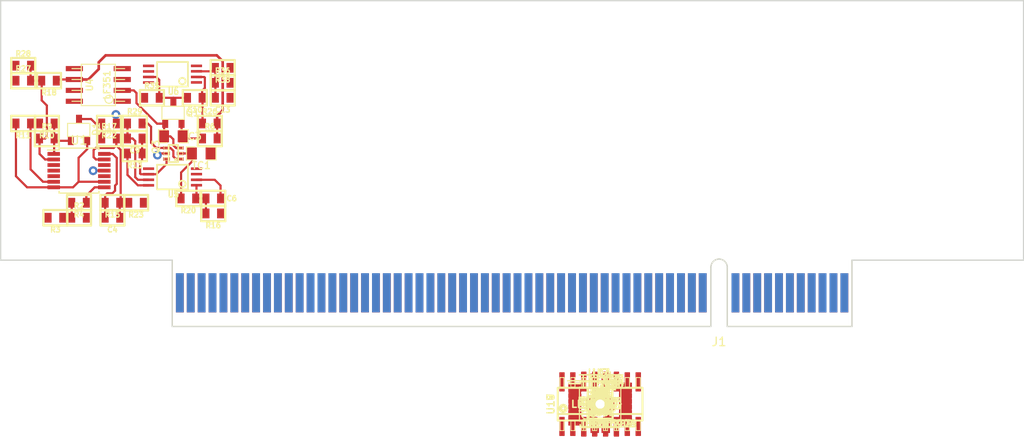
<source format=kicad_pcb>
(kicad_pcb (version 4) (host pcbnew "(2015-11-11 BZR 6310, Git 8f79b4f)-product")
  (layers (0 F.Cu signal) (31 B.Cu signal) (34 B.Paste user) (35 F.Paste user) (36 B.SilkS user) (37 F.SilkS user) (38 B.Mask user) (39 F.Mask user) (44 Edge.Cuts user))
  (net 0 "")
  (net 1 +12V)
  (net 2 GND)
  (net 3 -12V)
  (net 4 "Net-(C3-Pad1)")
  (net 5 "Net-(C3-Pad2)")
  (net 6 "Net-(C4-Pad1)")
  (net 7 VCO1_TRI)
  (net 8 "Net-(C5-Pad1)")
  (net 9 "Net-(C5-Pad2)")
  (net 10 "Net-(C6-Pad1)")
  (net 11 VCO1_PITCH_CV)
  (net 12 "Net-(C8-Pad1)")
  (net 13 "Net-(C8-Pad2)")
  (net 14 "Net-(C9-Pad1)")
  (net 15 "Net-(C9-Pad2)")
  (net 16 "Net-(C10-Pad1)")
  (net 17 "Net-(C10-Pad2)")
  (net 18 VCO1_SYNC_IN)
  (net 19 "Net-(C13-Pad2)")
  (net 20 "Net-(C14-Pad1)")
  (net 21 "Net-(C14-Pad2)")
  (net 22 "Net-(C15-Pad1)")
  (net 23 "Net-(C15-Pad2)")
  (net 24 "Net-(C16-Pad1)")
  (net 25 VCO2_TRI)
  (net 26 "Net-(C17-Pad1)")
  (net 27 VCO2_PITCH_CV)
  (net 28 "Net-(C20-Pad1)")
  (net 29 "Net-(C20-Pad2)")
  (net 30 "Net-(C21-Pad1)")
  (net 31 "Net-(C21-Pad2)")
  (net 32 "Net-(C22-Pad1)")
  (net 33 "Net-(C22-Pad2)")
  (net 34 VCO2_SYNC_IN)
  (net 35 "Net-(C25-Pad2)")
  (net 36 "Net-(C27-Pad1)")
  (net 37 "Net-(C27-Pad2)")
  (net 38 "Net-(C28-Pad1)")
  (net 39 "Net-(C28-Pad2)")
  (net 40 "Net-(C29-Pad1)")
  (net 41 "Net-(C30-Pad1)")
  (net 42 "Net-(C31-Pad1)")
  (net 43 "Net-(C32-Pad1)")
  (net 44 "Net-(C33-Pad1)")
  (net 45 "Net-(C34-Pad1)")
  (net 46 "Net-(C34-Pad2)")
  (net 47 "Net-(D1-Pad3)")
  (net 48 VCO1_SAW)
  (net 49 "Net-(D1-Pad2)")
  (net 50 "Net-(D2-Pad3)")
  (net 51 VCO2_SAW)
  (net 52 "Net-(D2-Pad2)")
  (net 53 "Net-(Q2-Pad2)")
  (net 54 "Net-(Q3-Pad1)")
  (net 55 "Net-(Q3-Pad2)")
  (net 56 "Net-(Q4-Pad1)")
  (net 57 "Net-(Q4-Pad4)")
  (net 58 "Net-(Q5-Pad1)")
  (net 59 "Net-(Q7-Pad1)")
  (net 60 "Net-(Q7-Pad2)")
  (net 61 "Net-(Q8-Pad2)")
  (net 62 "Net-(Q9-Pad1)")
  (net 63 "Net-(Q10-Pad4)")
  (net 64 "Net-(Q10-Pad1)")
  (net 65 "Net-(Q11-Pad1)")
  (net 66 Iabc)
  (net 67 VCF_CTRL)
  (net 68 "Net-(R1-Pad1)")
  (net 69 EG1_INV_OUT)
  (net 70 "Net-(R2-Pad1)")
  (net 71 VCO1_PWM_CV)
  (net 72 VCO1_PULSE)
  (net 73 "Net-(R18-Pad1)")
  (net 74 "Net-(R14-Pad2)")
  (net 75 "Net-(R18-Pad2)")
  (net 76 "Net-(R10-Pad2)")
  (net 77 VCO1_SCALE)
  (net 78 EG1_GATE)
  (net 79 "Net-(R21-Pad1)")
  (net 80 VCO1_TRI_SHAPE)
  (net 81 EG1_ATTACK_CV)
  (net 82 "Net-(R30-Pad2)")
  (net 83 EG1_ENV_OUT)
  (net 84 "Net-(R39-Pad1)")
  (net 85 "Net-(R39-Pad2)")
  (net 86 "Net-(R41-Pad1)")
  (net 87 "Net-(R41-Pad2)")
  (net 88 "Net-(R46-Pad2)")
  (net 89 "Net-(R47-Pad1)")
  (net 90 "Net-(R48-Pad1)")
  (net 91 VCO2_PWM_CV)
  (net 92 "Net-(R49-Pad1)")
  (net 93 VCO2_PULSE)
  (net 94 "Net-(R52-Pad2)")
  (net 95 "Net-(R53-Pad1)")
  (net 96 "Net-(R54-Pad2)")
  (net 97 VCO2_SCALE)
  (net 98 "Net-(R61-Pad1)")
  (net 99 EG2_INV_OUT)
  (net 100 VCO2_TRI_SHAPE)
  (net 101 "Net-(R70-Pad2)")
  (net 102 EG2_GATE)
  (net 103 "Net-(R77-Pad1)")
  (net 104 EG2_ATTACK_CV)
  (net 105 "Net-(R81-Pad2)")
  (net 106 EG2_ENV_OUT)
  (net 107 "Net-(R87-Pad1)")
  (net 108 "Net-(R87-Pad2)")
  (net 109 "Net-(R89-Pad1)")
  (net 110 "Net-(R89-Pad2)")
  (net 111 "Net-(R94-Pad2)")
  (net 112 "Net-(R95-Pad1)")
  (net 113 "Net-(R96-Pad1)")
  (net 114 "Net-(R103-Pad2)")
  (net 115 "Net-(R104-Pad1)")
  (net 116 "Net-(R99-Pad1)")
  (net 117 "Net-(R100-Pad1)")
  (net 118 "Net-(R101-Pad1)")
  (net 119 "Net-(R102-Pad1)")
  (net 120 VCF_IN)
  (net 121 "Net-(R105-Pad2)")
  (net 122 "Net-(R106-Pad1)")
  (net 123 "Net-(R106-Pad2)")
  (net 124 "Net-(R107-Pad1)")
  (net 125 "Net-(R107-Pad2)")
  (net 126 "Net-(R108-Pad1)")
  (net 127 "Net-(R108-Pad2)")
  (net 128 "Net-(R109-Pad1)")
  (net 129 VCF_OUT)
  (net 130 "Net-(R120-Pad1)")
  (net 131 VCA_IN)
  (net 132 "Net-(R123-Pad1)")
  (net 133 "Net-(U3-Pad3)")
  (net 134 "Net-(U3-Pad7)")
  (net 135 "Net-(U4-Pad1)")
  (net 136 "Net-(U4-Pad5)")
  (net 137 "Net-(U4-Pad8)")
  (net 138 "Net-(U6-Pad5)")
  (net 139 "Net-(U6-Pad6)")
  (net 140 EG1_DECAY_CV)
  (net 141 EG1_RELEASE_CV)
  (net 142 EG1_SUSTAIN_CV)
  (net 143 "Net-(U9-Pad1)")
  (net 144 "Net-(U9-Pad5)")
  (net 145 "Net-(U9-Pad8)")
  (net 146 "Net-(U12-Pad3)")
  (net 147 "Net-(U12-Pad7)")
  (net 148 "Net-(U13-Pad5)")
  (net 149 "Net-(U13-Pad6)")
  (net 150 EG2_DECAY_CV)
  (net 151 EG2_RELEASE_CV)
  (net 152 EG2_SUSTAIN_CV)
  (net 153 "Net-(U17-Pad2)")
  (net 154 "Net-(U17-Pad15)")
  (net 155 "Net-(U18-Pad2)")
  (net 156 "Net-(U18-Pad15)")
  (net 157 RES_CTRL)
  (net 158 "Net-(U19-Pad2)")
  (net 159 "Net-(U19-Pad15)")
  (net 160 VCA_CTRL)
  (net 161 VCA_OUT)
  (module MyModules:SM0603-C-JRL (layer F.Cu) (at 148.5011 105.0036)
    (fp_text reference C1 (at 0 -1.4) (layer F.SilkS) (effects (font (size 0.6096 0.6096) (thickness 0.1524))))
    (fp_text value 100n hide)
    (pad 1 smd rect (at -0.8509 0) (size 0.8128 1.143) (layers F.Cu F.Paste F.Mask) (net 1 +12V))
    (pad 2 smd rect (at 0.8509 0) (size 0.8128 1.143) (layers F.Cu F.Paste F.Mask) (net 2 GND))
  )
  (module MyModules:SM0603-C-JRL (layer F.Cu) (at 148.5011 105.0036)
    (fp_text reference C2 (at 0 -1.4) (layer F.SilkS) (effects (font (size 0.6096 0.6096) (thickness 0.1524))))
    (fp_text value 100n hide)
    (pad 1 smd rect (at -0.8509 0) (size 0.8128 1.143) (layers F.Cu F.Paste F.Mask) (net 2 GND))
    (pad 2 smd rect (at 0.8509 0) (size 0.8128 1.143) (layers F.Cu F.Paste F.Mask) (net 3 -12V))
  )
  (module MyModules:SM0805-HAND (layer F.Cu) (at 98.75 73.75)
    (fp_text reference C3 (at 2.5 0) (layer F.SilkS) (effects (font (size 0.8128 0.8128) (thickness 0.1524))))
    (fp_text value "2.2n 1%" hide)
    (pad 1 smd rect (at -1.0795 0) (size 1.143 1.397) (layers F.Cu F.Paste F.Mask) (net 4 "Net-(C3-Pad1)"))
    (pad 2 smd rect (at 1.0795 0) (size 1.143 1.397) (layers F.Cu F.Paste F.Mask) (net 5 "Net-(C3-Pad2)"))
  )
  (module MyModules:SM0603-C-JRL (layer F.Cu) (at 91.6491 83.25 180)
    (fp_text reference C4 (at 0 -1.4 180) (layer F.SilkS) (effects (font (size 0.6096 0.6096) (thickness 0.1524))))
    (fp_text value 100p hide)
    (pad 1 smd rect (at -0.8509 0 180) (size 0.8128 1.143) (layers F.Cu F.Paste F.Mask) (net 6 "Net-(C4-Pad1)"))
    (pad 2 smd rect (at 0.8509 0 180) (size 0.8128 1.143) (layers F.Cu F.Paste F.Mask) (net 7 VCO1_TRI))
  )
  (module MyModules:SM0603-C-JRL (layer F.Cu) (at 148.5011 105.0036)
    (fp_text reference C5 (at 0 -1.4) (layer F.SilkS) (effects (font (size 0.6096 0.6096) (thickness 0.1524))))
    (fp_text value 100n hide)
    (pad 1 smd rect (at -0.8509 0) (size 0.8128 1.143) (layers F.Cu F.Paste F.Mask) (net 8 "Net-(C5-Pad1)"))
    (pad 2 smd rect (at 0.8509 0) (size 0.8128 1.143) (layers F.Cu F.Paste F.Mask) (net 9 "Net-(C5-Pad2)"))
  )
  (module MyModules:SM0603-C-JRL (layer F.Cu) (at 103.3991 81)
    (fp_text reference C6 (at 2.1491 0) (layer F.SilkS) (effects (font (size 0.6096 0.6096) (thickness 0.1524))))
    (fp_text value 100p hide)
    (pad 1 smd rect (at -0.8509 0) (size 0.8128 1.143) (layers F.Cu F.Paste F.Mask) (net 10 "Net-(C6-Pad1)"))
    (pad 2 smd rect (at 0.8509 0) (size 0.8128 1.143) (layers F.Cu F.Paste F.Mask) (net 11 VCO1_PITCH_CV))
  )
  (module MyModules:SM0603-C-JRL (layer F.Cu) (at 148.5011 105.0036)
    (fp_text reference C7 (at 0 -1.4) (layer F.SilkS) (effects (font (size 0.6096 0.6096) (thickness 0.1524))))
    (fp_text value 100n hide)
    (pad 1 smd rect (at -0.8509 0) (size 0.8128 1.143) (layers F.Cu F.Paste F.Mask) (net 1 +12V))
    (pad 2 smd rect (at 0.8509 0) (size 0.8128 1.143) (layers F.Cu F.Paste F.Mask) (net 2 GND))
  )
  (module MyModules:SM0603-C-JRL (layer F.Cu) (at 148.5011 105.0036)
    (fp_text reference C8 (at 0 -1.4) (layer F.SilkS) (effects (font (size 0.6096 0.6096) (thickness 0.1524))))
    (fp_text value 100n** hide)
    (pad 1 smd rect (at -0.8509 0) (size 0.8128 1.143) (layers F.Cu F.Paste F.Mask) (net 12 "Net-(C8-Pad1)"))
    (pad 2 smd rect (at 0.8509 0) (size 0.8128 1.143) (layers F.Cu F.Paste F.Mask) (net 13 "Net-(C8-Pad2)"))
  )
  (module MyModules:SM0603-C-JRL (layer F.Cu) (at 94.25 74 180)
    (fp_text reference C9 (at 0 -1.4 180) (layer F.SilkS) (effects (font (size 0.6096 0.6096) (thickness 0.1524))))
    (fp_text value 100p hide)
    (pad 1 smd rect (at -0.8509 0 180) (size 0.8128 1.143) (layers F.Cu F.Paste F.Mask) (net 14 "Net-(C9-Pad1)"))
    (pad 2 smd rect (at 0.8509 0 180) (size 0.8128 1.143) (layers F.Cu F.Paste F.Mask) (net 15 "Net-(C9-Pad2)"))
  )
  (module MyModules:SM0603-C-JRL (layer F.Cu) (at 101.25 69.25 180)
    (fp_text reference C10 (at 0 -1.4 180) (layer F.SilkS) (effects (font (size 0.6096 0.6096) (thickness 0.1524))))
    (fp_text value 18p hide)
    (pad 1 smd rect (at -0.8509 0 180) (size 0.8128 1.143) (layers F.Cu F.Paste F.Mask) (net 16 "Net-(C10-Pad1)"))
    (pad 2 smd rect (at 0.8509 0 180) (size 0.8128 1.143) (layers F.Cu F.Paste F.Mask) (net 17 "Net-(C10-Pad2)"))
  )
  (module MyModules:SM0603-C-JRL (layer F.Cu) (at 148.5011 105.0036)
    (fp_text reference C11 (at 0 -1.4) (layer F.SilkS) (effects (font (size 0.6096 0.6096) (thickness 0.1524))))
    (fp_text value 100n hide)
    (pad 1 smd rect (at -0.8509 0) (size 0.8128 1.143) (layers F.Cu F.Paste F.Mask) (net 1 +12V))
    (pad 2 smd rect (at 0.8509 0) (size 0.8128 1.143) (layers F.Cu F.Paste F.Mask) (net 2 GND))
  )
  (module MyModules:SM0603-C-JRL (layer F.Cu) (at 148.5011 105.0036)
    (fp_text reference C12 (at 0 -1.4) (layer F.SilkS) (effects (font (size 0.6096 0.6096) (thickness 0.1524))))
    (fp_text value 100n hide)
    (pad 1 smd rect (at -0.8509 0) (size 0.8128 1.143) (layers F.Cu F.Paste F.Mask) (net 2 GND))
    (pad 2 smd rect (at 0.8509 0) (size 0.8128 1.143) (layers F.Cu F.Paste F.Mask) (net 3 -12V))
  )
  (module MyModules:SM0603-C-JRL (layer F.Cu) (at 104.5 69.25 180)
    (fp_text reference C13 (at 0 -1.4 180) (layer F.SilkS) (effects (font (size 0.6096 0.6096) (thickness 0.1524))))
    (fp_text value 100p hide)
    (pad 1 smd rect (at -0.8509 0 180) (size 0.8128 1.143) (layers F.Cu F.Paste F.Mask) (net 18 VCO1_SYNC_IN))
    (pad 2 smd rect (at 0.8509 0 180) (size 0.8128 1.143) (layers F.Cu F.Paste F.Mask) (net 19 "Net-(C13-Pad2)"))
  )
  (module MyModules:SM0603-C-JRL (layer F.Cu) (at 148.5011 105.0036)
    (fp_text reference C14 (at 0 -1.4) (layer F.SilkS) (effects (font (size 0.6096 0.6096) (thickness 0.1524))))
    (fp_text value 100p hide)
    (pad 1 smd rect (at -0.8509 0) (size 0.8128 1.143) (layers F.Cu F.Paste F.Mask) (net 20 "Net-(C14-Pad1)"))
    (pad 2 smd rect (at 0.8509 0) (size 0.8128 1.143) (layers F.Cu F.Paste F.Mask) (net 21 "Net-(C14-Pad2)"))
  )
  (module MyModules:SM0805-HAND (layer F.Cu) (at 148.5011 105.0036)
    (fp_text reference C15 (at 0 -1.397) (layer F.SilkS) (effects (font (size 0.8128 0.8128) (thickness 0.1524))))
    (fp_text value "2.2n 1%" hide)
    (pad 1 smd rect (at -1.0795 0) (size 1.143 1.397) (layers F.Cu F.Paste F.Mask) (net 22 "Net-(C15-Pad1)"))
    (pad 2 smd rect (at 1.0795 0) (size 1.143 1.397) (layers F.Cu F.Paste F.Mask) (net 23 "Net-(C15-Pad2)"))
  )
  (module MyModules:SM0603-C-JRL (layer F.Cu) (at 148.5011 105.0036)
    (fp_text reference C16 (at 0 -1.4) (layer F.SilkS) (effects (font (size 0.6096 0.6096) (thickness 0.1524))))
    (fp_text value 100p hide)
    (pad 1 smd rect (at -0.8509 0) (size 0.8128 1.143) (layers F.Cu F.Paste F.Mask) (net 24 "Net-(C16-Pad1)"))
    (pad 2 smd rect (at 0.8509 0) (size 0.8128 1.143) (layers F.Cu F.Paste F.Mask) (net 25 VCO2_TRI))
  )
  (module MyModules:SM0603-C-JRL (layer F.Cu) (at 148.5011 105.0036)
    (fp_text reference C17 (at 0 -1.4) (layer F.SilkS) (effects (font (size 0.6096 0.6096) (thickness 0.1524))))
    (fp_text value 100p hide)
    (pad 1 smd rect (at -0.8509 0) (size 0.8128 1.143) (layers F.Cu F.Paste F.Mask) (net 26 "Net-(C17-Pad1)"))
    (pad 2 smd rect (at 0.8509 0) (size 0.8128 1.143) (layers F.Cu F.Paste F.Mask) (net 27 VCO2_PITCH_CV))
  )
  (module MyModules:SM0603-C-JRL (layer F.Cu) (at 148.5011 105.0036)
    (fp_text reference C18 (at 0 -1.4) (layer F.SilkS) (effects (font (size 0.6096 0.6096) (thickness 0.1524))))
    (fp_text value 100n hide)
    (pad 1 smd rect (at -0.8509 0) (size 0.8128 1.143) (layers F.Cu F.Paste F.Mask) (net 1 +12V))
    (pad 2 smd rect (at 0.8509 0) (size 0.8128 1.143) (layers F.Cu F.Paste F.Mask) (net 2 GND))
  )
  (module MyModules:SM0603-C-JRL (layer F.Cu) (at 148.5011 105.0036)
    (fp_text reference C19 (at 0 -1.4) (layer F.SilkS) (effects (font (size 0.6096 0.6096) (thickness 0.1524))))
    (fp_text value 100n hide)
    (pad 1 smd rect (at -0.8509 0) (size 0.8128 1.143) (layers F.Cu F.Paste F.Mask) (net 2 GND))
    (pad 2 smd rect (at 0.8509 0) (size 0.8128 1.143) (layers F.Cu F.Paste F.Mask) (net 3 -12V))
  )
  (module MyModules:SM0603-C-JRL (layer F.Cu) (at 148.5011 105.0036)
    (fp_text reference C20 (at 0 -1.4) (layer F.SilkS) (effects (font (size 0.6096 0.6096) (thickness 0.1524))))
    (fp_text value 100p hide)
    (pad 1 smd rect (at -0.8509 0) (size 0.8128 1.143) (layers F.Cu F.Paste F.Mask) (net 28 "Net-(C20-Pad1)"))
    (pad 2 smd rect (at 0.8509 0) (size 0.8128 1.143) (layers F.Cu F.Paste F.Mask) (net 29 "Net-(C20-Pad2)"))
  )
  (module MyModules:SM0603-C-JRL (layer F.Cu) (at 148.5011 105.0036)
    (fp_text reference C21 (at 0 -1.4) (layer F.SilkS) (effects (font (size 0.6096 0.6096) (thickness 0.1524))))
    (fp_text value 18p hide)
    (pad 1 smd rect (at -0.8509 0) (size 0.8128 1.143) (layers F.Cu F.Paste F.Mask) (net 30 "Net-(C21-Pad1)"))
    (pad 2 smd rect (at 0.8509 0) (size 0.8128 1.143) (layers F.Cu F.Paste F.Mask) (net 31 "Net-(C21-Pad2)"))
  )
  (module MyModules:SM0603-C-JRL (layer F.Cu) (at 148.5011 105.0036)
    (fp_text reference C22 (at 0 -1.4) (layer F.SilkS) (effects (font (size 0.6096 0.6096) (thickness 0.1524))))
    (fp_text value 100n hide)
    (pad 1 smd rect (at -0.8509 0) (size 0.8128 1.143) (layers F.Cu F.Paste F.Mask) (net 32 "Net-(C22-Pad1)"))
    (pad 2 smd rect (at 0.8509 0) (size 0.8128 1.143) (layers F.Cu F.Paste F.Mask) (net 33 "Net-(C22-Pad2)"))
  )
  (module MyModules:SM0603-C-JRL (layer F.Cu) (at 148.5011 105.0036)
    (fp_text reference C23 (at 0 -1.4) (layer F.SilkS) (effects (font (size 0.6096 0.6096) (thickness 0.1524))))
    (fp_text value 100n hide)
    (pad 1 smd rect (at -0.8509 0) (size 0.8128 1.143) (layers F.Cu F.Paste F.Mask) (net 1 +12V))
    (pad 2 smd rect (at 0.8509 0) (size 0.8128 1.143) (layers F.Cu F.Paste F.Mask) (net 2 GND))
  )
  (module MyModules:SM0603-C-JRL (layer F.Cu) (at 148.5011 105.0036)
    (fp_text reference C24 (at 0 -1.4) (layer F.SilkS) (effects (font (size 0.6096 0.6096) (thickness 0.1524))))
    (fp_text value 100n hide)
    (pad 1 smd rect (at -0.8509 0) (size 0.8128 1.143) (layers F.Cu F.Paste F.Mask) (net 2 GND))
    (pad 2 smd rect (at 0.8509 0) (size 0.8128 1.143) (layers F.Cu F.Paste F.Mask) (net 3 -12V))
  )
  (module MyModules:SM0603-C-JRL (layer F.Cu) (at 148.5011 105.0036)
    (fp_text reference C25 (at 0 -1.4) (layer F.SilkS) (effects (font (size 0.6096 0.6096) (thickness 0.1524))))
    (fp_text value 100p hide)
    (pad 1 smd rect (at -0.8509 0) (size 0.8128 1.143) (layers F.Cu F.Paste F.Mask) (net 34 VCO2_SYNC_IN))
    (pad 2 smd rect (at 0.8509 0) (size 0.8128 1.143) (layers F.Cu F.Paste F.Mask) (net 35 "Net-(C25-Pad2)"))
  )
  (module MyModules:SM0603-C-JRL (layer F.Cu) (at 148.5011 105.0036)
    (fp_text reference C26 (at 0 -1.4) (layer F.SilkS) (effects (font (size 0.6096 0.6096) (thickness 0.1524))))
    (fp_text value 100n hide)
    (pad 1 smd rect (at -0.8509 0) (size 0.8128 1.143) (layers F.Cu F.Paste F.Mask) (net 1 +12V))
    (pad 2 smd rect (at 0.8509 0) (size 0.8128 1.143) (layers F.Cu F.Paste F.Mask) (net 2 GND))
  )
  (module MyModules:SM0603-C-JRL (layer F.Cu) (at 148.5011 105.0036)
    (fp_text reference C27 (at 0 -1.4) (layer F.SilkS) (effects (font (size 0.6096 0.6096) (thickness 0.1524))))
    (fp_text value 100n** hide)
    (pad 1 smd rect (at -0.8509 0) (size 0.8128 1.143) (layers F.Cu F.Paste F.Mask) (net 36 "Net-(C27-Pad1)"))
    (pad 2 smd rect (at 0.8509 0) (size 0.8128 1.143) (layers F.Cu F.Paste F.Mask) (net 37 "Net-(C27-Pad2)"))
  )
  (module MyModules:SM0603-C-JRL (layer F.Cu) (at 148.5011 105.0036)
    (fp_text reference C28 (at 0 -1.4) (layer F.SilkS) (effects (font (size 0.6096 0.6096) (thickness 0.1524))))
    (fp_text value 100p hide)
    (pad 1 smd rect (at -0.8509 0) (size 0.8128 1.143) (layers F.Cu F.Paste F.Mask) (net 38 "Net-(C28-Pad1)"))
    (pad 2 smd rect (at 0.8509 0) (size 0.8128 1.143) (layers F.Cu F.Paste F.Mask) (net 39 "Net-(C28-Pad2)"))
  )
  (module MyModules:SM0603-C-JRL (layer F.Cu) (at 148.5011 105.0036)
    (fp_text reference C29 (at 0 -1.4) (layer F.SilkS) (effects (font (size 0.6096 0.6096) (thickness 0.1524))))
    (fp_text value 270pF hide)
    (pad 1 smd rect (at -0.8509 0) (size 0.8128 1.143) (layers F.Cu F.Paste F.Mask) (net 40 "Net-(C29-Pad1)"))
    (pad 2 smd rect (at 0.8509 0) (size 0.8128 1.143) (layers F.Cu F.Paste F.Mask) (net 2 GND))
  )
  (module MyModules:SM0603-C-JRL (layer F.Cu) (at 148.5011 105.0036)
    (fp_text reference C30 (at 0 -1.4) (layer F.SilkS) (effects (font (size 0.6096 0.6096) (thickness 0.1524))))
    (fp_text value 270pF hide)
    (pad 1 smd rect (at -0.8509 0) (size 0.8128 1.143) (layers F.Cu F.Paste F.Mask) (net 41 "Net-(C30-Pad1)"))
    (pad 2 smd rect (at 0.8509 0) (size 0.8128 1.143) (layers F.Cu F.Paste F.Mask) (net 2 GND))
  )
  (module MyModules:SM0603-C-JRL (layer F.Cu) (at 148.5011 105.0036)
    (fp_text reference C31 (at 0 -1.4) (layer F.SilkS) (effects (font (size 0.6096 0.6096) (thickness 0.1524))))
    (fp_text value 270pF hide)
    (pad 1 smd rect (at -0.8509 0) (size 0.8128 1.143) (layers F.Cu F.Paste F.Mask) (net 42 "Net-(C31-Pad1)"))
    (pad 2 smd rect (at 0.8509 0) (size 0.8128 1.143) (layers F.Cu F.Paste F.Mask) (net 2 GND))
  )
  (module MyModules:SM0603-C-JRL (layer F.Cu) (at 148.5011 105.0036)
    (fp_text reference C32 (at 0 -1.4) (layer F.SilkS) (effects (font (size 0.6096 0.6096) (thickness 0.1524))))
    (fp_text value 270pF hide)
    (pad 1 smd rect (at -0.8509 0) (size 0.8128 1.143) (layers F.Cu F.Paste F.Mask) (net 43 "Net-(C32-Pad1)"))
    (pad 2 smd rect (at 0.8509 0) (size 0.8128 1.143) (layers F.Cu F.Paste F.Mask) (net 2 GND))
  )
  (module MyModules:SM0603-C-JRL (layer F.Cu) (at 148.5011 105.0036)
    (fp_text reference C33 (at 0 -1.4) (layer F.SilkS) (effects (font (size 0.6096 0.6096) (thickness 0.1524))))
    (fp_text value 47pF hide)
    (pad 1 smd rect (at -0.8509 0) (size 0.8128 1.143) (layers F.Cu F.Paste F.Mask) (net 44 "Net-(C33-Pad1)"))
    (pad 2 smd rect (at 0.8509 0) (size 0.8128 1.143) (layers F.Cu F.Paste F.Mask) (net 2 GND))
  )
  (module MyModules:SM0603-C-JRL (layer F.Cu) (at 148.5011 105.0036)
    (fp_text reference C34 (at 0 -1.4) (layer F.SilkS) (effects (font (size 0.6096 0.6096) (thickness 0.1524))))
    (fp_text value 47pF hide)
    (pad 1 smd rect (at -0.8509 0) (size 0.8128 1.143) (layers F.Cu F.Paste F.Mask) (net 45 "Net-(C34-Pad1)"))
    (pad 2 smd rect (at 0.8509 0) (size 0.8128 1.143) (layers F.Cu F.Paste F.Mask) (net 46 "Net-(C34-Pad2)"))
  )
  (module MyModules:SOT23-JRL (layer F.Cu) (at 87.75 73)
    (fp_text reference D1 (at 1.99898 -0.09906 90) (layer F.SilkS) (effects (font (size 0.8128 0.8128) (thickness 0.1524))))
    (fp_text value BAV70 hide)
    (pad 3 smd rect (at 0 -1.27) (size 0.70104 1.00076) (layers F.Cu F.Paste F.Mask) (net 47 "Net-(D1-Pad3)"))
    (pad 1 smd rect (at 0.9525 1.27) (size 0.70104 1.00076) (layers F.Cu F.Paste F.Mask) (net 48 VCO1_SAW))
    (pad 2 smd rect (at -0.9525 1.27) (size 0.70104 1.00076) (layers F.Cu F.Paste F.Mask) (net 49 "Net-(D1-Pad2)"))
  )
  (module MyModules:SOT23-JRL (layer F.Cu) (at 148.5011 105.0036)
    (fp_text reference D2 (at 1.99898 -0.09906 90) (layer F.SilkS) (effects (font (size 0.8128 0.8128) (thickness 0.1524))))
    (fp_text value BAV70 hide)
    (pad 3 smd rect (at 0 -1.27) (size 0.70104 1.00076) (layers F.Cu F.Paste F.Mask) (net 50 "Net-(D2-Pad3)"))
    (pad 1 smd rect (at 0.9525 1.27) (size 0.70104 1.00076) (layers F.Cu F.Paste F.Mask) (net 51 VCO2_SAW))
    (pad 2 smd rect (at -0.9525 1.27) (size 0.70104 1.00076) (layers F.Cu F.Paste F.Mask) (net 52 "Net-(D2-Pad2)"))
  )
  (module MyModules:SOT23-JRL (layer F.Cu) (at 98.75 71)
    (fp_text reference Q1 (at 2.25 0 180) (layer F.SilkS) (effects (font (size 0.8128 0.8128) (thickness 0.1524))))
    (fp_text value MMBF4391LT1G hide)
    (pad 3 smd rect (at 0 -1.27) (size 0.70104 1.00076) (layers F.Cu F.Paste F.Mask) (net 17 "Net-(C10-Pad2)"))
    (pad 1 smd rect (at 0.9525 1.27) (size 0.70104 1.00076) (layers F.Cu F.Paste F.Mask) (net 5 "Net-(C3-Pad2)"))
    (pad 2 smd rect (at -0.9525 1.27) (size 0.70104 1.00076) (layers F.Cu F.Paste F.Mask) (net 4 "Net-(C3-Pad1)"))
  )
  (module MyModules:SOT23-JRL (layer F.Cu) (at 148.5011 105.0036)
    (fp_text reference Q2 (at 1.99898 -0.09906 90) (layer F.SilkS) (effects (font (size 0.8128 0.8128) (thickness 0.1524))))
    (fp_text value 2N3904 hide)
    (pad 3 smd rect (at 0 -1.27) (size 0.70104 1.00076) (layers F.Cu F.Paste F.Mask) (net 8 "Net-(C5-Pad1)"))
    (pad 1 smd rect (at 0.9525 1.27) (size 0.70104 1.00076) (layers F.Cu F.Paste F.Mask) (net 2 GND))
    (pad 2 smd rect (at -0.9525 1.27) (size 0.70104 1.00076) (layers F.Cu F.Paste F.Mask) (net 53 "Net-(Q2-Pad2)"))
  )
  (module MyModules:SOT363-JRL (layer F.Cu) (at 98.75 75.75 90)
    (fp_text reference Q3 (at 0.762 -2.032 90) (layer F.SilkS) (effects (font (size 0.8128 0.8128) (thickness 0.1524))))
    (fp_text value BCM847 hide)
    (pad 1 smd rect (at -0.6477 0.79756 90) (size 0.39878 0.79756) (layers F.Cu F.Paste F.Mask) (net 54 "Net-(Q3-Pad1)"))
    (pad 2 smd rect (at 0 0.79756 90) (size 0.39878 0.79756) (layers F.Cu F.Paste F.Mask) (net 55 "Net-(Q3-Pad2)"))
    (pad 3 smd rect (at 0.6477 0.79756 90) (size 0.39878 0.79756) (layers F.Cu F.Paste F.Mask) (net 4 "Net-(C3-Pad1)"))
    (pad 4 smd rect (at 0.6477 -0.79756 90) (size 0.39878 0.79756) (layers F.Cu F.Paste F.Mask) (net 54 "Net-(Q3-Pad1)"))
    (pad 5 smd rect (at 0 -0.79756 90) (size 0.39878 0.79756) (layers F.Cu F.Paste F.Mask) (net 2 GND))
    (pad 6 smd rect (at -0.6477 -0.79756 90) (size 0.39878 0.79756) (layers F.Cu F.Paste F.Mask) (net 14 "Net-(C9-Pad1)"))
  )
  (module MyModules:SOT363-JRL (layer F.Cu) (at 148.5011 105.0036)
    (fp_text reference Q4 (at 0.762 -2.032) (layer F.SilkS) (effects (font (size 0.8128 0.8128) (thickness 0.1524))))
    (fp_text value DMMT3904 (at 1.016 2.286) (layer F.SilkS) (effects (font (size 0.8128 0.8128) (thickness 0.1524))))
    (pad 1 smd rect (at -0.6477 0.79756) (size 0.39878 0.79756) (layers F.Cu F.Paste F.Mask) (net 56 "Net-(Q4-Pad1)"))
    (pad 2 smd rect (at 0 0.79756) (size 0.39878 0.79756) (layers F.Cu F.Paste F.Mask) (net 2 GND))
    (pad 3 smd rect (at 0.6477 0.79756) (size 0.39878 0.79756) (layers F.Cu F.Paste F.Mask) (net 13 "Net-(C8-Pad2)"))
    (pad 4 smd rect (at 0.6477 -0.79756) (size 0.39878 0.79756) (layers F.Cu F.Paste F.Mask) (net 57 "Net-(Q4-Pad4)"))
    (pad 5 smd rect (at 0 -0.79756) (size 0.39878 0.79756) (layers F.Cu F.Paste F.Mask) (net 57 "Net-(Q4-Pad4)"))
    (pad 6 smd rect (at -0.6477 -0.79756) (size 0.39878 0.79756) (layers F.Cu F.Paste F.Mask) (net 21 "Net-(C14-Pad2)"))
  )
  (module MyModules:SOT363-JRL (layer F.Cu) (at 148.5011 105.0036)
    (fp_text reference Q5 (at 0.762 -2.032) (layer F.SilkS) (effects (font (size 0.8128 0.8128) (thickness 0.1524))))
    (fp_text value DMMT3906 (at 1.016 2.286) (layer F.SilkS) (effects (font (size 0.8128 0.8128) (thickness 0.1524))))
    (pad 1 smd rect (at -0.6477 0.79756) (size 0.39878 0.79756) (layers F.Cu F.Paste F.Mask) (net 58 "Net-(Q5-Pad1)"))
    (pad 2 smd rect (at 0 0.79756) (size 0.39878 0.79756) (layers F.Cu F.Paste F.Mask) (net 2 GND))
    (pad 3 smd rect (at 0.6477 0.79756) (size 0.39878 0.79756) (layers F.Cu F.Paste F.Mask) (net 21 "Net-(C14-Pad2)"))
    (pad 4 smd rect (at 0.6477 -0.79756) (size 0.39878 0.79756) (layers F.Cu F.Paste F.Mask) (net 57 "Net-(Q4-Pad4)"))
    (pad 5 smd rect (at 0 -0.79756) (size 0.39878 0.79756) (layers F.Cu F.Paste F.Mask) (net 57 "Net-(Q4-Pad4)"))
    (pad 6 smd rect (at -0.6477 -0.79756) (size 0.39878 0.79756) (layers F.Cu F.Paste F.Mask) (net 13 "Net-(C8-Pad2)"))
  )
  (module MyModules:SOT23-JRL (layer F.Cu) (at 148.5011 105.0036)
    (fp_text reference Q6 (at 1.99898 -0.09906 90) (layer F.SilkS) (effects (font (size 0.8128 0.8128) (thickness 0.1524))))
    (fp_text value MMBF4391LT1G hide)
    (pad 3 smd rect (at 0 -1.27) (size 0.70104 1.00076) (layers F.Cu F.Paste F.Mask) (net 31 "Net-(C21-Pad2)"))
    (pad 1 smd rect (at 0.9525 1.27) (size 0.70104 1.00076) (layers F.Cu F.Paste F.Mask) (net 23 "Net-(C15-Pad2)"))
    (pad 2 smd rect (at -0.9525 1.27) (size 0.70104 1.00076) (layers F.Cu F.Paste F.Mask) (net 22 "Net-(C15-Pad1)"))
  )
  (module MyModules:SOT363-JRL (layer F.Cu) (at 148.5011 105.0036)
    (fp_text reference Q7 (at 0.762 -2.032) (layer F.SilkS) (effects (font (size 0.8128 0.8128) (thickness 0.1524))))
    (fp_text value BCM847 (at 1.016 2.286) (layer F.SilkS) (effects (font (size 0.8128 0.8128) (thickness 0.1524))))
    (pad 1 smd rect (at -0.6477 0.79756) (size 0.39878 0.79756) (layers F.Cu F.Paste F.Mask) (net 59 "Net-(Q7-Pad1)"))
    (pad 2 smd rect (at 0 0.79756) (size 0.39878 0.79756) (layers F.Cu F.Paste F.Mask) (net 60 "Net-(Q7-Pad2)"))
    (pad 3 smd rect (at 0.6477 0.79756) (size 0.39878 0.79756) (layers F.Cu F.Paste F.Mask) (net 22 "Net-(C15-Pad1)"))
    (pad 4 smd rect (at 0.6477 -0.79756) (size 0.39878 0.79756) (layers F.Cu F.Paste F.Mask) (net 59 "Net-(Q7-Pad1)"))
    (pad 5 smd rect (at 0 -0.79756) (size 0.39878 0.79756) (layers F.Cu F.Paste F.Mask) (net 2 GND))
    (pad 6 smd rect (at -0.6477 -0.79756) (size 0.39878 0.79756) (layers F.Cu F.Paste F.Mask) (net 28 "Net-(C20-Pad1)"))
  )
  (module MyModules:SOT23-JRL (layer F.Cu) (at 148.5011 105.0036)
    (fp_text reference Q8 (at 1.99898 -0.09906 90) (layer F.SilkS) (effects (font (size 0.8128 0.8128) (thickness 0.1524))))
    (fp_text value 2N3904 hide)
    (pad 3 smd rect (at 0 -1.27) (size 0.70104 1.00076) (layers F.Cu F.Paste F.Mask) (net 32 "Net-(C22-Pad1)"))
    (pad 1 smd rect (at 0.9525 1.27) (size 0.70104 1.00076) (layers F.Cu F.Paste F.Mask) (net 2 GND))
    (pad 2 smd rect (at -0.9525 1.27) (size 0.70104 1.00076) (layers F.Cu F.Paste F.Mask) (net 61 "Net-(Q8-Pad2)"))
  )
  (module MyModules:SOT363-JRL (layer F.Cu) (at 148.5011 105.0036)
    (fp_text reference Q9 (at 0.762 -2.032) (layer F.SilkS) (effects (font (size 0.8128 0.8128) (thickness 0.1524))))
    (fp_text value DMMT3904 (at 1.016 2.286) (layer F.SilkS) (effects (font (size 0.8128 0.8128) (thickness 0.1524))))
    (pad 1 smd rect (at -0.6477 0.79756) (size 0.39878 0.79756) (layers F.Cu F.Paste F.Mask) (net 62 "Net-(Q9-Pad1)"))
    (pad 2 smd rect (at 0 0.79756) (size 0.39878 0.79756) (layers F.Cu F.Paste F.Mask) (net 2 GND))
    (pad 3 smd rect (at 0.6477 0.79756) (size 0.39878 0.79756) (layers F.Cu F.Paste F.Mask) (net 37 "Net-(C27-Pad2)"))
    (pad 4 smd rect (at 0.6477 -0.79756) (size 0.39878 0.79756) (layers F.Cu F.Paste F.Mask) (net 63 "Net-(Q10-Pad4)"))
    (pad 5 smd rect (at 0 -0.79756) (size 0.39878 0.79756) (layers F.Cu F.Paste F.Mask) (net 63 "Net-(Q10-Pad4)"))
    (pad 6 smd rect (at -0.6477 -0.79756) (size 0.39878 0.79756) (layers F.Cu F.Paste F.Mask) (net 39 "Net-(C28-Pad2)"))
  )
  (module MyModules:SOT363-JRL (layer F.Cu) (at 148.5011 105.0036)
    (fp_text reference Q10 (at 0.762 -2.032) (layer F.SilkS) (effects (font (size 0.8128 0.8128) (thickness 0.1524))))
    (fp_text value DMMT3906 (at 1.016 2.286) (layer F.SilkS) (effects (font (size 0.8128 0.8128) (thickness 0.1524))))
    (pad 1 smd rect (at -0.6477 0.79756) (size 0.39878 0.79756) (layers F.Cu F.Paste F.Mask) (net 64 "Net-(Q10-Pad1)"))
    (pad 2 smd rect (at 0 0.79756) (size 0.39878 0.79756) (layers F.Cu F.Paste F.Mask) (net 2 GND))
    (pad 3 smd rect (at 0.6477 0.79756) (size 0.39878 0.79756) (layers F.Cu F.Paste F.Mask) (net 39 "Net-(C28-Pad2)"))
    (pad 4 smd rect (at 0.6477 -0.79756) (size 0.39878 0.79756) (layers F.Cu F.Paste F.Mask) (net 63 "Net-(Q10-Pad4)"))
    (pad 5 smd rect (at 0 -0.79756) (size 0.39878 0.79756) (layers F.Cu F.Paste F.Mask) (net 63 "Net-(Q10-Pad4)"))
    (pad 6 smd rect (at -0.6477 -0.79756) (size 0.39878 0.79756) (layers F.Cu F.Paste F.Mask) (net 37 "Net-(C27-Pad2)"))
  )
  (module MyModules:SOT363-JRL (layer F.Cu) (at 148.5011 105.0036)
    (fp_text reference Q11 (at 0.762 -2.032) (layer F.SilkS) (effects (font (size 0.8128 0.8128) (thickness 0.1524))))
    (fp_text value BC857BS (at 1.016 2.286) (layer F.SilkS) (effects (font (size 0.8128 0.8128) (thickness 0.1524))))
    (pad 1 smd rect (at -0.6477 0.79756) (size 0.39878 0.79756) (layers F.Cu F.Paste F.Mask) (net 65 "Net-(Q11-Pad1)"))
    (pad 2 smd rect (at 0 0.79756) (size 0.39878 0.79756) (layers F.Cu F.Paste F.Mask) (net 2 GND))
    (pad 3 smd rect (at 0.6477 0.79756) (size 0.39878 0.79756) (layers F.Cu F.Paste F.Mask) (net 66 Iabc))
    (pad 4 smd rect (at 0.6477 -0.79756) (size 0.39878 0.79756) (layers F.Cu F.Paste F.Mask) (net 65 "Net-(Q11-Pad1)"))
    (pad 5 smd rect (at 0 -0.79756) (size 0.39878 0.79756) (layers F.Cu F.Paste F.Mask) (net 67 VCF_CTRL))
    (pad 6 smd rect (at -0.6477 -0.79756) (size 0.39878 0.79756) (layers F.Cu F.Paste F.Mask) (net 46 "Net-(C34-Pad2)"))
  )
  (module MyModules:SM0603-R-JRL (layer F.Cu) (at 148.5011 105.0036)
    (fp_text reference R1 (at 0 -1.4) (layer F.SilkS) (effects (font (size 0.6096 0.6096) (thickness 0.1524))))
    (fp_text value 100K hide)
    (pad 1 smd rect (at -0.8509 0) (size 0.8128 1.143) (layers F.Cu F.Paste F.Mask) (net 68 "Net-(R1-Pad1)"))
    (pad 2 smd rect (at 0.8509 0) (size 0.8128 1.143) (layers F.Cu F.Paste F.Mask) (net 69 EG1_INV_OUT))
  )
  (module MyModules:SM0603-R-JRL (layer F.Cu) (at 87.75 83.25)
    (fp_text reference R2 (at 0 -1.4) (layer F.SilkS) (effects (font (size 0.6096 0.6096) (thickness 0.1524))))
    (fp_text value 10K hide)
    (pad 1 smd rect (at -0.8509 0) (size 0.8128 1.143) (layers F.Cu F.Paste F.Mask) (net 70 "Net-(R2-Pad1)"))
    (pad 2 smd rect (at 0.8509 0) (size 0.8128 1.143) (layers F.Cu F.Paste F.Mask) (net 71 VCO1_PWM_CV))
  )
  (module MyModules:SM0603-R-JRL (layer F.Cu) (at 85 83.25 180)
    (fp_text reference R3 (at 0 -1.4 180) (layer F.SilkS) (effects (font (size 0.6096 0.6096) (thickness 0.1524))))
    (fp_text value 56K hide)
    (pad 1 smd rect (at -0.8509 0 180) (size 0.8128 1.143) (layers F.Cu F.Paste F.Mask) (net 70 "Net-(R2-Pad1)"))
    (pad 2 smd rect (at 0.8509 0 180) (size 0.8128 1.143) (layers F.Cu F.Paste F.Mask) (net 2 GND))
  )
  (module MyModules:SM0603-R-JRL (layer F.Cu) (at 87.75 81.5 180)
    (fp_text reference R4 (at 0 -1.4 180) (layer F.SilkS) (effects (font (size 0.6096 0.6096) (thickness 0.1524))))
    (fp_text value 1M hide)
    (pad 1 smd rect (at -0.8509 0 180) (size 0.8128 1.143) (layers F.Cu F.Paste F.Mask) (net 72 VCO1_PULSE))
    (pad 2 smd rect (at 0.8509 0 180) (size 0.8128 1.143) (layers F.Cu F.Paste F.Mask) (net 70 "Net-(R2-Pad1)"))
  )
  (module MyModules:SM0603-R-JRL (layer F.Cu) (at 148.5011 105.0036)
    (fp_text reference R5 (at 0 -1.4) (layer F.SilkS) (effects (font (size 0.6096 0.6096) (thickness 0.1524))))
    (fp_text value 100K hide)
    (pad 1 smd rect (at -0.8509 0) (size 0.8128 1.143) (layers F.Cu F.Paste F.Mask) (net 12 "Net-(C8-Pad1)"))
    (pad 2 smd rect (at 0.8509 0) (size 0.8128 1.143) (layers F.Cu F.Paste F.Mask) (net 68 "Net-(R1-Pad1)"))
  )
  (module MyModules:SM0603-R-JRL (layer F.Cu) (at 103 74)
    (fp_text reference R6 (at 0 -1.4) (layer F.SilkS) (effects (font (size 0.6096 0.6096) (thickness 0.1524))))
    (fp_text value 680 hide)
    (pad 1 smd rect (at -0.8509 0) (size 0.8128 1.143) (layers F.Cu F.Paste F.Mask) (net 5 "Net-(C3-Pad2)"))
    (pad 2 smd rect (at 0.8509 0) (size 0.8128 1.143) (layers F.Cu F.Paste F.Mask) (net 73 "Net-(R18-Pad1)"))
  )
  (module MyModules:SM0603-R-JRL (layer F.Cu) (at 148.5011 105.0036)
    (fp_text reference R7 (at 0 -1.4) (layer F.SilkS) (effects (font (size 0.6096 0.6096) (thickness 0.1524))))
    (fp_text value 10K hide)
    (pad 1 smd rect (at -0.8509 0) (size 0.8128 1.143) (layers F.Cu F.Paste F.Mask) (net 2 GND))
    (pad 2 smd rect (at 0.8509 0) (size 0.8128 1.143) (layers F.Cu F.Paste F.Mask) (net 74 "Net-(R14-Pad2)"))
  )
  (module MyModules:SM0603-R-JRL (layer F.Cu) (at 148.5011 105.0036)
    (fp_text reference R8 (at 0 -1.4) (layer F.SilkS) (effects (font (size 0.6096 0.6096) (thickness 0.1524))))
    (fp_text value 22K hide)
    (pad 1 smd rect (at -0.8509 0) (size 0.8128 1.143) (layers F.Cu F.Paste F.Mask) (net 8 "Net-(C5-Pad1)"))
    (pad 2 smd rect (at 0.8509 0) (size 0.8128 1.143) (layers F.Cu F.Paste F.Mask) (net 1 +12V))
  )
  (module MyModules:SM0603-R-JRL (layer F.Cu) (at 84 74)
    (fp_text reference R9 (at 0 -1.4) (layer F.SilkS) (effects (font (size 0.6096 0.6096) (thickness 0.1524))))
    (fp_text value 39K hide)
    (pad 1 smd rect (at -0.8509 0) (size 0.8128 1.143) (layers F.Cu F.Paste F.Mask) (net 75 "Net-(R18-Pad2)"))
    (pad 2 smd rect (at 0.8509 0) (size 0.8128 1.143) (layers F.Cu F.Paste F.Mask) (net 49 "Net-(D1-Pad2)"))
  )
  (module MyModules:SM0603-R-JRL (layer F.Cu) (at 84 72.25 180)
    (fp_text reference R10 (at 0 -1.4 180) (layer F.SilkS) (effects (font (size 0.6096 0.6096) (thickness 0.1524))))
    (fp_text value 56K hide)
    (pad 1 smd rect (at -0.8509 0 180) (size 0.8128 1.143) (layers F.Cu F.Paste F.Mask) (net 49 "Net-(D1-Pad2)"))
    (pad 2 smd rect (at 0.8509 0 180) (size 0.8128 1.143) (layers F.Cu F.Paste F.Mask) (net 76 "Net-(R10-Pad2)"))
  )
  (module MyModules:SM0603-R-JRL (layer F.Cu) (at 81.25 72.25 180)
    (fp_text reference R11 (at 0 -1.4 180) (layer F.SilkS) (effects (font (size 0.6096 0.6096) (thickness 0.1524))))
    (fp_text value 56K hide)
    (pad 1 smd rect (at -0.8509 0 180) (size 0.8128 1.143) (layers F.Cu F.Paste F.Mask) (net 76 "Net-(R10-Pad2)"))
    (pad 2 smd rect (at 0.8509 0 180) (size 0.8128 1.143) (layers F.Cu F.Paste F.Mask) (net 48 VCO1_SAW))
  )
  (module MyModules:SM0603-R-JRL (layer F.Cu) (at 148.5011 105.0036)
    (fp_text reference R12 (at 0 -1.4) (layer F.SilkS) (effects (font (size 0.6096 0.6096) (thickness 0.1524))))
    (fp_text value 10K hide)
    (pad 1 smd rect (at -0.8509 0) (size 0.8128 1.143) (layers F.Cu F.Paste F.Mask) (net 1 +12V))
    (pad 2 smd rect (at 0.8509 0) (size 0.8128 1.143) (layers F.Cu F.Paste F.Mask) (net 9 "Net-(C5-Pad2)"))
  )
  (module MyModules:SM0603-R-JRL (layer F.Cu) (at 94.25 75.75 180)
    (fp_text reference R13 (at 0 -1.4 180) (layer F.SilkS) (effects (font (size 0.6096 0.6096) (thickness 0.1524))))
    (fp_text value 1.5M hide)
    (pad 1 smd rect (at -0.8509 0 180) (size 0.8128 1.143) (layers F.Cu F.Paste F.Mask) (net 14 "Net-(C9-Pad1)"))
    (pad 2 smd rect (at 0.8509 0 180) (size 0.8128 1.143) (layers F.Cu F.Paste F.Mask) (net 1 +12V))
  )
  (module MyModules:SM0603-R-JRL (layer F.Cu) (at 148.5011 105.0036)
    (fp_text reference R14 (at 0 -1.4) (layer F.SilkS) (effects (font (size 0.6096 0.6096) (thickness 0.1524))))
    (fp_text value 10K hide)
    (pad 1 smd rect (at -0.8509 0) (size 0.8128 1.143) (layers F.Cu F.Paste F.Mask) (net 1 +12V))
    (pad 2 smd rect (at 0.8509 0) (size 0.8128 1.143) (layers F.Cu F.Paste F.Mask) (net 74 "Net-(R14-Pad2)"))
  )
  (module MyModules:SM0603-R-JRL (layer F.Cu) (at 91.6491 81.5 180)
    (fp_text reference R15 (at 0 -1.4 180) (layer F.SilkS) (effects (font (size 0.6096 0.6096) (thickness 0.1524))))
    (fp_text value 33K hide)
    (pad 1 smd rect (at -0.8509 0 180) (size 0.8128 1.143) (layers F.Cu F.Paste F.Mask) (net 6 "Net-(C4-Pad1)"))
    (pad 2 smd rect (at 0.8509 0 180) (size 0.8128 1.143) (layers F.Cu F.Paste F.Mask) (net 7 VCO1_TRI))
  )
  (module MyModules:SM0603-R-JRL (layer F.Cu) (at 103.3991 82.75 180)
    (fp_text reference R16 (at 0 -1.4 180) (layer F.SilkS) (effects (font (size 0.6096 0.6096) (thickness 0.1524))))
    (fp_text value 91K hide)
    (pad 1 smd rect (at -0.8509 0 180) (size 0.8128 1.143) (layers F.Cu F.Paste F.Mask) (net 77 VCO1_SCALE))
    (pad 2 smd rect (at 0.8509 0 180) (size 0.8128 1.143) (layers F.Cu F.Paste F.Mask) (net 10 "Net-(C6-Pad1)"))
  )
  (module MyModules:SM0603-R-JRL (layer F.Cu) (at 91.25 74)
    (fp_text reference R17 (at 0 -1.4) (layer F.SilkS) (effects (font (size 0.6096 0.6096) (thickness 0.1524))))
    (fp_text value 15K hide)
    (pad 1 smd rect (at -0.8509 0) (size 0.8128 1.143) (layers F.Cu F.Paste F.Mask) (net 47 "Net-(D1-Pad3)"))
    (pad 2 smd rect (at 0.8509 0) (size 0.8128 1.143) (layers F.Cu F.Paste F.Mask) (net 6 "Net-(C4-Pad1)"))
  )
  (module MyModules:SM0603-R-JRL (layer F.Cu) (at 84.25 67.25 180)
    (fp_text reference R18 (at 0 -1.4 180) (layer F.SilkS) (effects (font (size 0.6096 0.6096) (thickness 0.1524))))
    (fp_text value 10K hide)
    (pad 1 smd rect (at -0.8509 0 180) (size 0.8128 1.143) (layers F.Cu F.Paste F.Mask) (net 73 "Net-(R18-Pad1)"))
    (pad 2 smd rect (at 0.8509 0 180) (size 0.8128 1.143) (layers F.Cu F.Paste F.Mask) (net 75 "Net-(R18-Pad2)"))
  )
  (module MyModules:SM0603-R-JRL (layer F.Cu) (at 148.5011 105.0036)
    (fp_text reference R19 (at 0 -1.4) (layer F.SilkS) (effects (font (size 0.6096 0.6096) (thickness 0.1524))))
    (fp_text value 33K hide)
    (pad 1 smd rect (at -0.8509 0) (size 0.8128 1.143) (layers F.Cu F.Paste F.Mask) (net 53 "Net-(Q2-Pad2)"))
    (pad 2 smd rect (at 0.8509 0) (size 0.8128 1.143) (layers F.Cu F.Paste F.Mask) (net 78 EG1_GATE))
  )
  (module MyModules:SM0603-R-JRL (layer F.Cu) (at 100.5 81 180)
    (fp_text reference R20 (at 0 -1.4 180) (layer F.SilkS) (effects (font (size 0.6096 0.6096) (thickness 0.1524))))
    (fp_text value 56K hide)
    (pad 1 smd rect (at -0.8509 0 180) (size 0.8128 1.143) (layers F.Cu F.Paste F.Mask) (net 10 "Net-(C6-Pad1)"))
    (pad 2 smd rect (at 0.8509 0 180) (size 0.8128 1.143) (layers F.Cu F.Paste F.Mask) (net 55 "Net-(Q3-Pad2)"))
  )
  (module MyModules:SM0603-R-JRL (layer F.Cu) (at 148.5011 105.0036)
    (fp_text reference R21 (at 0 -1.4) (layer F.SilkS) (effects (font (size 0.6096 0.6096) (thickness 0.1524))))
    (fp_text value 3.3K** hide)
    (pad 1 smd rect (at -0.8509 0) (size 0.8128 1.143) (layers F.Cu F.Paste F.Mask) (net 79 "Net-(R21-Pad1)"))
    (pad 2 smd rect (at 0.8509 0) (size 0.8128 1.143) (layers F.Cu F.Paste F.Mask) (net 1 +12V))
  )
  (module MyModules:SM0603-R-JRL (layer F.Cu) (at 91.25 72.25 180)
    (fp_text reference R22 (at 0 -1.4 180) (layer F.SilkS) (effects (font (size 0.6096 0.6096) (thickness 0.1524))))
    (fp_text value 15K hide)
    (pad 1 smd rect (at -0.8509 0 180) (size 0.8128 1.143) (layers F.Cu F.Paste F.Mask) (net 3 -12V))
    (pad 2 smd rect (at 0.8509 0 180) (size 0.8128 1.143) (layers F.Cu F.Paste F.Mask) (net 47 "Net-(D1-Pad3)"))
  )
  (module MyModules:SM0603-R-JRL (layer F.Cu) (at 94.3991 81.5 180)
    (fp_text reference R23 (at 0 -1.4 180) (layer F.SilkS) (effects (font (size 0.6096 0.6096) (thickness 0.1524))))
    (fp_text value 56K hide)
    (pad 1 smd rect (at -0.8509 0 180) (size 0.8128 1.143) (layers F.Cu F.Paste F.Mask) (net 3 -12V))
    (pad 2 smd rect (at 0.8509 0 180) (size 0.8128 1.143) (layers F.Cu F.Paste F.Mask) (net 6 "Net-(C4-Pad1)"))
  )
  (module MyModules:SM0603-R-JRL (layer F.Cu) (at 148.5011 105.0036)
    (fp_text reference R24 (at 0 -1.4) (layer F.SilkS) (effects (font (size 0.6096 0.6096) (thickness 0.1524))))
    (fp_text value 100K hide)
    (pad 1 smd rect (at -0.8509 0) (size 0.8128 1.143) (layers F.Cu F.Paste F.Mask) (net 78 EG1_GATE))
    (pad 2 smd rect (at 0.8509 0) (size 0.8128 1.143) (layers F.Cu F.Paste F.Mask) (net 2 GND))
  )
  (module MyModules:SM0603-R-JRL (layer F.Cu) (at 148.5011 105.0036)
    (fp_text reference R25 (at 0 -1.4) (layer F.SilkS) (effects (font (size 0.6096 0.6096) (thickness 0.1524))))
    (fp_text value 330K hide)
    (pad 1 smd rect (at -0.8509 0) (size 0.8128 1.143) (layers F.Cu F.Paste F.Mask) (net 53 "Net-(Q2-Pad2)"))
    (pad 2 smd rect (at 0.8509 0) (size 0.8128 1.143) (layers F.Cu F.Paste F.Mask) (net 3 -12V))
  )
  (module MyModules:SM0603-R-JRL (layer F.Cu) (at 103 72.25)
    (fp_text reference R26 (at 0 -1.4) (layer F.SilkS) (effects (font (size 0.6096 0.6096) (thickness 0.1524))))
    (fp_text value 15K hide)
    (pad 1 smd rect (at -0.8509 0) (size 0.8128 1.143) (layers F.Cu F.Paste F.Mask) (net 16 "Net-(C10-Pad1)"))
    (pad 2 smd rect (at 0.8509 0) (size 0.8128 1.143) (layers F.Cu F.Paste F.Mask) (net 73 "Net-(R18-Pad1)"))
  )
  (module MyModules:SM0603-R-JRL (layer F.Cu) (at 81.25 67.25)
    (fp_text reference R27 (at 0 -1.4) (layer F.SilkS) (effects (font (size 0.6096 0.6096) (thickness 0.1524))))
    (fp_text value 1M hide)
    (pad 1 smd rect (at -0.8509 0) (size 0.8128 1.143) (layers F.Cu F.Paste F.Mask) (net 80 VCO1_TRI_SHAPE))
    (pad 2 smd rect (at 0.8509 0) (size 0.8128 1.143) (layers F.Cu F.Paste F.Mask) (net 75 "Net-(R18-Pad2)"))
  )
  (module MyModules:SM0603-R-JRL (layer F.Cu) (at 81.25 65.5)
    (fp_text reference R28 (at 0 -1.4) (layer F.SilkS) (effects (font (size 0.6096 0.6096) (thickness 0.1524))))
    (fp_text value 56K hide)
    (pad 1 smd rect (at -0.8509 0) (size 0.8128 1.143) (layers F.Cu F.Paste F.Mask) (net 3 -12V))
    (pad 2 smd rect (at 0.8509 0) (size 0.8128 1.143) (layers F.Cu F.Paste F.Mask) (net 75 "Net-(R18-Pad2)"))
  )
  (module MyModules:SM0603-R-JRL (layer F.Cu) (at 94.25 72.25)
    (fp_text reference R29 (at 0 -1.4) (layer F.SilkS) (effects (font (size 0.6096 0.6096) (thickness 0.1524))))
    (fp_text value 10K hide)
    (pad 1 smd rect (at -0.8509 0) (size 0.8128 1.143) (layers F.Cu F.Paste F.Mask) (net 15 "Net-(C9-Pad2)"))
    (pad 2 smd rect (at 0.8509 0) (size 0.8128 1.143) (layers F.Cu F.Paste F.Mask) (net 54 "Net-(Q3-Pad1)"))
  )
  (module MyModules:SM0603-R-JRL (layer F.Cu) (at 148.5011 105.0036)
    (fp_text reference R30 (at 0 -1.4) (layer F.SilkS) (effects (font (size 0.6096 0.6096) (thickness 0.1524))))
    (fp_text value 82K* hide)
    (pad 1 smd rect (at -0.8509 0) (size 0.8128 1.143) (layers F.Cu F.Paste F.Mask) (net 81 EG1_ATTACK_CV))
    (pad 2 smd rect (at 0.8509 0) (size 0.8128 1.143) (layers F.Cu F.Paste F.Mask) (net 82 "Net-(R30-Pad2)"))
  )
  (module MyModules:SM0603-R-JRL (layer F.Cu) (at 148.5011 105.0036)
    (fp_text reference R31 (at 0 -1.4) (layer F.SilkS) (effects (font (size 0.6096 0.6096) (thickness 0.1524))))
    (fp_text value 4.7K hide)
    (pad 1 smd rect (at -0.8509 0) (size 0.8128 1.143) (layers F.Cu F.Paste F.Mask) (net 82 "Net-(R30-Pad2)"))
    (pad 2 smd rect (at 0.8509 0) (size 0.8128 1.143) (layers F.Cu F.Paste F.Mask) (net 56 "Net-(Q4-Pad1)"))
  )
  (module MyModules:SM0603-R-JRL (layer F.Cu) (at 148.5011 105.0036)
    (fp_text reference R32 (at 0 -1.4) (layer F.SilkS) (effects (font (size 0.6096 0.6096) (thickness 0.1524))))
    (fp_text value 1K hide)
    (pad 1 smd rect (at -0.8509 0) (size 0.8128 1.143) (layers F.Cu F.Paste F.Mask) (net 12 "Net-(C8-Pad1)"))
    (pad 2 smd rect (at 0.8509 0) (size 0.8128 1.143) (layers F.Cu F.Paste F.Mask) (net 83 EG1_ENV_OUT))
  )
  (module MyModules:SM0603-R-JRL (layer F.Cu) (at 148.5011 105.0036)
    (fp_text reference R33 (at 0 -1.4) (layer F.SilkS) (effects (font (size 0.6096 0.6096) (thickness 0.1524))))
    (fp_text value 2.2K hide)
    (pad 1 smd rect (at -0.8509 0) (size 0.8128 1.143) (layers F.Cu F.Paste F.Mask) (net 2 GND))
    (pad 2 smd rect (at 0.8509 0) (size 0.8128 1.143) (layers F.Cu F.Paste F.Mask) (net 56 "Net-(Q4-Pad1)"))
  )
  (module MyModules:SM0603-R-JRL (layer F.Cu) (at 148.5011 105.0036)
    (fp_text reference R34 (at 0 -1.4) (layer F.SilkS) (effects (font (size 0.6096 0.6096) (thickness 0.1524))))
    (fp_text value 270K hide)
    (pad 1 smd rect (at -0.8509 0) (size 0.8128 1.143) (layers F.Cu F.Paste F.Mask) (net 3 -12V))
    (pad 2 smd rect (at 0.8509 0) (size 0.8128 1.143) (layers F.Cu F.Paste F.Mask) (net 56 "Net-(Q4-Pad1)"))
  )
  (module MyModules:SM0603-R-JRL (layer F.Cu) (at 96.25 69.25)
    (fp_text reference R35 (at 0 -1.4) (layer F.SilkS) (effects (font (size 0.6096 0.6096) (thickness 0.1524))))
    (fp_text value 3.3K hide)
    (pad 1 smd rect (at -0.8509 0) (size 0.8128 1.143) (layers F.Cu F.Paste F.Mask) (net 2 GND))
    (pad 2 smd rect (at 0.8509 0) (size 0.8128 1.143) (layers F.Cu F.Paste F.Mask) (net 17 "Net-(C10-Pad2)"))
  )
  (module MyModules:SM0603-R-JRL (layer F.Cu) (at 104.5 67.5)
    (fp_text reference R36 (at 0 -1.4) (layer F.SilkS) (effects (font (size 0.6096 0.6096) (thickness 0.1524))))
    (fp_text value 20K hide)
    (pad 1 smd rect (at -0.8509 0) (size 0.8128 1.143) (layers F.Cu F.Paste F.Mask) (net 19 "Net-(C13-Pad2)"))
    (pad 2 smd rect (at 0.8509 0) (size 0.8128 1.143) (layers F.Cu F.Paste F.Mask) (net 1 +12V))
  )
  (module MyModules:SM0603-R-JRL (layer F.Cu) (at 148.5011 105.0036)
    (fp_text reference R37 (at 0 -1.4) (layer F.SilkS) (effects (font (size 0.6096 0.6096) (thickness 0.1524))))
    (fp_text value 2.2K hide)
    (pad 1 smd rect (at -0.8509 0) (size 0.8128 1.143) (layers F.Cu F.Paste F.Mask) (net 20 "Net-(C14-Pad1)"))
    (pad 2 smd rect (at 0.8509 0) (size 0.8128 1.143) (layers F.Cu F.Paste F.Mask) (net 57 "Net-(Q4-Pad4)"))
  )
  (module MyModules:SM0603-R-JRL (layer F.Cu) (at 104.5 65.75 180)
    (fp_text reference R38 (at 0 -1.4 180) (layer F.SilkS) (effects (font (size 0.6096 0.6096) (thickness 0.1524))))
    (fp_text value 10K hide)
    (pad 1 smd rect (at -0.8509 0 180) (size 0.8128 1.143) (layers F.Cu F.Paste F.Mask) (net 2 GND))
    (pad 2 smd rect (at 0.8509 0 180) (size 0.8128 1.143) (layers F.Cu F.Paste F.Mask) (net 19 "Net-(C13-Pad2)"))
  )
  (module MyModules:SM0603-R-JRL (layer F.Cu) (at 148.5011 105.0036)
    (fp_text reference R39 (at 0 -1.4) (layer F.SilkS) (effects (font (size 0.6096 0.6096) (thickness 0.1524))))
    (fp_text value 82K* hide)
    (pad 1 smd rect (at -0.8509 0) (size 0.8128 1.143) (layers F.Cu F.Paste F.Mask) (net 84 "Net-(R39-Pad1)"))
    (pad 2 smd rect (at 0.8509 0) (size 0.8128 1.143) (layers F.Cu F.Paste F.Mask) (net 85 "Net-(R39-Pad2)"))
  )
  (module MyModules:SM0603-R-JRL (layer F.Cu) (at 148.5011 105.0036)
    (fp_text reference R40 (at 0 -1.4) (layer F.SilkS) (effects (font (size 0.6096 0.6096) (thickness 0.1524))))
    (fp_text value 4.7K hide)
    (pad 1 smd rect (at -0.8509 0) (size 0.8128 1.143) (layers F.Cu F.Paste F.Mask) (net 85 "Net-(R39-Pad2)"))
    (pad 2 smd rect (at 0.8509 0) (size 0.8128 1.143) (layers F.Cu F.Paste F.Mask) (net 58 "Net-(Q5-Pad1)"))
  )
  (module MyModules:SM0603-R-JRL (layer F.Cu) (at 148.5011 105.0036)
    (fp_text reference R41 (at 0 -1.4) (layer F.SilkS) (effects (font (size 0.6096 0.6096) (thickness 0.1524))))
    (fp_text value 47K hide)
    (pad 1 smd rect (at -0.8509 0) (size 0.8128 1.143) (layers F.Cu F.Paste F.Mask) (net 86 "Net-(R41-Pad1)"))
    (pad 2 smd rect (at 0.8509 0) (size 0.8128 1.143) (layers F.Cu F.Paste F.Mask) (net 87 "Net-(R41-Pad2)"))
  )
  (module MyModules:SM0603-R-JRL (layer F.Cu) (at 148.5011 105.0036)
    (fp_text reference R42 (at 0 -1.4) (layer F.SilkS) (effects (font (size 0.6096 0.6096) (thickness 0.1524))))
    (fp_text value 2.2K hide)
    (pad 1 smd rect (at -0.8509 0) (size 0.8128 1.143) (layers F.Cu F.Paste F.Mask) (net 2 GND))
    (pad 2 smd rect (at 0.8509 0) (size 0.8128 1.143) (layers F.Cu F.Paste F.Mask) (net 58 "Net-(Q5-Pad1)"))
  )
  (module MyModules:SM0603-R-JRL (layer F.Cu) (at 148.5011 105.0036)
    (fp_text reference R43 (at 0 -1.4) (layer F.SilkS) (effects (font (size 0.6096 0.6096) (thickness 0.1524))))
    (fp_text value 270K hide)
    (pad 1 smd rect (at -0.8509 0) (size 0.8128 1.143) (layers F.Cu F.Paste F.Mask) (net 3 -12V))
    (pad 2 smd rect (at 0.8509 0) (size 0.8128 1.143) (layers F.Cu F.Paste F.Mask) (net 58 "Net-(Q5-Pad1)"))
  )
  (module MyModules:SM0603-R-JRL (layer F.Cu) (at 148.5011 105.0036)
    (fp_text reference R44 (at 0 -1.4) (layer F.SilkS) (effects (font (size 0.6096 0.6096) (thickness 0.1524))))
    (fp_text value 47K hide)
    (pad 1 smd rect (at -0.8509 0) (size 0.8128 1.143) (layers F.Cu F.Paste F.Mask) (net 87 "Net-(R41-Pad2)"))
    (pad 2 smd rect (at 0.8509 0) (size 0.8128 1.143) (layers F.Cu F.Paste F.Mask) (net 12 "Net-(C8-Pad1)"))
  )
  (module MyModules:SM0603-R-JRL (layer F.Cu) (at 148.5011 105.0036)
    (fp_text reference R45 (at 0 -1.4) (layer F.SilkS) (effects (font (size 0.6096 0.6096) (thickness 0.1524))))
    (fp_text value 150K hide)
    (pad 1 smd rect (at -0.8509 0) (size 0.8128 1.143) (layers F.Cu F.Paste F.Mask) (net 21 "Net-(C14-Pad2)"))
    (pad 2 smd rect (at 0.8509 0) (size 0.8128 1.143) (layers F.Cu F.Paste F.Mask) (net 86 "Net-(R41-Pad1)"))
  )
  (module MyModules:SM0603-R-JRL (layer F.Cu) (at 148.5011 105.0036)
    (fp_text reference R46 (at 0 -1.4) (layer F.SilkS) (effects (font (size 0.6096 0.6096) (thickness 0.1524))))
    (fp_text value 15K hide)
    (pad 1 smd rect (at -0.8509 0) (size 0.8128 1.143) (layers F.Cu F.Paste F.Mask) (net 1 +12V))
    (pad 2 smd rect (at 0.8509 0) (size 0.8128 1.143) (layers F.Cu F.Paste F.Mask) (net 88 "Net-(R46-Pad2)"))
  )
  (module MyModules:SM0603-R-JRL (layer F.Cu) (at 148.5011 105.0036)
    (fp_text reference R47 (at 0 -1.4) (layer F.SilkS) (effects (font (size 0.6096 0.6096) (thickness 0.1524))))
    (fp_text value 47K hide)
    (pad 1 smd rect (at -0.8509 0) (size 0.8128 1.143) (layers F.Cu F.Paste F.Mask) (net 89 "Net-(R47-Pad1)"))
    (pad 2 smd rect (at 0.8509 0) (size 0.8128 1.143) (layers F.Cu F.Paste F.Mask) (net 2 GND))
  )
  (module MyModules:SM0603-R-JRL (layer F.Cu) (at 148.5011 105.0036)
    (fp_text reference R48 (at 0 -1.4) (layer F.SilkS) (effects (font (size 0.6096 0.6096) (thickness 0.1524))))
    (fp_text value 10K hide)
    (pad 1 smd rect (at -0.8509 0) (size 0.8128 1.143) (layers F.Cu F.Paste F.Mask) (net 90 "Net-(R48-Pad1)"))
    (pad 2 smd rect (at 0.8509 0) (size 0.8128 1.143) (layers F.Cu F.Paste F.Mask) (net 91 VCO2_PWM_CV))
  )
  (module MyModules:SM0603-R-JRL (layer F.Cu) (at 148.5011 105.0036)
    (fp_text reference R49 (at 0 -1.4) (layer F.SilkS) (effects (font (size 0.6096 0.6096) (thickness 0.1524))))
    (fp_text value 47K hide)
    (pad 1 smd rect (at -0.8509 0) (size 0.8128 1.143) (layers F.Cu F.Paste F.Mask) (net 92 "Net-(R49-Pad1)"))
    (pad 2 smd rect (at 0.8509 0) (size 0.8128 1.143) (layers F.Cu F.Paste F.Mask) (net 89 "Net-(R47-Pad1)"))
  )
  (module MyModules:SM0603-R-JRL (layer F.Cu) (at 148.5011 105.0036)
    (fp_text reference R50 (at 0 -1.4) (layer F.SilkS) (effects (font (size 0.6096 0.6096) (thickness 0.1524))))
    (fp_text value 56K hide)
    (pad 1 smd rect (at -0.8509 0) (size 0.8128 1.143) (layers F.Cu F.Paste F.Mask) (net 90 "Net-(R48-Pad1)"))
    (pad 2 smd rect (at 0.8509 0) (size 0.8128 1.143) (layers F.Cu F.Paste F.Mask) (net 2 GND))
  )
  (module MyModules:SM0603-R-JRL (layer F.Cu) (at 148.5011 105.0036)
    (fp_text reference R51 (at 0 -1.4) (layer F.SilkS) (effects (font (size 0.6096 0.6096) (thickness 0.1524))))
    (fp_text value 1M hide)
    (pad 1 smd rect (at -0.8509 0) (size 0.8128 1.143) (layers F.Cu F.Paste F.Mask) (net 93 VCO2_PULSE))
    (pad 2 smd rect (at 0.8509 0) (size 0.8128 1.143) (layers F.Cu F.Paste F.Mask) (net 90 "Net-(R48-Pad1)"))
  )
  (module MyModules:SM0603-R-JRL (layer F.Cu) (at 148.5011 105.0036)
    (fp_text reference R52 (at 0 -1.4) (layer F.SilkS) (effects (font (size 0.6096 0.6096) (thickness 0.1524))))
    (fp_text value 680 hide)
    (pad 1 smd rect (at -0.8509 0) (size 0.8128 1.143) (layers F.Cu F.Paste F.Mask) (net 23 "Net-(C15-Pad2)"))
    (pad 2 smd rect (at 0.8509 0) (size 0.8128 1.143) (layers F.Cu F.Paste F.Mask) (net 94 "Net-(R52-Pad2)"))
  )
  (module MyModules:SM0603-R-JRL (layer F.Cu) (at 148.5011 105.0036)
    (fp_text reference R53 (at 0 -1.4) (layer F.SilkS) (effects (font (size 0.6096 0.6096) (thickness 0.1524))))
    (fp_text value 39K hide)
    (pad 1 smd rect (at -0.8509 0) (size 0.8128 1.143) (layers F.Cu F.Paste F.Mask) (net 95 "Net-(R53-Pad1)"))
    (pad 2 smd rect (at 0.8509 0) (size 0.8128 1.143) (layers F.Cu F.Paste F.Mask) (net 52 "Net-(D2-Pad2)"))
  )
  (module MyModules:SM0603-R-JRL (layer F.Cu) (at 148.5011 105.0036)
    (fp_text reference R54 (at 0 -1.4) (layer F.SilkS) (effects (font (size 0.6096 0.6096) (thickness 0.1524))))
    (fp_text value 56K hide)
    (pad 1 smd rect (at -0.8509 0) (size 0.8128 1.143) (layers F.Cu F.Paste F.Mask) (net 52 "Net-(D2-Pad2)"))
    (pad 2 smd rect (at 0.8509 0) (size 0.8128 1.143) (layers F.Cu F.Paste F.Mask) (net 96 "Net-(R54-Pad2)"))
  )
  (module MyModules:SM0603-R-JRL (layer F.Cu) (at 148.5011 105.0036)
    (fp_text reference R55 (at 0 -1.4) (layer F.SilkS) (effects (font (size 0.6096 0.6096) (thickness 0.1524))))
    (fp_text value 56K hide)
    (pad 1 smd rect (at -0.8509 0) (size 0.8128 1.143) (layers F.Cu F.Paste F.Mask) (net 96 "Net-(R54-Pad2)"))
    (pad 2 smd rect (at 0.8509 0) (size 0.8128 1.143) (layers F.Cu F.Paste F.Mask) (net 51 VCO2_SAW))
  )
  (module MyModules:SM0603-R-JRL (layer F.Cu) (at 148.5011 105.0036)
    (fp_text reference R56 (at 0 -1.4) (layer F.SilkS) (effects (font (size 0.6096 0.6096) (thickness 0.1524))))
    (fp_text value 1.5M hide)
    (pad 1 smd rect (at -0.8509 0) (size 0.8128 1.143) (layers F.Cu F.Paste F.Mask) (net 28 "Net-(C20-Pad1)"))
    (pad 2 smd rect (at 0.8509 0) (size 0.8128 1.143) (layers F.Cu F.Paste F.Mask) (net 1 +12V))
  )
  (module MyModules:SM0603-R-JRL (layer F.Cu) (at 148.5011 105.0036)
    (fp_text reference R57 (at 0 -1.4) (layer F.SilkS) (effects (font (size 0.6096 0.6096) (thickness 0.1524))))
    (fp_text value 33K hide)
    (pad 1 smd rect (at -0.8509 0) (size 0.8128 1.143) (layers F.Cu F.Paste F.Mask) (net 24 "Net-(C16-Pad1)"))
    (pad 2 smd rect (at 0.8509 0) (size 0.8128 1.143) (layers F.Cu F.Paste F.Mask) (net 25 VCO2_TRI))
  )
  (module MyModules:SM0603-R-JRL (layer F.Cu) (at 148.5011 105.0036)
    (fp_text reference R58 (at 0 -1.4) (layer F.SilkS) (effects (font (size 0.6096 0.6096) (thickness 0.1524))))
    (fp_text value 91K hide)
    (pad 1 smd rect (at -0.8509 0) (size 0.8128 1.143) (layers F.Cu F.Paste F.Mask) (net 97 VCO2_SCALE))
    (pad 2 smd rect (at 0.8509 0) (size 0.8128 1.143) (layers F.Cu F.Paste F.Mask) (net 26 "Net-(C17-Pad1)"))
  )
  (module MyModules:SM0603-R-JRL (layer F.Cu) (at 148.5011 105.0036)
    (fp_text reference R59 (at 0 -1.4) (layer F.SilkS) (effects (font (size 0.6096 0.6096) (thickness 0.1524))))
    (fp_text value 15K hide)
    (pad 1 smd rect (at -0.8509 0) (size 0.8128 1.143) (layers F.Cu F.Paste F.Mask) (net 50 "Net-(D2-Pad3)"))
    (pad 2 smd rect (at 0.8509 0) (size 0.8128 1.143) (layers F.Cu F.Paste F.Mask) (net 24 "Net-(C16-Pad1)"))
  )
  (module MyModules:SM0603-R-JRL (layer F.Cu) (at 148.5011 105.0036)
    (fp_text reference R60 (at 0 -1.4) (layer F.SilkS) (effects (font (size 0.6096 0.6096) (thickness 0.1524))))
    (fp_text value 10K hide)
    (pad 1 smd rect (at -0.8509 0) (size 0.8128 1.143) (layers F.Cu F.Paste F.Mask) (net 94 "Net-(R52-Pad2)"))
    (pad 2 smd rect (at 0.8509 0) (size 0.8128 1.143) (layers F.Cu F.Paste F.Mask) (net 95 "Net-(R53-Pad1)"))
  )
  (module MyModules:SM0603-R-JRL (layer F.Cu) (at 148.5011 105.0036)
    (fp_text reference R61 (at 0 -1.4) (layer F.SilkS) (effects (font (size 0.6096 0.6096) (thickness 0.1524))))
    (fp_text value 100K hide)
    (pad 1 smd rect (at -0.8509 0) (size 0.8128 1.143) (layers F.Cu F.Paste F.Mask) (net 98 "Net-(R61-Pad1)"))
    (pad 2 smd rect (at 0.8509 0) (size 0.8128 1.143) (layers F.Cu F.Paste F.Mask) (net 99 EG2_INV_OUT))
  )
  (module MyModules:SM0603-R-JRL (layer F.Cu) (at 148.5011 105.0036)
    (fp_text reference R62 (at 0 -1.4) (layer F.SilkS) (effects (font (size 0.6096 0.6096) (thickness 0.1524))))
    (fp_text value 56K hide)
    (pad 1 smd rect (at -0.8509 0) (size 0.8128 1.143) (layers F.Cu F.Paste F.Mask) (net 26 "Net-(C17-Pad1)"))
    (pad 2 smd rect (at 0.8509 0) (size 0.8128 1.143) (layers F.Cu F.Paste F.Mask) (net 60 "Net-(Q7-Pad2)"))
  )
  (module MyModules:SM0603-R-JRL (layer F.Cu) (at 148.5011 105.0036)
    (fp_text reference R63 (at 0 -1.4) (layer F.SilkS) (effects (font (size 0.6096 0.6096) (thickness 0.1524))))
    (fp_text value 15K hide)
    (pad 1 smd rect (at -0.8509 0) (size 0.8128 1.143) (layers F.Cu F.Paste F.Mask) (net 3 -12V))
    (pad 2 smd rect (at 0.8509 0) (size 0.8128 1.143) (layers F.Cu F.Paste F.Mask) (net 50 "Net-(D2-Pad3)"))
  )
  (module MyModules:SM0603-R-JRL (layer F.Cu) (at 148.5011 105.0036)
    (fp_text reference R64 (at 0 -1.4) (layer F.SilkS) (effects (font (size 0.6096 0.6096) (thickness 0.1524))))
    (fp_text value 56K hide)
    (pad 1 smd rect (at -0.8509 0) (size 0.8128 1.143) (layers F.Cu F.Paste F.Mask) (net 3 -12V))
    (pad 2 smd rect (at 0.8509 0) (size 0.8128 1.143) (layers F.Cu F.Paste F.Mask) (net 24 "Net-(C16-Pad1)"))
  )
  (module MyModules:SM0603-R-JRL (layer F.Cu) (at 148.5011 105.0036)
    (fp_text reference R65 (at 0 -1.4) (layer F.SilkS) (effects (font (size 0.6096 0.6096) (thickness 0.1524))))
    (fp_text value 15K hide)
    (pad 1 smd rect (at -0.8509 0) (size 0.8128 1.143) (layers F.Cu F.Paste F.Mask) (net 30 "Net-(C21-Pad1)"))
    (pad 2 smd rect (at 0.8509 0) (size 0.8128 1.143) (layers F.Cu F.Paste F.Mask) (net 94 "Net-(R52-Pad2)"))
  )
  (module MyModules:SM0603-R-JRL (layer F.Cu) (at 148.5011 105.0036)
    (fp_text reference R66 (at 0 -1.4) (layer F.SilkS) (effects (font (size 0.6096 0.6096) (thickness 0.1524))))
    (fp_text value 1M hide)
    (pad 1 smd rect (at -0.8509 0) (size 0.8128 1.143) (layers F.Cu F.Paste F.Mask) (net 100 VCO2_TRI_SHAPE))
    (pad 2 smd rect (at 0.8509 0) (size 0.8128 1.143) (layers F.Cu F.Paste F.Mask) (net 95 "Net-(R53-Pad1)"))
  )
  (module MyModules:SM0603-R-JRL (layer F.Cu) (at 148.5011 105.0036)
    (fp_text reference R67 (at 0 -1.4) (layer F.SilkS) (effects (font (size 0.6096 0.6096) (thickness 0.1524))))
    (fp_text value 56K hide)
    (pad 1 smd rect (at -0.8509 0) (size 0.8128 1.143) (layers F.Cu F.Paste F.Mask) (net 3 -12V))
    (pad 2 smd rect (at 0.8509 0) (size 0.8128 1.143) (layers F.Cu F.Paste F.Mask) (net 95 "Net-(R53-Pad1)"))
  )
  (module MyModules:SM0603-R-JRL (layer F.Cu) (at 148.5011 105.0036)
    (fp_text reference R68 (at 0 -1.4) (layer F.SilkS) (effects (font (size 0.6096 0.6096) (thickness 0.1524))))
    (fp_text value 100K hide)
    (pad 1 smd rect (at -0.8509 0) (size 0.8128 1.143) (layers F.Cu F.Paste F.Mask) (net 36 "Net-(C27-Pad1)"))
    (pad 2 smd rect (at 0.8509 0) (size 0.8128 1.143) (layers F.Cu F.Paste F.Mask) (net 98 "Net-(R61-Pad1)"))
  )
  (module MyModules:SM0603-R-JRL (layer F.Cu) (at 148.5011 105.0036)
    (fp_text reference R69 (at 0 -1.4) (layer F.SilkS) (effects (font (size 0.6096 0.6096) (thickness 0.1524))))
    (fp_text value 10K hide)
    (pad 1 smd rect (at -0.8509 0) (size 0.8128 1.143) (layers F.Cu F.Paste F.Mask) (net 29 "Net-(C20-Pad2)"))
    (pad 2 smd rect (at 0.8509 0) (size 0.8128 1.143) (layers F.Cu F.Paste F.Mask) (net 59 "Net-(Q7-Pad1)"))
  )
  (module MyModules:SM0603-R-JRL (layer F.Cu) (at 148.5011 105.0036)
    (fp_text reference R70 (at 0 -1.4) (layer F.SilkS) (effects (font (size 0.6096 0.6096) (thickness 0.1524))))
    (fp_text value 10K hide)
    (pad 1 smd rect (at -0.8509 0) (size 0.8128 1.143) (layers F.Cu F.Paste F.Mask) (net 2 GND))
    (pad 2 smd rect (at 0.8509 0) (size 0.8128 1.143) (layers F.Cu F.Paste F.Mask) (net 101 "Net-(R70-Pad2)"))
  )
  (module MyModules:SM0603-R-JRL (layer F.Cu) (at 148.5011 105.0036)
    (fp_text reference R71 (at 0 -1.4) (layer F.SilkS) (effects (font (size 0.6096 0.6096) (thickness 0.1524))))
    (fp_text value 22K hide)
    (pad 1 smd rect (at -0.8509 0) (size 0.8128 1.143) (layers F.Cu F.Paste F.Mask) (net 32 "Net-(C22-Pad1)"))
    (pad 2 smd rect (at 0.8509 0) (size 0.8128 1.143) (layers F.Cu F.Paste F.Mask) (net 1 +12V))
  )
  (module MyModules:SM0603-R-JRL (layer F.Cu) (at 148.5011 105.0036)
    (fp_text reference R72 (at 0 -1.4) (layer F.SilkS) (effects (font (size 0.6096 0.6096) (thickness 0.1524))))
    (fp_text value 10K hide)
    (pad 1 smd rect (at -0.8509 0) (size 0.8128 1.143) (layers F.Cu F.Paste F.Mask) (net 1 +12V))
    (pad 2 smd rect (at 0.8509 0) (size 0.8128 1.143) (layers F.Cu F.Paste F.Mask) (net 33 "Net-(C22-Pad2)"))
  )
  (module MyModules:SM0603-R-JRL (layer F.Cu) (at 148.5011 105.0036)
    (fp_text reference R73 (at 0 -1.4) (layer F.SilkS) (effects (font (size 0.6096 0.6096) (thickness 0.1524))))
    (fp_text value 10K hide)
    (pad 1 smd rect (at -0.8509 0) (size 0.8128 1.143) (layers F.Cu F.Paste F.Mask) (net 1 +12V))
    (pad 2 smd rect (at 0.8509 0) (size 0.8128 1.143) (layers F.Cu F.Paste F.Mask) (net 101 "Net-(R70-Pad2)"))
  )
  (module MyModules:SM0603-R-JRL (layer F.Cu) (at 148.5011 105.0036)
    (fp_text reference R74 (at 0 -1.4) (layer F.SilkS) (effects (font (size 0.6096 0.6096) (thickness 0.1524))))
    (fp_text value 3.3K hide)
    (pad 1 smd rect (at -0.8509 0) (size 0.8128 1.143) (layers F.Cu F.Paste F.Mask) (net 2 GND))
    (pad 2 smd rect (at 0.8509 0) (size 0.8128 1.143) (layers F.Cu F.Paste F.Mask) (net 31 "Net-(C21-Pad2)"))
  )
  (module MyModules:SM0603-R-JRL (layer F.Cu) (at 148.5011 105.0036)
    (fp_text reference R75 (at 0 -1.4) (layer F.SilkS) (effects (font (size 0.6096 0.6096) (thickness 0.1524))))
    (fp_text value 20K hide)
    (pad 1 smd rect (at -0.8509 0) (size 0.8128 1.143) (layers F.Cu F.Paste F.Mask) (net 35 "Net-(C25-Pad2)"))
    (pad 2 smd rect (at 0.8509 0) (size 0.8128 1.143) (layers F.Cu F.Paste F.Mask) (net 1 +12V))
  )
  (module MyModules:SM0603-R-JRL (layer F.Cu) (at 148.5011 105.0036)
    (fp_text reference R76 (at 0 -1.4) (layer F.SilkS) (effects (font (size 0.6096 0.6096) (thickness 0.1524))))
    (fp_text value 33K hide)
    (pad 1 smd rect (at -0.8509 0) (size 0.8128 1.143) (layers F.Cu F.Paste F.Mask) (net 61 "Net-(Q8-Pad2)"))
    (pad 2 smd rect (at 0.8509 0) (size 0.8128 1.143) (layers F.Cu F.Paste F.Mask) (net 102 EG2_GATE))
  )
  (module MyModules:SM0603-R-JRL (layer F.Cu) (at 148.5011 105.0036)
    (fp_text reference R77 (at 0 -1.4) (layer F.SilkS) (effects (font (size 0.6096 0.6096) (thickness 0.1524))))
    (fp_text value 3.3K** hide)
    (pad 1 smd rect (at -0.8509 0) (size 0.8128 1.143) (layers F.Cu F.Paste F.Mask) (net 103 "Net-(R77-Pad1)"))
    (pad 2 smd rect (at 0.8509 0) (size 0.8128 1.143) (layers F.Cu F.Paste F.Mask) (net 1 +12V))
  )
  (module MyModules:SM0603-R-JRL (layer F.Cu) (at 148.5011 105.0036)
    (fp_text reference R78 (at 0 -1.4) (layer F.SilkS) (effects (font (size 0.6096 0.6096) (thickness 0.1524))))
    (fp_text value 100K hide)
    (pad 1 smd rect (at -0.8509 0) (size 0.8128 1.143) (layers F.Cu F.Paste F.Mask) (net 102 EG2_GATE))
    (pad 2 smd rect (at 0.8509 0) (size 0.8128 1.143) (layers F.Cu F.Paste F.Mask) (net 2 GND))
  )
  (module MyModules:SM0603-R-JRL (layer F.Cu) (at 148.5011 105.0036)
    (fp_text reference R79 (at 0 -1.4) (layer F.SilkS) (effects (font (size 0.6096 0.6096) (thickness 0.1524))))
    (fp_text value 330K hide)
    (pad 1 smd rect (at -0.8509 0) (size 0.8128 1.143) (layers F.Cu F.Paste F.Mask) (net 61 "Net-(Q8-Pad2)"))
    (pad 2 smd rect (at 0.8509 0) (size 0.8128 1.143) (layers F.Cu F.Paste F.Mask) (net 3 -12V))
  )
  (module MyModules:SM0603-R-JRL (layer F.Cu) (at 148.5011 105.0036)
    (fp_text reference R80 (at 0 -1.4) (layer F.SilkS) (effects (font (size 0.6096 0.6096) (thickness 0.1524))))
    (fp_text value 10K hide)
    (pad 1 smd rect (at -0.8509 0) (size 0.8128 1.143) (layers F.Cu F.Paste F.Mask) (net 2 GND))
    (pad 2 smd rect (at 0.8509 0) (size 0.8128 1.143) (layers F.Cu F.Paste F.Mask) (net 35 "Net-(C25-Pad2)"))
  )
  (module MyModules:SM0603-R-JRL (layer F.Cu) (at 148.5011 105.0036)
    (fp_text reference R81 (at 0 -1.4) (layer F.SilkS) (effects (font (size 0.6096 0.6096) (thickness 0.1524))))
    (fp_text value 82K* hide)
    (pad 1 smd rect (at -0.8509 0) (size 0.8128 1.143) (layers F.Cu F.Paste F.Mask) (net 104 EG2_ATTACK_CV))
    (pad 2 smd rect (at 0.8509 0) (size 0.8128 1.143) (layers F.Cu F.Paste F.Mask) (net 105 "Net-(R81-Pad2)"))
  )
  (module MyModules:SM0603-R-JRL (layer F.Cu) (at 148.5011 105.0036)
    (fp_text reference R82 (at 0 -1.4) (layer F.SilkS) (effects (font (size 0.6096 0.6096) (thickness 0.1524))))
    (fp_text value 4.7K hide)
    (pad 1 smd rect (at -0.8509 0) (size 0.8128 1.143) (layers F.Cu F.Paste F.Mask) (net 105 "Net-(R81-Pad2)"))
    (pad 2 smd rect (at 0.8509 0) (size 0.8128 1.143) (layers F.Cu F.Paste F.Mask) (net 62 "Net-(Q9-Pad1)"))
  )
  (module MyModules:SM0603-R-JRL (layer F.Cu) (at 148.5011 105.0036)
    (fp_text reference R83 (at 0 -1.4) (layer F.SilkS) (effects (font (size 0.6096 0.6096) (thickness 0.1524))))
    (fp_text value 1K hide)
    (pad 1 smd rect (at -0.8509 0) (size 0.8128 1.143) (layers F.Cu F.Paste F.Mask) (net 36 "Net-(C27-Pad1)"))
    (pad 2 smd rect (at 0.8509 0) (size 0.8128 1.143) (layers F.Cu F.Paste F.Mask) (net 106 EG2_ENV_OUT))
  )
  (module MyModules:SM0603-R-JRL (layer F.Cu) (at 148.5011 105.0036)
    (fp_text reference R84 (at 0 -1.4) (layer F.SilkS) (effects (font (size 0.6096 0.6096) (thickness 0.1524))))
    (fp_text value 2.2K hide)
    (pad 1 smd rect (at -0.8509 0) (size 0.8128 1.143) (layers F.Cu F.Paste F.Mask) (net 2 GND))
    (pad 2 smd rect (at 0.8509 0) (size 0.8128 1.143) (layers F.Cu F.Paste F.Mask) (net 62 "Net-(Q9-Pad1)"))
  )
  (module MyModules:SM0603-R-JRL (layer F.Cu) (at 148.5011 105.0036)
    (fp_text reference R85 (at 0 -1.4) (layer F.SilkS) (effects (font (size 0.6096 0.6096) (thickness 0.1524))))
    (fp_text value 270K hide)
    (pad 1 smd rect (at -0.8509 0) (size 0.8128 1.143) (layers F.Cu F.Paste F.Mask) (net 3 -12V))
    (pad 2 smd rect (at 0.8509 0) (size 0.8128 1.143) (layers F.Cu F.Paste F.Mask) (net 62 "Net-(Q9-Pad1)"))
  )
  (module MyModules:SM0603-R-JRL (layer F.Cu) (at 148.5011 105.0036)
    (fp_text reference R86 (at 0 -1.4) (layer F.SilkS) (effects (font (size 0.6096 0.6096) (thickness 0.1524))))
    (fp_text value 2.2K hide)
    (pad 1 smd rect (at -0.8509 0) (size 0.8128 1.143) (layers F.Cu F.Paste F.Mask) (net 38 "Net-(C28-Pad1)"))
    (pad 2 smd rect (at 0.8509 0) (size 0.8128 1.143) (layers F.Cu F.Paste F.Mask) (net 63 "Net-(Q10-Pad4)"))
  )
  (module MyModules:SM0603-R-JRL (layer F.Cu) (at 148.5011 105.0036)
    (fp_text reference R87 (at 0 -1.4) (layer F.SilkS) (effects (font (size 0.6096 0.6096) (thickness 0.1524))))
    (fp_text value 82K* hide)
    (pad 1 smd rect (at -0.8509 0) (size 0.8128 1.143) (layers F.Cu F.Paste F.Mask) (net 107 "Net-(R87-Pad1)"))
    (pad 2 smd rect (at 0.8509 0) (size 0.8128 1.143) (layers F.Cu F.Paste F.Mask) (net 108 "Net-(R87-Pad2)"))
  )
  (module MyModules:SM0603-R-JRL (layer F.Cu) (at 148.5011 105.0036)
    (fp_text reference R88 (at 0 -1.4) (layer F.SilkS) (effects (font (size 0.6096 0.6096) (thickness 0.1524))))
    (fp_text value 4.7K hide)
    (pad 1 smd rect (at -0.8509 0) (size 0.8128 1.143) (layers F.Cu F.Paste F.Mask) (net 108 "Net-(R87-Pad2)"))
    (pad 2 smd rect (at 0.8509 0) (size 0.8128 1.143) (layers F.Cu F.Paste F.Mask) (net 64 "Net-(Q10-Pad1)"))
  )
  (module MyModules:SM0603-R-JRL (layer F.Cu) (at 148.5011 105.0036)
    (fp_text reference R89 (at 0 -1.4) (layer F.SilkS) (effects (font (size 0.6096 0.6096) (thickness 0.1524))))
    (fp_text value 47K hide)
    (pad 1 smd rect (at -0.8509 0) (size 0.8128 1.143) (layers F.Cu F.Paste F.Mask) (net 109 "Net-(R89-Pad1)"))
    (pad 2 smd rect (at 0.8509 0) (size 0.8128 1.143) (layers F.Cu F.Paste F.Mask) (net 110 "Net-(R89-Pad2)"))
  )
  (module MyModules:SM0603-R-JRL (layer F.Cu) (at 148.5011 105.0036)
    (fp_text reference R90 (at 0 -1.4) (layer F.SilkS) (effects (font (size 0.6096 0.6096) (thickness 0.1524))))
    (fp_text value 2.2K hide)
    (pad 1 smd rect (at -0.8509 0) (size 0.8128 1.143) (layers F.Cu F.Paste F.Mask) (net 2 GND))
    (pad 2 smd rect (at 0.8509 0) (size 0.8128 1.143) (layers F.Cu F.Paste F.Mask) (net 64 "Net-(Q10-Pad1)"))
  )
  (module MyModules:SM0603-R-JRL (layer F.Cu) (at 148.5011 105.0036)
    (fp_text reference R91 (at 0 -1.4) (layer F.SilkS) (effects (font (size 0.6096 0.6096) (thickness 0.1524))))
    (fp_text value 270K hide)
    (pad 1 smd rect (at -0.8509 0) (size 0.8128 1.143) (layers F.Cu F.Paste F.Mask) (net 3 -12V))
    (pad 2 smd rect (at 0.8509 0) (size 0.8128 1.143) (layers F.Cu F.Paste F.Mask) (net 64 "Net-(Q10-Pad1)"))
  )
  (module MyModules:SM0603-R-JRL (layer F.Cu) (at 148.5011 105.0036)
    (fp_text reference R92 (at 0 -1.4) (layer F.SilkS) (effects (font (size 0.6096 0.6096) (thickness 0.1524))))
    (fp_text value 47K hide)
    (pad 1 smd rect (at -0.8509 0) (size 0.8128 1.143) (layers F.Cu F.Paste F.Mask) (net 110 "Net-(R89-Pad2)"))
    (pad 2 smd rect (at 0.8509 0) (size 0.8128 1.143) (layers F.Cu F.Paste F.Mask) (net 36 "Net-(C27-Pad1)"))
  )
  (module MyModules:SM0603-R-JRL (layer F.Cu) (at 148.5011 105.0036)
    (fp_text reference R93 (at 0 -1.4) (layer F.SilkS) (effects (font (size 0.6096 0.6096) (thickness 0.1524))))
    (fp_text value 150K hide)
    (pad 1 smd rect (at -0.8509 0) (size 0.8128 1.143) (layers F.Cu F.Paste F.Mask) (net 39 "Net-(C28-Pad2)"))
    (pad 2 smd rect (at 0.8509 0) (size 0.8128 1.143) (layers F.Cu F.Paste F.Mask) (net 109 "Net-(R89-Pad1)"))
  )
  (module MyModules:SM0603-R-JRL (layer F.Cu) (at 148.5011 105.0036)
    (fp_text reference R94 (at 0 -1.4) (layer F.SilkS) (effects (font (size 0.6096 0.6096) (thickness 0.1524))))
    (fp_text value 15K hide)
    (pad 1 smd rect (at -0.8509 0) (size 0.8128 1.143) (layers F.Cu F.Paste F.Mask) (net 1 +12V))
    (pad 2 smd rect (at 0.8509 0) (size 0.8128 1.143) (layers F.Cu F.Paste F.Mask) (net 111 "Net-(R94-Pad2)"))
  )
  (module MyModules:SM0603-R-JRL (layer F.Cu) (at 148.5011 105.0036)
    (fp_text reference R95 (at 0 -1.4) (layer F.SilkS) (effects (font (size 0.6096 0.6096) (thickness 0.1524))))
    (fp_text value 47K hide)
    (pad 1 smd rect (at -0.8509 0) (size 0.8128 1.143) (layers F.Cu F.Paste F.Mask) (net 112 "Net-(R95-Pad1)"))
    (pad 2 smd rect (at 0.8509 0) (size 0.8128 1.143) (layers F.Cu F.Paste F.Mask) (net 2 GND))
  )
  (module MyModules:SM0603-R-JRL (layer F.Cu) (at 148.5011 105.0036)
    (fp_text reference R96 (at 0 -1.4) (layer F.SilkS) (effects (font (size 0.6096 0.6096) (thickness 0.1524))))
    (fp_text value 47K hide)
    (pad 1 smd rect (at -0.8509 0) (size 0.8128 1.143) (layers F.Cu F.Paste F.Mask) (net 113 "Net-(R96-Pad1)"))
    (pad 2 smd rect (at 0.8509 0) (size 0.8128 1.143) (layers F.Cu F.Paste F.Mask) (net 112 "Net-(R95-Pad1)"))
  )
  (module MyModules:SM0603-R-JRL (layer F.Cu) (at 148.5011 105.0036)
    (fp_text reference R97 (at 0 -1.4) (layer F.SilkS) (effects (font (size 0.6096 0.6096) (thickness 0.1524))))
    (fp_text value 100K hide)
    (pad 1 smd rect (at -0.8509 0) (size 0.8128 1.143) (layers F.Cu F.Paste F.Mask) (net 114 "Net-(R103-Pad2)"))
    (pad 2 smd rect (at 0.8509 0) (size 0.8128 1.143) (layers F.Cu F.Paste F.Mask) (net 115 "Net-(R104-Pad1)"))
  )
  (module MyModules:SM0603-R-JRL (layer F.Cu) (at 148.5011 105.0036)
    (fp_text reference R98 (at 0 -1.4) (layer F.SilkS) (effects (font (size 0.6096 0.6096) (thickness 0.1524))))
    (fp_text value 10K hide)
    (pad 1 smd rect (at -0.8509 0) (size 0.8128 1.143) (layers F.Cu F.Paste F.Mask) (net 2 GND))
    (pad 2 smd rect (at 0.8509 0) (size 0.8128 1.143) (layers F.Cu F.Paste F.Mask) (net 114 "Net-(R103-Pad2)"))
  )
  (module MyModules:SM0603-R-JRL (layer F.Cu) (at 148.5011 105.0036)
    (fp_text reference R99 (at 0 -1.4) (layer F.SilkS) (effects (font (size 0.6096 0.6096) (thickness 0.1524))))
    (fp_text value 18K hide)
    (pad 1 smd rect (at -0.8509 0) (size 0.8128 1.143) (layers F.Cu F.Paste F.Mask) (net 116 "Net-(R99-Pad1)"))
    (pad 2 smd rect (at 0.8509 0) (size 0.8128 1.143) (layers F.Cu F.Paste F.Mask) (net 66 Iabc))
  )
  (module MyModules:SM0603-R-JRL (layer F.Cu) (at 148.5011 105.0036)
    (fp_text reference R100 (at 0 -1.4) (layer F.SilkS) (effects (font (size 0.6096 0.6096) (thickness 0.1524))))
    (fp_text value 18K hide)
    (pad 1 smd rect (at -0.8509 0) (size 0.8128 1.143) (layers F.Cu F.Paste F.Mask) (net 117 "Net-(R100-Pad1)"))
    (pad 2 smd rect (at 0.8509 0) (size 0.8128 1.143) (layers F.Cu F.Paste F.Mask) (net 66 Iabc))
  )
  (module MyModules:SM0603-R-JRL (layer F.Cu) (at 148.5011 105.0036)
    (fp_text reference R101 (at 0 -1.4) (layer F.SilkS) (effects (font (size 0.6096 0.6096) (thickness 0.1524))))
    (fp_text value 18K hide)
    (pad 1 smd rect (at -0.8509 0) (size 0.8128 1.143) (layers F.Cu F.Paste F.Mask) (net 118 "Net-(R101-Pad1)"))
    (pad 2 smd rect (at 0.8509 0) (size 0.8128 1.143) (layers F.Cu F.Paste F.Mask) (net 66 Iabc))
  )
  (module MyModules:SM0603-R-JRL (layer F.Cu) (at 148.5011 105.0036)
    (fp_text reference R102 (at 0 -1.4) (layer F.SilkS) (effects (font (size 0.6096 0.6096) (thickness 0.1524))))
    (fp_text value 18K hide)
    (pad 1 smd rect (at -0.8509 0) (size 0.8128 1.143) (layers F.Cu F.Paste F.Mask) (net 119 "Net-(R102-Pad1)"))
    (pad 2 smd rect (at 0.8509 0) (size 0.8128 1.143) (layers F.Cu F.Paste F.Mask) (net 66 Iabc))
  )
  (module MyModules:SM0603-R-JRL (layer F.Cu) (at 148.5011 105.0036)
    (fp_text reference R103 (at 0 -1.4) (layer F.SilkS) (effects (font (size 0.6096 0.6096) (thickness 0.1524))))
    (fp_text value 150K hide)
    (pad 1 smd rect (at -0.8509 0) (size 0.8128 1.143) (layers F.Cu F.Paste F.Mask) (net 120 VCF_IN))
    (pad 2 smd rect (at 0.8509 0) (size 0.8128 1.143) (layers F.Cu F.Paste F.Mask) (net 114 "Net-(R103-Pad2)"))
  )
  (module MyModules:SM0603-R-JRL (layer F.Cu) (at 148.5011 105.0036)
    (fp_text reference R104 (at 0 -1.4) (layer F.SilkS) (effects (font (size 0.6096 0.6096) (thickness 0.1524))))
    (fp_text value 1.5K hide)
    (pad 1 smd rect (at -0.8509 0) (size 0.8128 1.143) (layers F.Cu F.Paste F.Mask) (net 115 "Net-(R104-Pad1)"))
    (pad 2 smd rect (at 0.8509 0) (size 0.8128 1.143) (layers F.Cu F.Paste F.Mask) (net 2 GND))
  )
  (module MyModules:SM0603-R-JRL (layer F.Cu) (at 148.5011 105.0036)
    (fp_text reference R105 (at 0 -1.4) (layer F.SilkS) (effects (font (size 0.6096 0.6096) (thickness 0.1524))))
    (fp_text value 150K hide)
    (pad 1 smd rect (at -0.8509 0) (size 0.8128 1.143) (layers F.Cu F.Paste F.Mask) (net 120 VCF_IN))
    (pad 2 smd rect (at 0.8509 0) (size 0.8128 1.143) (layers F.Cu F.Paste F.Mask) (net 121 "Net-(R105-Pad2)"))
  )
  (module MyModules:SM0603-R-JRL (layer F.Cu) (at 148.5011 105.0036)
    (fp_text reference R106 (at 0 -1.4) (layer F.SilkS) (effects (font (size 0.6096 0.6096) (thickness 0.1524))))
    (fp_text value 68K hide)
    (pad 1 smd rect (at -0.8509 0) (size 0.8128 1.143) (layers F.Cu F.Paste F.Mask) (net 122 "Net-(R106-Pad1)"))
    (pad 2 smd rect (at 0.8509 0) (size 0.8128 1.143) (layers F.Cu F.Paste F.Mask) (net 123 "Net-(R106-Pad2)"))
  )
  (module MyModules:SM0603-R-JRL (layer F.Cu) (at 148.5011 105.0036)
    (fp_text reference R107 (at 0 -1.4) (layer F.SilkS) (effects (font (size 0.6096 0.6096) (thickness 0.1524))))
    (fp_text value 68K hide)
    (pad 1 smd rect (at -0.8509 0) (size 0.8128 1.143) (layers F.Cu F.Paste F.Mask) (net 124 "Net-(R107-Pad1)"))
    (pad 2 smd rect (at 0.8509 0) (size 0.8128 1.143) (layers F.Cu F.Paste F.Mask) (net 125 "Net-(R107-Pad2)"))
  )
  (module MyModules:SM0603-R-JRL (layer F.Cu) (at 148.5011 105.0036)
    (fp_text reference R108 (at 0 -1.4) (layer F.SilkS) (effects (font (size 0.6096 0.6096) (thickness 0.1524))))
    (fp_text value 68K hide)
    (pad 1 smd rect (at -0.8509 0) (size 0.8128 1.143) (layers F.Cu F.Paste F.Mask) (net 126 "Net-(R108-Pad1)"))
    (pad 2 smd rect (at 0.8509 0) (size 0.8128 1.143) (layers F.Cu F.Paste F.Mask) (net 127 "Net-(R108-Pad2)"))
  )
  (module MyModules:SM0603-R-JRL (layer F.Cu) (at 148.5011 105.0036)
    (fp_text reference R109 (at 0 -1.4) (layer F.SilkS) (effects (font (size 0.6096 0.6096) (thickness 0.1524))))
    (fp_text value 100K hide)
    (pad 1 smd rect (at -0.8509 0) (size 0.8128 1.143) (layers F.Cu F.Paste F.Mask) (net 128 "Net-(R109-Pad1)"))
    (pad 2 smd rect (at 0.8509 0) (size 0.8128 1.143) (layers F.Cu F.Paste F.Mask) (net 129 VCF_OUT))
  )
  (module MyModules:SM0603-R-JRL (layer F.Cu) (at 148.5011 105.0036)
    (fp_text reference R110 (at 0 -1.4) (layer F.SilkS) (effects (font (size 0.6096 0.6096) (thickness 0.1524))))
    (fp_text value 1.5K hide)
    (pad 1 smd rect (at -0.8509 0) (size 0.8128 1.143) (layers F.Cu F.Paste F.Mask) (net 2 GND))
    (pad 2 smd rect (at 0.8509 0) (size 0.8128 1.143) (layers F.Cu F.Paste F.Mask) (net 128 "Net-(R109-Pad1)"))
  )
  (module MyModules:SM0603-R-JRL (layer F.Cu) (at 148.5011 105.0036)
    (fp_text reference R111 (at 0 -1.4) (layer F.SilkS) (effects (font (size 0.6096 0.6096) (thickness 0.1524))))
    (fp_text value 560 hide)
    (pad 1 smd rect (at -0.8509 0) (size 0.8128 1.143) (layers F.Cu F.Paste F.Mask) (net 2 GND))
    (pad 2 smd rect (at 0.8509 0) (size 0.8128 1.143) (layers F.Cu F.Paste F.Mask) (net 121 "Net-(R105-Pad2)"))
  )
  (module MyModules:SM0603-R-JRL (layer F.Cu) (at 148.5011 105.0036)
    (fp_text reference R112 (at 0 -1.4) (layer F.SilkS) (effects (font (size 0.6096 0.6096) (thickness 0.1524))))
    (fp_text value 560 hide)
    (pad 1 smd rect (at -0.8509 0) (size 0.8128 1.143) (layers F.Cu F.Paste F.Mask) (net 2 GND))
    (pad 2 smd rect (at 0.8509 0) (size 0.8128 1.143) (layers F.Cu F.Paste F.Mask) (net 122 "Net-(R106-Pad1)"))
  )
  (module MyModules:SM0603-R-JRL (layer F.Cu) (at 148.5011 105.0036)
    (fp_text reference R113 (at 0 -1.4) (layer F.SilkS) (effects (font (size 0.6096 0.6096) (thickness 0.1524))))
    (fp_text value 560 hide)
    (pad 1 smd rect (at -0.8509 0) (size 0.8128 1.143) (layers F.Cu F.Paste F.Mask) (net 2 GND))
    (pad 2 smd rect (at 0.8509 0) (size 0.8128 1.143) (layers F.Cu F.Paste F.Mask) (net 124 "Net-(R107-Pad1)"))
  )
  (module MyModules:SM0603-R-JRL (layer F.Cu) (at 148.5011 105.0036)
    (fp_text reference R114 (at 0 -1.4) (layer F.SilkS) (effects (font (size 0.6096 0.6096) (thickness 0.1524))))
    (fp_text value 560 hide)
    (pad 1 smd rect (at -0.8509 0) (size 0.8128 1.143) (layers F.Cu F.Paste F.Mask) (net 2 GND))
    (pad 2 smd rect (at 0.8509 0) (size 0.8128 1.143) (layers F.Cu F.Paste F.Mask) (net 126 "Net-(R108-Pad1)"))
  )
  (module MyModules:SM0603-R-JRL (layer F.Cu) (at 148.5011 105.0036)
    (fp_text reference R115 (at 0 -1.4) (layer F.SilkS) (effects (font (size 0.6096 0.6096) (thickness 0.1524))))
    (fp_text value 68K hide)
    (pad 1 smd rect (at -0.8509 0) (size 0.8128 1.143) (layers F.Cu F.Paste F.Mask) (net 123 "Net-(R106-Pad2)"))
    (pad 2 smd rect (at 0.8509 0) (size 0.8128 1.143) (layers F.Cu F.Paste F.Mask) (net 121 "Net-(R105-Pad2)"))
  )
  (module MyModules:SM0603-R-JRL (layer F.Cu) (at 148.5011 105.0036)
    (fp_text reference R116 (at 0 -1.4) (layer F.SilkS) (effects (font (size 0.6096 0.6096) (thickness 0.1524))))
    (fp_text value 68K hide)
    (pad 1 smd rect (at -0.8509 0) (size 0.8128 1.143) (layers F.Cu F.Paste F.Mask) (net 125 "Net-(R107-Pad2)"))
    (pad 2 smd rect (at 0.8509 0) (size 0.8128 1.143) (layers F.Cu F.Paste F.Mask) (net 122 "Net-(R106-Pad1)"))
  )
  (module MyModules:SM0603-R-JRL (layer F.Cu) (at 148.5011 105.0036)
    (fp_text reference R117 (at 0 -1.4) (layer F.SilkS) (effects (font (size 0.6096 0.6096) (thickness 0.1524))))
    (fp_text value 68K hide)
    (pad 1 smd rect (at -0.8509 0) (size 0.8128 1.143) (layers F.Cu F.Paste F.Mask) (net 127 "Net-(R108-Pad2)"))
    (pad 2 smd rect (at 0.8509 0) (size 0.8128 1.143) (layers F.Cu F.Paste F.Mask) (net 124 "Net-(R107-Pad1)"))
  )
  (module MyModules:SM0603-R-JRL (layer F.Cu) (at 148.5011 105.0036)
    (fp_text reference R118 (at 0 -1.4) (layer F.SilkS) (effects (font (size 0.6096 0.6096) (thickness 0.1524))))
    (fp_text value 68K hide)
    (pad 1 smd rect (at -0.8509 0) (size 0.8128 1.143) (layers F.Cu F.Paste F.Mask) (net 129 VCF_OUT))
    (pad 2 smd rect (at 0.8509 0) (size 0.8128 1.143) (layers F.Cu F.Paste F.Mask) (net 126 "Net-(R108-Pad1)"))
  )
  (module MyModules:SM0805-HAND (layer F.Cu) (at 148.5011 105.0036)
    (fp_text reference R119 (at 0 -1.397) (layer F.SilkS) (effects (font (size 0.8128 0.8128) (thickness 0.1524))))
    (fp_text value "1K 3300 ppm/K" hide)
    (pad 1 smd rect (at -1.0795 0) (size 1.143 1.397) (layers F.Cu F.Paste F.Mask) (net 67 VCF_CTRL))
    (pad 2 smd rect (at 1.0795 0) (size 1.143 1.397) (layers F.Cu F.Paste F.Mask) (net 2 GND))
  )
  (module MyModules:SM0603-R-JRL (layer F.Cu) (at 148.5011 105.0036)
    (fp_text reference R120 (at 0 -1.4) (layer F.SilkS) (effects (font (size 0.6096 0.6096) (thickness 0.1524))))
    (fp_text value 4.7K hide)
    (pad 1 smd rect (at -0.8509 0) (size 0.8128 1.143) (layers F.Cu F.Paste F.Mask) (net 130 "Net-(R120-Pad1)"))
    (pad 2 smd rect (at 0.8509 0) (size 0.8128 1.143) (layers F.Cu F.Paste F.Mask) (net 131 VCA_IN))
  )
  (module MyModules:SM0603-R-JRL (layer F.Cu) (at 148.5011 105.0036)
    (fp_text reference R121 (at 0 -1.4) (layer F.SilkS) (effects (font (size 0.6096 0.6096) (thickness 0.1524))))
    (fp_text value 1.5K hide)
    (pad 1 smd rect (at -0.8509 0) (size 0.8128 1.143) (layers F.Cu F.Paste F.Mask) (net 65 "Net-(Q11-Pad1)"))
    (pad 2 smd rect (at 0.8509 0) (size 0.8128 1.143) (layers F.Cu F.Paste F.Mask) (net 45 "Net-(C34-Pad1)"))
  )
  (module MyModules:SM0603-R-JRL (layer F.Cu) (at 148.5011 105.0036)
    (fp_text reference R122 (at 0 -1.4) (layer F.SilkS) (effects (font (size 0.6096 0.6096) (thickness 0.1524))))
    (fp_text value 47K hide)
    (pad 1 smd rect (at -0.8509 0) (size 0.8128 1.143) (layers F.Cu F.Paste F.Mask) (net 44 "Net-(C33-Pad1)"))
    (pad 2 smd rect (at 0.8509 0) (size 0.8128 1.143) (layers F.Cu F.Paste F.Mask) (net 2 GND))
  )
  (module MyModules:SM0603-R-JRL (layer F.Cu) (at 148.5011 105.0036)
    (fp_text reference R123 (at 0 -1.4) (layer F.SilkS) (effects (font (size 0.6096 0.6096) (thickness 0.1524))))
    (fp_text value 560 hide)
    (pad 1 smd rect (at -0.8509 0) (size 0.8128 1.143) (layers F.Cu F.Paste F.Mask) (net 132 "Net-(R123-Pad1)"))
    (pad 2 smd rect (at 0.8509 0) (size 0.8128 1.143) (layers F.Cu F.Paste F.Mask) (net 2 GND))
  )
  (module MyModules:SM0603-R-JRL (layer F.Cu) (at 148.5011 105.0036)
    (fp_text reference R124 (at 0 -1.4) (layer F.SilkS) (effects (font (size 0.6096 0.6096) (thickness 0.1524))))
    (fp_text value 560 hide)
    (pad 1 smd rect (at -0.8509 0) (size 0.8128 1.143) (layers F.Cu F.Paste F.Mask) (net 130 "Net-(R120-Pad1)"))
    (pad 2 smd rect (at 0.8509 0) (size 0.8128 1.143) (layers F.Cu F.Paste F.Mask) (net 2 GND))
  )
  (module MyModules:SM0603-R-JRL (layer F.Cu) (at 148.5011 105.0036)
    (fp_text reference R125 (at 0 -1.4) (layer F.SilkS) (effects (font (size 0.6096 0.6096) (thickness 0.1524))))
    (fp_text value 1.5M hide)
    (pad 1 smd rect (at -0.8509 0) (size 0.8128 1.143) (layers F.Cu F.Paste F.Mask) (net 46 "Net-(C34-Pad2)"))
    (pad 2 smd rect (at 0.8509 0) (size 0.8128 1.143) (layers F.Cu F.Paste F.Mask) (net 3 -12V))
  )
  (module MyModules:SM0805-HAND (layer F.Cu) (at 102 75.75 180)
    (fp_text reference TC1 (at 0 -1.397 180) (layer F.SilkS) (effects (font (size 0.8128 0.8128) (thickness 0.1524))))
    (fp_text value "1K 3300ppm/K" hide)
    (pad 1 smd rect (at -1.0795 0 180) (size 1.143 1.397) (layers F.Cu F.Paste F.Mask) (net 2 GND))
    (pad 2 smd rect (at 1.0795 0 180) (size 1.143 1.397) (layers F.Cu F.Paste F.Mask) (net 55 "Net-(Q3-Pad2)"))
  )
  (module MyModules:SM0805-HAND (layer F.Cu) (at 148.5011 105.0036)
    (fp_text reference TC2 (at 0 -1.397) (layer F.SilkS) (effects (font (size 0.8128 0.8128) (thickness 0.1524))))
    (fp_text value "1K 3300ppm/K" hide)
    (pad 1 smd rect (at -1.0795 0) (size 1.143 1.397) (layers F.Cu F.Paste F.Mask) (net 2 GND))
    (pad 2 smd rect (at 1.0795 0) (size 1.143 1.397) (layers F.Cu F.Paste F.Mask) (net 60 "Net-(Q7-Pad2)"))
  )
  (module MyModules:TEST_POINT_5000_SERIES (layer F.Cu) (at 148.5011 105.0036)
    (fp_text reference TP1 (at 0.2 -2.6) (layer F.SilkS) (effects (font (size 1.5 1.5))))
    (fp_text value TEST_POINT hide)
    (pad 1 thru_hole circle (at 0 0) (size 1.8 1.8) (drill 1.02) (layers *.Cu *.Mask F.SilkS) (net 73 "Net-(R18-Pad1)"))
  )
  (module MyModules:TEST_POINT_5000_SERIES (layer F.Cu) (at 148.5011 105.0036)
    (fp_text reference TP2 (at 0.2 -2.6) (layer F.SilkS) (effects (font (size 1.5 1.5))))
    (fp_text value TEST_POINT hide)
    (pad 1 thru_hole circle (at 0 0) (size 1.8 1.8) (drill 1.02) (layers *.Cu *.Mask F.SilkS) (net 82 "Net-(R30-Pad2)"))
  )
  (module MyModules:TEST_POINT_5000_SERIES (layer F.Cu) (at 148.5011 105.0036)
    (fp_text reference TP3 (at 0.2 -2.6) (layer F.SilkS) (effects (font (size 1.5 1.5))))
    (fp_text value TEST_POINT hide)
    (pad 1 thru_hole circle (at 0 0) (size 1.8 1.8) (drill 1.02) (layers *.Cu *.Mask F.SilkS) (net 56 "Net-(Q4-Pad1)"))
  )
  (module MyModules:TEST_POINT_5000_SERIES (layer F.Cu) (at 148.5011 105.0036)
    (fp_text reference TP4 (at 0.2 -2.6) (layer F.SilkS) (effects (font (size 1.5 1.5))))
    (fp_text value TEST_POINT hide)
    (pad 1 thru_hole circle (at 0 0) (size 1.8 1.8) (drill 1.02) (layers *.Cu *.Mask F.SilkS) (net 85 "Net-(R39-Pad2)"))
  )
  (module MyModules:TEST_POINT_5000_SERIES (layer F.Cu) (at 148.5011 105.0036)
    (fp_text reference TP5 (at 0.2 -2.6) (layer F.SilkS) (effects (font (size 1.5 1.5))))
    (fp_text value TEST_POINT hide)
    (pad 1 thru_hole circle (at 0 0) (size 1.8 1.8) (drill 1.02) (layers *.Cu *.Mask F.SilkS) (net 58 "Net-(Q5-Pad1)"))
  )
  (module MyModules:TEST_POINT_5000_SERIES (layer F.Cu) (at 148.5011 105.0036)
    (fp_text reference TP6 (at 0.2 -2.6) (layer F.SilkS) (effects (font (size 1.5 1.5))))
    (fp_text value TEST_POINT hide)
    (pad 1 thru_hole circle (at 0 0) (size 1.8 1.8) (drill 1.02) (layers *.Cu *.Mask F.SilkS) (net 21 "Net-(C14-Pad2)"))
  )
  (module MyModules:TEST_POINT_5000_SERIES (layer F.Cu) (at 148.5011 105.0036)
    (fp_text reference TP7 (at 0.2 -2.6) (layer F.SilkS) (effects (font (size 1.5 1.5))))
    (fp_text value TEST_POINT hide)
    (pad 1 thru_hole circle (at 0 0) (size 1.8 1.8) (drill 1.02) (layers *.Cu *.Mask F.SilkS) (net 86 "Net-(R41-Pad1)"))
  )
  (module MyModules:TEST_POINT_5000_SERIES (layer F.Cu) (at 148.5011 105.0036)
    (fp_text reference TP8 (at 0.2 -2.6) (layer F.SilkS) (effects (font (size 1.5 1.5))))
    (fp_text value TEST_POINT hide)
    (pad 1 thru_hole circle (at 0 0) (size 1.8 1.8) (drill 1.02) (layers *.Cu *.Mask F.SilkS) (net 94 "Net-(R52-Pad2)"))
  )
  (module MyModules:TEST_POINT_5000_SERIES (layer F.Cu) (at 148.5011 105.0036)
    (fp_text reference TP9 (at 0.2 -2.6) (layer F.SilkS) (effects (font (size 1.5 1.5))))
    (fp_text value TEST_POINT hide)
    (pad 1 thru_hole circle (at 0 0) (size 1.8 1.8) (drill 1.02) (layers *.Cu *.Mask F.SilkS) (net 105 "Net-(R81-Pad2)"))
  )
  (module MyModules:TEST_POINT_5000_SERIES (layer F.Cu) (at 148.5011 105.0036)
    (fp_text reference TP10 (at 0.2 -2.6) (layer F.SilkS) (effects (font (size 1.5 1.5))))
    (fp_text value TEST_POINT hide)
    (pad 1 thru_hole circle (at 0 0) (size 1.8 1.8) (drill 1.02) (layers *.Cu *.Mask F.SilkS) (net 62 "Net-(Q9-Pad1)"))
  )
  (module MyModules:TEST_POINT_5000_SERIES (layer F.Cu) (at 148.5011 105.0036)
    (fp_text reference TP11 (at 0.2 -2.6) (layer F.SilkS) (effects (font (size 1.5 1.5))))
    (fp_text value TEST_POINT hide)
    (pad 1 thru_hole circle (at 0 0) (size 1.8 1.8) (drill 1.02) (layers *.Cu *.Mask F.SilkS) (net 108 "Net-(R87-Pad2)"))
  )
  (module MyModules:TEST_POINT_5000_SERIES (layer F.Cu) (at 148.5011 105.0036)
    (fp_text reference TP12 (at 0.2 -2.6) (layer F.SilkS) (effects (font (size 1.5 1.5))))
    (fp_text value TEST_POINT hide)
    (pad 1 thru_hole circle (at 0 0) (size 1.8 1.8) (drill 1.02) (layers *.Cu *.Mask F.SilkS) (net 64 "Net-(Q10-Pad1)"))
  )
  (module MyModules:TEST_POINT_5000_SERIES (layer F.Cu) (at 148.5011 105.0036)
    (fp_text reference TP13 (at 0.2 -2.6) (layer F.SilkS) (effects (font (size 1.5 1.5))))
    (fp_text value TEST_POINT hide)
    (pad 1 thru_hole circle (at 0 0) (size 1.8 1.8) (drill 1.02) (layers *.Cu *.Mask F.SilkS) (net 39 "Net-(C28-Pad2)"))
  )
  (module MyModules:TEST_POINT_5000_SERIES (layer F.Cu) (at 148.5011 105.0036)
    (fp_text reference TP14 (at 0.2 -2.6) (layer F.SilkS) (effects (font (size 1.5 1.5))))
    (fp_text value TEST_POINT hide)
    (pad 1 thru_hole circle (at 0 0) (size 1.8 1.8) (drill 1.02) (layers *.Cu *.Mask F.SilkS) (net 109 "Net-(R89-Pad1)"))
  )
  (module Housings_SSOP:TSSOP-14_4.4x5mm_Pitch0.65mm (layer F.Cu) (at 87.75 77.75)
    (fp_text reference U1 (at 0 -3.55) (layer F.SilkS))
    (fp_text value TL074- hide)
    (pad 1 smd rect (at -2.95 -1.95) (size 1.45 0.45) (layers F.Cu F.Paste F.Mask) (net 49 "Net-(D1-Pad2)"))
    (pad 2 smd rect (at -2.95 -1.3) (size 1.45 0.45) (layers F.Cu F.Paste F.Mask) (net 75 "Net-(R18-Pad2)"))
    (pad 3 smd rect (at -2.95 -0.65) (size 1.45 0.45) (layers F.Cu F.Paste F.Mask) (net 2 GND))
    (pad 4 smd rect (at -2.95 0) (size 1.45 0.45) (layers F.Cu F.Paste F.Mask) (net 1 +12V))
    (pad 5 smd rect (at -2.95 0.65) (size 1.45 0.45) (layers F.Cu F.Paste F.Mask) (net 2 GND))
    (pad 6 smd rect (at -2.95 1.3) (size 1.45 0.45) (layers F.Cu F.Paste F.Mask) (net 76 "Net-(R10-Pad2)"))
    (pad 7 smd rect (at -2.95 1.95) (size 1.45 0.45) (layers F.Cu F.Paste F.Mask) (net 48 VCO1_SAW))
    (pad 8 smd rect (at 2.95 1.95) (size 1.45 0.45) (layers F.Cu F.Paste F.Mask) (net 72 VCO1_PULSE))
    (pad 9 smd rect (at 2.95 1.3) (size 1.45 0.45) (layers F.Cu F.Paste F.Mask) (net 48 VCO1_SAW))
    (pad 10 smd rect (at 2.95 0.65) (size 1.45 0.45) (layers F.Cu F.Paste F.Mask) (net 70 "Net-(R2-Pad1)"))
    (pad 11 smd rect (at 2.95 0) (size 1.45 0.45) (layers F.Cu F.Paste F.Mask) (net 3 -12V))
    (pad 12 smd rect (at 2.95 -0.65) (size 1.45 0.45) (layers F.Cu F.Paste F.Mask) (net 2 GND))
    (pad 13 smd rect (at 2.95 -1.3) (size 1.45 0.45) (layers F.Cu F.Paste F.Mask) (net 6 "Net-(C4-Pad1)"))
    (pad 14 smd rect (at 2.95 -1.95) (size 1.45 0.45) (layers F.Cu F.Paste F.Mask) (net 7 VCO1_TRI))
  )
  (module Housings_SSOP:TSSOP-14_4.4x5mm_Pitch0.65mm (layer F.Cu) (at 148.5011 105.0036)
    (fp_text reference U2 (at 0 -3.55) (layer F.SilkS))
    (fp_text value TL074-)
    (pad 1 smd rect (at -2.95 -1.95) (size 1.45 0.45) (layers F.Cu F.Paste F.Mask) (net 69 EG1_INV_OUT))
    (pad 2 smd rect (at -2.95 -1.3) (size 1.45 0.45) (layers F.Cu F.Paste F.Mask) (net 68 "Net-(R1-Pad1)"))
    (pad 3 smd rect (at -2.95 -0.65) (size 1.45 0.45) (layers F.Cu F.Paste F.Mask) (net 74 "Net-(R14-Pad2)"))
    (pad 4 smd rect (at -2.95 0) (size 1.45 0.45) (layers F.Cu F.Paste F.Mask) (net 1 +12V))
    (pad 5 smd rect (at -2.95 0.65) (size 1.45 0.45) (layers F.Cu F.Paste F.Mask) (net 2 GND))
    (pad 6 smd rect (at -2.95 1.3) (size 1.45 0.45) (layers F.Cu F.Paste F.Mask) (net 13 "Net-(C8-Pad2)"))
    (pad 7 smd rect (at -2.95 1.95) (size 1.45 0.45) (layers F.Cu F.Paste F.Mask) (net 12 "Net-(C8-Pad1)"))
    (pad 8 smd rect (at 2.95 1.95) (size 1.45 0.45) (layers F.Cu F.Paste F.Mask) (net 20 "Net-(C14-Pad1)"))
    (pad 9 smd rect (at 2.95 1.3) (size 1.45 0.45) (layers F.Cu F.Paste F.Mask) (net 21 "Net-(C14-Pad2)"))
    (pad 10 smd rect (at 2.95 0.65) (size 1.45 0.45) (layers F.Cu F.Paste F.Mask) (net 2 GND))
    (pad 11 smd rect (at 2.95 0) (size 1.45 0.45) (layers F.Cu F.Paste F.Mask) (net 3 -12V))
    (pad 12 smd rect (at 2.95 -0.65) (size 1.45 0.45) (layers F.Cu F.Paste F.Mask) (net 89 "Net-(R47-Pad1)"))
    (pad 13 smd rect (at 2.95 -1.3) (size 1.45 0.45) (layers F.Cu F.Paste F.Mask) (net 87 "Net-(R41-Pad2)"))
    (pad 14 smd rect (at 2.95 -1.95) (size 1.45 0.45) (layers F.Cu F.Paste F.Mask) (net 86 "Net-(R41-Pad1)"))
  )
  (module MyModules:TSSOP8-JRL (layer F.Cu) (at 148.5011 105.0036)
    (fp_text reference U3 (at -2 0 90) (layer F.SilkS) (effects (font (size 0.762 0.635) (thickness 0.15875))))
    (fp_text value NE555 hide)
    (pad 1 smd rect (at -0.9554 2.694) (size 0.29972 1.30048) (layers F.Cu F.Paste F.Mask) (net 2 GND))
    (pad 2 smd rect (at -0.3204 2.694) (size 0.29972 1.30048) (layers F.Cu F.Paste F.Mask) (net 9 "Net-(C5-Pad2)"))
    (pad 3 smd rect (at 0.34 2.694) (size 0.29972 1.30048) (layers F.Cu F.Paste F.Mask) (net 133 "Net-(U3-Pad3)"))
    (pad 4 smd rect (at 0.975 2.694) (size 0.29972 1.30048) (layers F.Cu F.Paste F.Mask) (net 1 +12V))
    (pad 5 smd rect (at 0.975 -2.894) (size 0.29972 1.30048) (layers F.Cu F.Paste F.Mask) (net 79 "Net-(R21-Pad1)"))
    (pad 6 smd rect (at 0.3273 -2.894) (size 0.29972 1.30048) (layers F.Cu F.Paste F.Mask) (net 12 "Net-(C8-Pad1)"))
    (pad 7 smd rect (at -0.3204 -2.894) (size 0.29972 1.30048) (layers F.Cu F.Paste F.Mask) (net 134 "Net-(U3-Pad7)"))
    (pad 8 smd rect (at -0.9681 -2.894) (size 0.29972 1.30048) (layers F.Cu F.Paste F.Mask) (net 1 +12V))
  )
  (module "SMD DIL:so-8" (layer F.Cu) (at 90 67.75 90)
    (fp_text reference U4 (at 0 -1.016 90) (layer F.SilkS) (effects (font (size 0.7493 0.7493) (thickness 0.14986))))
    (fp_text value LF351 (at 0 1.016 90) (layer F.SilkS) (effects (font (size 0.7493 0.7493) (thickness 0.14986))))
    (pad 1 smd rect (at -1.905 2.794 90) (size 0.59944 1.99898) (layers F.Cu F.Paste F.Mask) (net 135 "Net-(U4-Pad1)"))
    (pad 2 smd rect (at -0.635 2.794 90) (size 0.59944 1.99898) (layers F.Cu F.Paste F.Mask) (net 4 "Net-(C3-Pad1)"))
    (pad 3 smd rect (at 0.635 2.794 90) (size 0.59944 1.99898) (layers F.Cu F.Paste F.Mask) (net 2 GND))
    (pad 4 smd rect (at 1.905 2.794 90) (size 0.59944 1.99898) (layers F.Cu F.Paste F.Mask) (net 3 -12V))
    (pad 5 smd rect (at 1.905 -2.794 90) (size 0.59944 1.99898) (layers F.Cu F.Paste F.Mask) (net 136 "Net-(U4-Pad5)"))
    (pad 6 smd rect (at 0.635 -2.794 90) (size 0.59944 1.99898) (layers F.Cu F.Paste F.Mask) (net 73 "Net-(R18-Pad1)"))
    (pad 7 smd rect (at -0.635 -2.794 90) (size 0.59944 1.99898) (layers F.Cu F.Paste F.Mask) (net 1 +12V))
    (pad 8 smd rect (at -1.905 -2.794 90) (size 0.59944 1.99898) (layers F.Cu F.Paste F.Mask) (net 137 "Net-(U4-Pad8)"))
  )
  (module MyModules:TSSOP8-JRL (layer F.Cu) (at 98.75 78.5 90)
    (fp_text reference U5 (at -2 0 180) (layer F.SilkS) (effects (font (size 0.762 0.635) (thickness 0.15875))))
    (fp_text value TL072- hide)
    (pad 1 smd rect (at -0.9554 2.694 90) (size 0.29972 1.30048) (layers F.Cu F.Paste F.Mask) (net 10 "Net-(C6-Pad1)"))
    (pad 2 smd rect (at -0.3204 2.694 90) (size 0.29972 1.30048) (layers F.Cu F.Paste F.Mask) (net 11 VCO1_PITCH_CV))
    (pad 3 smd rect (at 0.34 2.694 90) (size 0.29972 1.30048) (layers F.Cu F.Paste F.Mask) (net 2 GND))
    (pad 4 smd rect (at 0.975 2.694 90) (size 0.29972 1.30048) (layers F.Cu F.Paste F.Mask) (net 3 -12V))
    (pad 5 smd rect (at 0.975 -2.894 90) (size 0.29972 1.30048) (layers F.Cu F.Paste F.Mask) (net 2 GND))
    (pad 6 smd rect (at 0.3273 -2.894 90) (size 0.29972 1.30048) (layers F.Cu F.Paste F.Mask) (net 14 "Net-(C9-Pad1)"))
    (pad 7 smd rect (at -0.3204 -2.894 90) (size 0.29972 1.30048) (layers F.Cu F.Paste F.Mask) (net 15 "Net-(C9-Pad2)"))
    (pad 8 smd rect (at -0.9681 -2.894 90) (size 0.29972 1.30048) (layers F.Cu F.Paste F.Mask) (net 1 +12V))
  )
  (module MyModules:TSSOP8-JRL (layer F.Cu) (at 98.75 66.5 90)
    (fp_text reference U6 (at -2 0 180) (layer F.SilkS) (effects (font (size 0.762 0.635) (thickness 0.15875))))
    (fp_text value LM311M hide)
    (pad 1 smd rect (at -0.9554 2.694 90) (size 0.29972 1.30048) (layers F.Cu F.Paste F.Mask) (net 3 -12V))
    (pad 2 smd rect (at -0.3204 2.694 90) (size 0.29972 1.30048) (layers F.Cu F.Paste F.Mask) (net 16 "Net-(C10-Pad1)"))
    (pad 3 smd rect (at 0.34 2.694 90) (size 0.29972 1.30048) (layers F.Cu F.Paste F.Mask) (net 19 "Net-(C13-Pad2)"))
    (pad 4 smd rect (at 0.975 2.694 90) (size 0.29972 1.30048) (layers F.Cu F.Paste F.Mask) (net 3 -12V))
    (pad 5 smd rect (at 0.975 -2.894 90) (size 0.29972 1.30048) (layers F.Cu F.Paste F.Mask) (net 138 "Net-(U6-Pad5)"))
    (pad 6 smd rect (at 0.3273 -2.894 90) (size 0.29972 1.30048) (layers F.Cu F.Paste F.Mask) (net 139 "Net-(U6-Pad6)"))
    (pad 7 smd rect (at -0.3204 -2.894 90) (size 0.29972 1.30048) (layers F.Cu F.Paste F.Mask) (net 17 "Net-(C10-Pad2)"))
    (pad 8 smd rect (at -0.9681 -2.894 90) (size 0.29972 1.30048) (layers F.Cu F.Paste F.Mask) (net 1 +12V))
  )
  (module Housings_SSOP:TSSOP-16_4.4x5mm_Pitch0.65mm (layer F.Cu) (at 148.5011 105.0036)
    (fp_text reference U7 (at 0 -3.55) (layer F.SilkS))
    (fp_text value CD4052)
    (pad 1 smd rect (at -2.95 -2.275) (size 1.5 0.45) (layers F.Cu F.Paste F.Mask) (net 140 EG1_DECAY_CV))
    (pad 2 smd rect (at -2.95 -1.625) (size 1.5 0.45) (layers F.Cu F.Paste F.Mask) (net 2 GND))
    (pad 3 smd rect (at -2.95 -0.975) (size 1.5 0.45) (layers F.Cu F.Paste F.Mask) (net 84 "Net-(R39-Pad1)"))
    (pad 4 smd rect (at -2.95 -0.325) (size 1.5 0.45) (layers F.Cu F.Paste F.Mask) (net 141 EG1_RELEASE_CV))
    (pad 5 smd rect (at -2.95 0.325) (size 1.5 0.45) (layers F.Cu F.Paste F.Mask) (net 141 EG1_RELEASE_CV))
    (pad 6 smd rect (at -2.95 0.975) (size 1.5 0.45) (layers F.Cu F.Paste F.Mask) (net 2 GND))
    (pad 7 smd rect (at -2.95 1.625) (size 1.5 0.45) (layers F.Cu F.Paste F.Mask) (net 2 GND))
    (pad 8 smd rect (at -2.95 2.275) (size 1.5 0.45) (layers F.Cu F.Paste F.Mask) (net 2 GND))
    (pad 9 smd rect (at 2.95 2.275) (size 1.5 0.45) (layers F.Cu F.Paste F.Mask) (net 133 "Net-(U3-Pad3)"))
    (pad 10 smd rect (at 2.95 1.625) (size 1.5 0.45) (layers F.Cu F.Paste F.Mask) (net 8 "Net-(C5-Pad1)"))
    (pad 11 smd rect (at 2.95 0.975) (size 1.5 0.45) (layers F.Cu F.Paste F.Mask) (net 2 GND))
    (pad 12 smd rect (at 2.95 0.325) (size 1.5 0.45) (layers F.Cu F.Paste F.Mask) (net 142 EG1_SUSTAIN_CV))
    (pad 13 smd rect (at 2.95 -0.325) (size 1.5 0.45) (layers F.Cu F.Paste F.Mask) (net 92 "Net-(R49-Pad1)"))
    (pad 14 smd rect (at 2.95 -0.975) (size 1.5 0.45) (layers F.Cu F.Paste F.Mask) (net 2 GND))
    (pad 15 smd rect (at 2.95 -1.625) (size 1.5 0.45) (layers F.Cu F.Paste F.Mask) (net 88 "Net-(R46-Pad2)"))
    (pad 16 smd rect (at 2.95 -2.275) (size 1.5 0.45) (layers F.Cu F.Paste F.Mask) (net 1 +12V))
  )
  (module Housings_SSOP:TSSOP-14_4.4x5mm_Pitch0.65mm (layer F.Cu) (at 148.5011 105.0036)
    (fp_text reference U8 (at 0 -3.55) (layer F.SilkS))
    (fp_text value TL074-)
    (pad 1 smd rect (at -2.95 -1.95) (size 1.45 0.45) (layers F.Cu F.Paste F.Mask) (net 52 "Net-(D2-Pad2)"))
    (pad 2 smd rect (at -2.95 -1.3) (size 1.45 0.45) (layers F.Cu F.Paste F.Mask) (net 95 "Net-(R53-Pad1)"))
    (pad 3 smd rect (at -2.95 -0.65) (size 1.45 0.45) (layers F.Cu F.Paste F.Mask) (net 2 GND))
    (pad 4 smd rect (at -2.95 0) (size 1.45 0.45) (layers F.Cu F.Paste F.Mask) (net 1 +12V))
    (pad 5 smd rect (at -2.95 0.65) (size 1.45 0.45) (layers F.Cu F.Paste F.Mask) (net 2 GND))
    (pad 6 smd rect (at -2.95 1.3) (size 1.45 0.45) (layers F.Cu F.Paste F.Mask) (net 96 "Net-(R54-Pad2)"))
    (pad 7 smd rect (at -2.95 1.95) (size 1.45 0.45) (layers F.Cu F.Paste F.Mask) (net 51 VCO2_SAW))
    (pad 8 smd rect (at 2.95 1.95) (size 1.45 0.45) (layers F.Cu F.Paste F.Mask) (net 25 VCO2_TRI))
    (pad 9 smd rect (at 2.95 1.3) (size 1.45 0.45) (layers F.Cu F.Paste F.Mask) (net 24 "Net-(C16-Pad1)"))
    (pad 10 smd rect (at 2.95 0.65) (size 1.45 0.45) (layers F.Cu F.Paste F.Mask) (net 2 GND))
    (pad 11 smd rect (at 2.95 0) (size 1.45 0.45) (layers F.Cu F.Paste F.Mask) (net 3 -12V))
    (pad 12 smd rect (at 2.95 -0.65) (size 1.45 0.45) (layers F.Cu F.Paste F.Mask) (net 90 "Net-(R48-Pad1)"))
    (pad 13 smd rect (at 2.95 -1.3) (size 1.45 0.45) (layers F.Cu F.Paste F.Mask) (net 51 VCO2_SAW))
    (pad 14 smd rect (at 2.95 -1.95) (size 1.45 0.45) (layers F.Cu F.Paste F.Mask) (net 93 VCO2_PULSE))
  )
  (module "SMD DIL:so-8" (layer F.Cu) (at 148.5011 105.0036)
    (fp_text reference U9 (at 0 -1.016) (layer F.SilkS) (effects (font (size 0.7493 0.7493) (thickness 0.14986))))
    (fp_text value LF351 (at 0 1.016) (layer F.SilkS) (effects (font (size 0.7493 0.7493) (thickness 0.14986))))
    (pad 1 smd rect (at -1.905 2.794) (size 0.59944 1.99898) (layers F.Cu F.Paste F.Mask) (net 143 "Net-(U9-Pad1)"))
    (pad 2 smd rect (at -0.635 2.794) (size 0.59944 1.99898) (layers F.Cu F.Paste F.Mask) (net 22 "Net-(C15-Pad1)"))
    (pad 3 smd rect (at 0.635 2.794) (size 0.59944 1.99898) (layers F.Cu F.Paste F.Mask) (net 2 GND))
    (pad 4 smd rect (at 1.905 2.794) (size 0.59944 1.99898) (layers F.Cu F.Paste F.Mask) (net 3 -12V))
    (pad 5 smd rect (at 1.905 -2.794) (size 0.59944 1.99898) (layers F.Cu F.Paste F.Mask) (net 144 "Net-(U9-Pad5)"))
    (pad 6 smd rect (at 0.635 -2.794) (size 0.59944 1.99898) (layers F.Cu F.Paste F.Mask) (net 94 "Net-(R52-Pad2)"))
    (pad 7 smd rect (at -0.635 -2.794) (size 0.59944 1.99898) (layers F.Cu F.Paste F.Mask) (net 1 +12V))
    (pad 8 smd rect (at -1.905 -2.794) (size 0.59944 1.99898) (layers F.Cu F.Paste F.Mask) (net 145 "Net-(U9-Pad8)"))
  )
  (module MyModules:TSSOP8-JRL (layer F.Cu) (at 148.5011 105.0036)
    (fp_text reference U10 (at -2 0 90) (layer F.SilkS) (effects (font (size 0.762 0.635) (thickness 0.15875))))
    (fp_text value TL072- hide)
    (pad 1 smd rect (at -0.9554 2.694) (size 0.29972 1.30048) (layers F.Cu F.Paste F.Mask) (net 26 "Net-(C17-Pad1)"))
    (pad 2 smd rect (at -0.3204 2.694) (size 0.29972 1.30048) (layers F.Cu F.Paste F.Mask) (net 27 VCO2_PITCH_CV))
    (pad 3 smd rect (at 0.34 2.694) (size 0.29972 1.30048) (layers F.Cu F.Paste F.Mask) (net 2 GND))
    (pad 4 smd rect (at 0.975 2.694) (size 0.29972 1.30048) (layers F.Cu F.Paste F.Mask) (net 3 -12V))
    (pad 5 smd rect (at 0.975 -2.894) (size 0.29972 1.30048) (layers F.Cu F.Paste F.Mask) (net 2 GND))
    (pad 6 smd rect (at 0.3273 -2.894) (size 0.29972 1.30048) (layers F.Cu F.Paste F.Mask) (net 28 "Net-(C20-Pad1)"))
    (pad 7 smd rect (at -0.3204 -2.894) (size 0.29972 1.30048) (layers F.Cu F.Paste F.Mask) (net 29 "Net-(C20-Pad2)"))
    (pad 8 smd rect (at -0.9681 -2.894) (size 0.29972 1.30048) (layers F.Cu F.Paste F.Mask) (net 1 +12V))
  )
  (module Housings_SSOP:TSSOP-14_4.4x5mm_Pitch0.65mm (layer F.Cu) (at 148.5011 105.0036)
    (fp_text reference U11 (at 0 -3.55) (layer F.SilkS))
    (fp_text value TL074-)
    (pad 1 smd rect (at -2.95 -1.95) (size 1.45 0.45) (layers F.Cu F.Paste F.Mask) (net 99 EG2_INV_OUT))
    (pad 2 smd rect (at -2.95 -1.3) (size 1.45 0.45) (layers F.Cu F.Paste F.Mask) (net 98 "Net-(R61-Pad1)"))
    (pad 3 smd rect (at -2.95 -0.65) (size 1.45 0.45) (layers F.Cu F.Paste F.Mask) (net 101 "Net-(R70-Pad2)"))
    (pad 4 smd rect (at -2.95 0) (size 1.45 0.45) (layers F.Cu F.Paste F.Mask) (net 1 +12V))
    (pad 5 smd rect (at -2.95 0.65) (size 1.45 0.45) (layers F.Cu F.Paste F.Mask) (net 2 GND))
    (pad 6 smd rect (at -2.95 1.3) (size 1.45 0.45) (layers F.Cu F.Paste F.Mask) (net 37 "Net-(C27-Pad2)"))
    (pad 7 smd rect (at -2.95 1.95) (size 1.45 0.45) (layers F.Cu F.Paste F.Mask) (net 36 "Net-(C27-Pad1)"))
    (pad 8 smd rect (at 2.95 1.95) (size 1.45 0.45) (layers F.Cu F.Paste F.Mask) (net 38 "Net-(C28-Pad1)"))
    (pad 9 smd rect (at 2.95 1.3) (size 1.45 0.45) (layers F.Cu F.Paste F.Mask) (net 39 "Net-(C28-Pad2)"))
    (pad 10 smd rect (at 2.95 0.65) (size 1.45 0.45) (layers F.Cu F.Paste F.Mask) (net 2 GND))
    (pad 11 smd rect (at 2.95 0) (size 1.45 0.45) (layers F.Cu F.Paste F.Mask) (net 3 -12V))
    (pad 12 smd rect (at 2.95 -0.65) (size 1.45 0.45) (layers F.Cu F.Paste F.Mask) (net 112 "Net-(R95-Pad1)"))
    (pad 13 smd rect (at 2.95 -1.3) (size 1.45 0.45) (layers F.Cu F.Paste F.Mask) (net 110 "Net-(R89-Pad2)"))
    (pad 14 smd rect (at 2.95 -1.95) (size 1.45 0.45) (layers F.Cu F.Paste F.Mask) (net 109 "Net-(R89-Pad1)"))
  )
  (module MyModules:TSSOP8-JRL (layer F.Cu) (at 148.5011 105.0036)
    (fp_text reference U12 (at -2 0 90) (layer F.SilkS) (effects (font (size 0.762 0.635) (thickness 0.15875))))
    (fp_text value NE555 hide)
    (pad 1 smd rect (at -0.9554 2.694) (size 0.29972 1.30048) (layers F.Cu F.Paste F.Mask) (net 2 GND))
    (pad 2 smd rect (at -0.3204 2.694) (size 0.29972 1.30048) (layers F.Cu F.Paste F.Mask) (net 33 "Net-(C22-Pad2)"))
    (pad 3 smd rect (at 0.34 2.694) (size 0.29972 1.30048) (layers F.Cu F.Paste F.Mask) (net 146 "Net-(U12-Pad3)"))
    (pad 4 smd rect (at 0.975 2.694) (size 0.29972 1.30048) (layers F.Cu F.Paste F.Mask) (net 1 +12V))
    (pad 5 smd rect (at 0.975 -2.894) (size 0.29972 1.30048) (layers F.Cu F.Paste F.Mask) (net 103 "Net-(R77-Pad1)"))
    (pad 6 smd rect (at 0.3273 -2.894) (size 0.29972 1.30048) (layers F.Cu F.Paste F.Mask) (net 36 "Net-(C27-Pad1)"))
    (pad 7 smd rect (at -0.3204 -2.894) (size 0.29972 1.30048) (layers F.Cu F.Paste F.Mask) (net 147 "Net-(U12-Pad7)"))
    (pad 8 smd rect (at -0.9681 -2.894) (size 0.29972 1.30048) (layers F.Cu F.Paste F.Mask) (net 1 +12V))
  )
  (module MyModules:TSSOP8-JRL (layer F.Cu) (at 148.5011 105.0036)
    (fp_text reference U13 (at -2 0 90) (layer F.SilkS) (effects (font (size 0.762 0.635) (thickness 0.15875))))
    (fp_text value LM311M hide)
    (pad 1 smd rect (at -0.9554 2.694) (size 0.29972 1.30048) (layers F.Cu F.Paste F.Mask) (net 3 -12V))
    (pad 2 smd rect (at -0.3204 2.694) (size 0.29972 1.30048) (layers F.Cu F.Paste F.Mask) (net 30 "Net-(C21-Pad1)"))
    (pad 3 smd rect (at 0.34 2.694) (size 0.29972 1.30048) (layers F.Cu F.Paste F.Mask) (net 35 "Net-(C25-Pad2)"))
    (pad 4 smd rect (at 0.975 2.694) (size 0.29972 1.30048) (layers F.Cu F.Paste F.Mask) (net 3 -12V))
    (pad 5 smd rect (at 0.975 -2.894) (size 0.29972 1.30048) (layers F.Cu F.Paste F.Mask) (net 148 "Net-(U13-Pad5)"))
    (pad 6 smd rect (at 0.3273 -2.894) (size 0.29972 1.30048) (layers F.Cu F.Paste F.Mask) (net 149 "Net-(U13-Pad6)"))
    (pad 7 smd rect (at -0.3204 -2.894) (size 0.29972 1.30048) (layers F.Cu F.Paste F.Mask) (net 31 "Net-(C21-Pad2)"))
    (pad 8 smd rect (at -0.9681 -2.894) (size 0.29972 1.30048) (layers F.Cu F.Paste F.Mask) (net 1 +12V))
  )
  (module Housings_SSOP:TSSOP-16_4.4x5mm_Pitch0.65mm (layer F.Cu) (at 148.5011 105.0036)
    (fp_text reference U14 (at 0 -3.55) (layer F.SilkS))
    (fp_text value CD4052)
    (pad 1 smd rect (at -2.95 -2.275) (size 1.5 0.45) (layers F.Cu F.Paste F.Mask) (net 150 EG2_DECAY_CV))
    (pad 2 smd rect (at -2.95 -1.625) (size 1.5 0.45) (layers F.Cu F.Paste F.Mask) (net 2 GND))
    (pad 3 smd rect (at -2.95 -0.975) (size 1.5 0.45) (layers F.Cu F.Paste F.Mask) (net 107 "Net-(R87-Pad1)"))
    (pad 4 smd rect (at -2.95 -0.325) (size 1.5 0.45) (layers F.Cu F.Paste F.Mask) (net 151 EG2_RELEASE_CV))
    (pad 5 smd rect (at -2.95 0.325) (size 1.5 0.45) (layers F.Cu F.Paste F.Mask) (net 151 EG2_RELEASE_CV))
    (pad 6 smd rect (at -2.95 0.975) (size 1.5 0.45) (layers F.Cu F.Paste F.Mask) (net 2 GND))
    (pad 7 smd rect (at -2.95 1.625) (size 1.5 0.45) (layers F.Cu F.Paste F.Mask) (net 2 GND))
    (pad 8 smd rect (at -2.95 2.275) (size 1.5 0.45) (layers F.Cu F.Paste F.Mask) (net 2 GND))
    (pad 9 smd rect (at 2.95 2.275) (size 1.5 0.45) (layers F.Cu F.Paste F.Mask) (net 146 "Net-(U12-Pad3)"))
    (pad 10 smd rect (at 2.95 1.625) (size 1.5 0.45) (layers F.Cu F.Paste F.Mask) (net 32 "Net-(C22-Pad1)"))
    (pad 11 smd rect (at 2.95 0.975) (size 1.5 0.45) (layers F.Cu F.Paste F.Mask) (net 2 GND))
    (pad 12 smd rect (at 2.95 0.325) (size 1.5 0.45) (layers F.Cu F.Paste F.Mask) (net 152 EG2_SUSTAIN_CV))
    (pad 13 smd rect (at 2.95 -0.325) (size 1.5 0.45) (layers F.Cu F.Paste F.Mask) (net 113 "Net-(R96-Pad1)"))
    (pad 14 smd rect (at 2.95 -0.975) (size 1.5 0.45) (layers F.Cu F.Paste F.Mask) (net 2 GND))
    (pad 15 smd rect (at 2.95 -1.625) (size 1.5 0.45) (layers F.Cu F.Paste F.Mask) (net 111 "Net-(R94-Pad2)"))
    (pad 16 smd rect (at 2.95 -2.275) (size 1.5 0.45) (layers F.Cu F.Paste F.Mask) (net 1 +12V))
  )
  (module MyModules:TSSOP8-JRL (layer F.Cu) (at 148.5011 105.0036)
    (fp_text reference U15 (at -2 0 90) (layer F.SilkS) (effects (font (size 0.762 0.635) (thickness 0.15875))))
    (fp_text value TL072- hide)
    (pad 1 smd rect (at -0.9554 2.694) (size 0.29972 1.30048) (layers F.Cu F.Paste F.Mask) (net 123 "Net-(R106-Pad2)"))
    (pad 2 smd rect (at -0.3204 2.694) (size 0.29972 1.30048) (layers F.Cu F.Paste F.Mask) (net 123 "Net-(R106-Pad2)"))
    (pad 3 smd rect (at 0.34 2.694) (size 0.29972 1.30048) (layers F.Cu F.Paste F.Mask) (net 40 "Net-(C29-Pad1)"))
    (pad 4 smd rect (at 0.975 2.694) (size 0.29972 1.30048) (layers F.Cu F.Paste F.Mask) (net 3 -12V))
    (pad 5 smd rect (at 0.975 -2.894) (size 0.29972 1.30048) (layers F.Cu F.Paste F.Mask) (net 41 "Net-(C30-Pad1)"))
    (pad 6 smd rect (at 0.3273 -2.894) (size 0.29972 1.30048) (layers F.Cu F.Paste F.Mask) (net 125 "Net-(R107-Pad2)"))
    (pad 7 smd rect (at -0.3204 -2.894) (size 0.29972 1.30048) (layers F.Cu F.Paste F.Mask) (net 125 "Net-(R107-Pad2)"))
    (pad 8 smd rect (at -0.9681 -2.894) (size 0.29972 1.30048) (layers F.Cu F.Paste F.Mask) (net 1 +12V))
  )
  (module MyModules:TSSOP8-JRL (layer F.Cu) (at 148.5011 105.0036)
    (fp_text reference U16 (at -2 0 90) (layer F.SilkS) (effects (font (size 0.762 0.635) (thickness 0.15875))))
    (fp_text value TL072- hide)
    (pad 1 smd rect (at -0.9554 2.694) (size 0.29972 1.30048) (layers F.Cu F.Paste F.Mask) (net 127 "Net-(R108-Pad2)"))
    (pad 2 smd rect (at -0.3204 2.694) (size 0.29972 1.30048) (layers F.Cu F.Paste F.Mask) (net 127 "Net-(R108-Pad2)"))
    (pad 3 smd rect (at 0.34 2.694) (size 0.29972 1.30048) (layers F.Cu F.Paste F.Mask) (net 42 "Net-(C31-Pad1)"))
    (pad 4 smd rect (at 0.975 2.694) (size 0.29972 1.30048) (layers F.Cu F.Paste F.Mask) (net 3 -12V))
    (pad 5 smd rect (at 0.975 -2.894) (size 0.29972 1.30048) (layers F.Cu F.Paste F.Mask) (net 43 "Net-(C32-Pad1)"))
    (pad 6 smd rect (at 0.3273 -2.894) (size 0.29972 1.30048) (layers F.Cu F.Paste F.Mask) (net 129 VCF_OUT))
    (pad 7 smd rect (at -0.3204 -2.894) (size 0.29972 1.30048) (layers F.Cu F.Paste F.Mask) (net 129 VCF_OUT))
    (pad 8 smd rect (at -0.9681 -2.894) (size 0.29972 1.30048) (layers F.Cu F.Paste F.Mask) (net 1 +12V))
  )
  (module MyModules:SO16-JRL (layer F.Cu) (at 148.5011 105.0036)
    (fp_text reference U17 (at -5.75 0 90) (layer F.SilkS) (effects (font (size 0.8128 0.8128) (thickness 0.1524))))
    (fp_text value LM13700 (at -0.635 0) (layer F.SilkS) (effects (font (size 0.8128 0.8128) (thickness 0.1524))))
    (pad 1 smd rect (at -4.445 2.59842) (size 0.59944 2.19964) (layers F.Cu F.Paste F.Mask) (net 116 "Net-(R99-Pad1)"))
    (pad 2 smd rect (at -3.175 2.59842) (size 0.59944 2.19964) (layers F.Cu F.Paste F.Mask) (net 153 "Net-(U17-Pad2)"))
    (pad 3 smd rect (at -1.905 2.59842) (size 0.59944 2.19964) (layers F.Cu F.Paste F.Mask) (net 2 GND))
    (pad 4 smd rect (at -0.635 2.59842) (size 0.59944 2.19964) (layers F.Cu F.Paste F.Mask) (net 121 "Net-(R105-Pad2)"))
    (pad 5 smd rect (at 0.635 2.59842) (size 0.59944 2.19964) (layers F.Cu F.Paste F.Mask) (net 40 "Net-(C29-Pad1)"))
    (pad 6 smd rect (at 1.905 2.59842) (size 0.59944 2.19964) (layers F.Cu F.Paste F.Mask) (net 3 -12V))
    (pad 7 smd rect (at 3.175 2.59842) (size 0.59944 2.19964) (layers F.Cu F.Paste F.Mask))
    (pad 8 smd rect (at 4.445 2.59842) (size 0.59944 2.19964) (layers F.Cu F.Paste F.Mask))
    (pad 9 smd rect (at 4.445 -2.59842) (size 0.59944 2.19964) (layers F.Cu F.Paste F.Mask))
    (pad 10 smd rect (at 3.175 -2.59842) (size 0.59944 2.19964) (layers F.Cu F.Paste F.Mask))
    (pad 11 smd rect (at 1.905 -2.59842) (size 0.59944 2.19964) (layers F.Cu F.Paste F.Mask) (net 1 +12V))
    (pad 12 smd rect (at 0.635 -2.59842) (size 0.59944 2.19964) (layers F.Cu F.Paste F.Mask) (net 41 "Net-(C30-Pad1)"))
    (pad 13 smd rect (at -0.635 -2.59842) (size 0.59944 2.19964) (layers F.Cu F.Paste F.Mask) (net 122 "Net-(R106-Pad1)"))
    (pad 14 smd rect (at -1.905 -2.59842) (size 0.59944 2.19964) (layers F.Cu F.Paste F.Mask) (net 2 GND))
    (pad 15 smd rect (at -3.175 -2.59842) (size 0.59944 2.19964) (layers F.Cu F.Paste F.Mask) (net 154 "Net-(U17-Pad15)"))
    (pad 16 smd rect (at -4.445 -2.59842) (size 0.59944 2.19964) (layers F.Cu F.Paste F.Mask) (net 117 "Net-(R100-Pad1)"))
  )
  (module MyModules:SO16-JRL (layer F.Cu) (at 148.5011 105.0036)
    (fp_text reference U18 (at -5.75 0 90) (layer F.SilkS) (effects (font (size 0.8128 0.8128) (thickness 0.1524))))
    (fp_text value LM13700 (at -0.635 0) (layer F.SilkS) (effects (font (size 0.8128 0.8128) (thickness 0.1524))))
    (pad 1 smd rect (at -4.445 2.59842) (size 0.59944 2.19964) (layers F.Cu F.Paste F.Mask) (net 118 "Net-(R101-Pad1)"))
    (pad 2 smd rect (at -3.175 2.59842) (size 0.59944 2.19964) (layers F.Cu F.Paste F.Mask) (net 155 "Net-(U18-Pad2)"))
    (pad 3 smd rect (at -1.905 2.59842) (size 0.59944 2.19964) (layers F.Cu F.Paste F.Mask) (net 2 GND))
    (pad 4 smd rect (at -0.635 2.59842) (size 0.59944 2.19964) (layers F.Cu F.Paste F.Mask) (net 124 "Net-(R107-Pad1)"))
    (pad 5 smd rect (at 0.635 2.59842) (size 0.59944 2.19964) (layers F.Cu F.Paste F.Mask) (net 42 "Net-(C31-Pad1)"))
    (pad 6 smd rect (at 1.905 2.59842) (size 0.59944 2.19964) (layers F.Cu F.Paste F.Mask) (net 3 -12V))
    (pad 7 smd rect (at 3.175 2.59842) (size 0.59944 2.19964) (layers F.Cu F.Paste F.Mask))
    (pad 8 smd rect (at 4.445 2.59842) (size 0.59944 2.19964) (layers F.Cu F.Paste F.Mask))
    (pad 9 smd rect (at 4.445 -2.59842) (size 0.59944 2.19964) (layers F.Cu F.Paste F.Mask))
    (pad 10 smd rect (at 3.175 -2.59842) (size 0.59944 2.19964) (layers F.Cu F.Paste F.Mask))
    (pad 11 smd rect (at 1.905 -2.59842) (size 0.59944 2.19964) (layers F.Cu F.Paste F.Mask) (net 1 +12V))
    (pad 12 smd rect (at 0.635 -2.59842) (size 0.59944 2.19964) (layers F.Cu F.Paste F.Mask) (net 43 "Net-(C32-Pad1)"))
    (pad 13 smd rect (at -0.635 -2.59842) (size 0.59944 2.19964) (layers F.Cu F.Paste F.Mask) (net 126 "Net-(R108-Pad1)"))
    (pad 14 smd rect (at -1.905 -2.59842) (size 0.59944 2.19964) (layers F.Cu F.Paste F.Mask) (net 2 GND))
    (pad 15 smd rect (at -3.175 -2.59842) (size 0.59944 2.19964) (layers F.Cu F.Paste F.Mask) (net 156 "Net-(U18-Pad15)"))
    (pad 16 smd rect (at -4.445 -2.59842) (size 0.59944 2.19964) (layers F.Cu F.Paste F.Mask) (net 119 "Net-(R102-Pad1)"))
  )
  (module MyModules:SO16-JRL (layer F.Cu) (at 148.5011 105.0036)
    (fp_text reference U19 (at -5.75 0 90) (layer F.SilkS) (effects (font (size 0.8128 0.8128) (thickness 0.1524))))
    (fp_text value LM13700 (at -0.635 0) (layer F.SilkS) (effects (font (size 0.8128 0.8128) (thickness 0.1524))))
    (pad 1 smd rect (at -4.445 2.59842) (size 0.59944 2.19964) (layers F.Cu F.Paste F.Mask) (net 157 RES_CTRL))
    (pad 2 smd rect (at -3.175 2.59842) (size 0.59944 2.19964) (layers F.Cu F.Paste F.Mask) (net 158 "Net-(U19-Pad2)"))
    (pad 3 smd rect (at -1.905 2.59842) (size 0.59944 2.19964) (layers F.Cu F.Paste F.Mask) (net 115 "Net-(R104-Pad1)"))
    (pad 4 smd rect (at -0.635 2.59842) (size 0.59944 2.19964) (layers F.Cu F.Paste F.Mask) (net 128 "Net-(R109-Pad1)"))
    (pad 5 smd rect (at 0.635 2.59842) (size 0.59944 2.19964) (layers F.Cu F.Paste F.Mask) (net 121 "Net-(R105-Pad2)"))
    (pad 6 smd rect (at 1.905 2.59842) (size 0.59944 2.19964) (layers F.Cu F.Paste F.Mask) (net 3 -12V))
    (pad 7 smd rect (at 3.175 2.59842) (size 0.59944 2.19964) (layers F.Cu F.Paste F.Mask))
    (pad 8 smd rect (at 4.445 2.59842) (size 0.59944 2.19964) (layers F.Cu F.Paste F.Mask))
    (pad 9 smd rect (at 4.445 -2.59842) (size 0.59944 2.19964) (layers F.Cu F.Paste F.Mask))
    (pad 10 smd rect (at 3.175 -2.59842) (size 0.59944 2.19964) (layers F.Cu F.Paste F.Mask))
    (pad 11 smd rect (at 1.905 -2.59842) (size 0.59944 2.19964) (layers F.Cu F.Paste F.Mask) (net 1 +12V))
    (pad 12 smd rect (at 0.635 -2.59842) (size 0.59944 2.19964) (layers F.Cu F.Paste F.Mask) (net 44 "Net-(C33-Pad1)"))
    (pad 13 smd rect (at -0.635 -2.59842) (size 0.59944 2.19964) (layers F.Cu F.Paste F.Mask) (net 130 "Net-(R120-Pad1)"))
    (pad 14 smd rect (at -1.905 -2.59842) (size 0.59944 2.19964) (layers F.Cu F.Paste F.Mask) (net 132 "Net-(R123-Pad1)"))
    (pad 15 smd rect (at -3.175 -2.59842) (size 0.59944 2.19964) (layers F.Cu F.Paste F.Mask) (net 159 "Net-(U19-Pad15)"))
    (pad 16 smd rect (at -4.445 -2.59842) (size 0.59944 2.19964) (layers F.Cu F.Paste F.Mask) (net 160 VCA_CTRL))
  )
  (module MyModules:TSSOP8-JRL (layer F.Cu) (at 148.5011 105.0036)
    (fp_text reference U20 (at -2 0 90) (layer F.SilkS) (effects (font (size 0.762 0.635) (thickness 0.15875))))
    (fp_text value TL072- hide)
    (pad 1 smd rect (at -0.9554 2.694) (size 0.29972 1.30048) (layers F.Cu F.Paste F.Mask) (net 45 "Net-(C34-Pad1)"))
    (pad 2 smd rect (at -0.3204 2.694) (size 0.29972 1.30048) (layers F.Cu F.Paste F.Mask) (net 46 "Net-(C34-Pad2)"))
    (pad 3 smd rect (at 0.34 2.694) (size 0.29972 1.30048) (layers F.Cu F.Paste F.Mask) (net 2 GND))
    (pad 4 smd rect (at 0.975 2.694) (size 0.29972 1.30048) (layers F.Cu F.Paste F.Mask) (net 3 -12V))
    (pad 5 smd rect (at 0.975 -2.894) (size 0.29972 1.30048) (layers F.Cu F.Paste F.Mask) (net 44 "Net-(C33-Pad1)"))
    (pad 6 smd rect (at 0.3273 -2.894) (size 0.29972 1.30048) (layers F.Cu F.Paste F.Mask) (net 161 VCA_OUT))
    (pad 7 smd rect (at -0.3204 -2.894) (size 0.29972 1.30048) (layers F.Cu F.Paste F.Mask) (net 161 VCA_OUT))
    (pad 8 smd rect (at -0.9681 -2.894) (size 0.29972 1.30048) (layers F.Cu F.Paste F.Mask) (net 1 +12V))
  )
  (module MyModules:PCI-49-11-CARD-EDGE (layer F.Cu) (at 162.3695 92.0115)
    (fp_text reference J1 (at 0 5.715) (layer F.SilkS))
    (fp_text value PCI_11_49)
    (pad B50 smd rect (at 1.905 0) (size 0.9144 4.572) (layers B.Cu F.Paste F.Mask) (net 104 EG2_ATTACK_CV))
    (pad B51 smd rect (at 3.175 0) (size 0.9144 4.572) (layers B.Cu F.Paste F.Mask) (net 150 EG2_DECAY_CV))
    (pad B52 smd rect (at 4.445 0) (size 0.9144 4.572) (layers B.Cu F.Paste F.Mask) (net 152 EG2_SUSTAIN_CV))
    (pad B53 smd rect (at 5.715 0) (size 0.9144 4.572) (layers B.Cu F.Paste F.Mask) (net 151 EG2_RELEASE_CV))
    (pad B54 smd rect (at 6.985 0) (size 0.9144 4.572) (layers B.Cu F.Paste F.Mask) (net 2 GND))
    (pad B55 smd rect (at 8.255 0) (size 0.9144 4.572) (layers B.Cu F.Paste F.Mask) (net 102 EG2_GATE))
    (pad B56 smd rect (at 9.525 0) (size 0.9144 4.572) (layers B.Cu F.Paste F.Mask) (net 106 EG2_ENV_OUT))
    (pad B57 smd rect (at 10.795 0) (size 0.9144 4.572) (layers B.Cu F.Paste F.Mask) (net 99 EG2_INV_OUT))
    (pad B58 smd rect (at 12.065 0) (size 0.9144 4.572) (layers B.Cu F.Paste F.Mask) (net 2 GND))
    (pad B59 smd rect (at 13.335 0) (size 0.9144 4.572) (layers B.Cu F.Paste F.Mask) (net 2 GND))
    (pad B60 smd rect (at 14.605 0) (size 0.9144 4.572) (layers B.Cu F.Paste F.Mask) (net 2 GND))
    (pad A50 smd rect (at 1.905 0) (size 0.9144 4.572) (layers F.Cu F.Paste F.Mask) (net 104 EG2_ATTACK_CV))
    (pad A51 smd rect (at 3.175 0) (size 0.9144 4.572) (layers F.Cu F.Paste F.Mask) (net 150 EG2_DECAY_CV))
    (pad A52 smd rect (at 4.445 0) (size 0.9144 4.572) (layers F.Cu F.Paste F.Mask) (net 152 EG2_SUSTAIN_CV))
    (pad A53 smd rect (at 5.715 0) (size 0.9144 4.572) (layers F.Cu F.Paste F.Mask) (net 151 EG2_RELEASE_CV))
    (pad A54 smd rect (at 6.985 0) (size 0.9144 4.572) (layers F.Cu F.Paste F.Mask) (net 2 GND))
    (pad A55 smd rect (at 8.255 0) (size 0.9144 4.572) (layers F.Cu F.Paste F.Mask) (net 102 EG2_GATE))
    (pad A56 smd rect (at 9.525 0) (size 0.9144 4.572) (layers F.Cu F.Paste F.Mask) (net 106 EG2_ENV_OUT))
    (pad A57 smd rect (at 10.795 0) (size 0.9144 4.572) (layers F.Cu F.Paste F.Mask) (net 99 EG2_INV_OUT))
    (pad A58 smd rect (at 12.065 0) (size 0.9144 4.572) (layers F.Cu F.Paste F.Mask) (net 2 GND))
    (pad A59 smd rect (at 13.335 0) (size 0.9144 4.572) (layers F.Cu F.Paste F.Mask) (net 2 GND))
    (pad A60 smd rect (at 14.605 0) (size 0.9144 4.572) (layers F.Cu F.Paste F.Mask) (net 2 GND))
    (pad A1 smd rect (at -62.865 0) (size 0.9144 4.572) (layers F.Cu F.Paste F.Mask) (net 1 +12V))
    (pad A2 smd rect (at -61.595 0) (size 0.9144 4.572) (layers F.Cu F.Paste F.Mask) (net 2 GND))
    (pad A3 smd rect (at -60.325 0) (size 0.9144 4.572) (layers F.Cu F.Paste F.Mask) (net 3 -12V))
    (pad A4 smd rect (at -59.055 0) (size 0.9144 4.572) (layers F.Cu F.Paste F.Mask) (net 80 VCO1_TRI_SHAPE))
    (pad A5 smd rect (at -57.785 0) (size 0.9144 4.572) (layers F.Cu F.Paste F.Mask) (net 18 VCO1_SYNC_IN))
    (pad A6 smd rect (at -56.515 0) (size 0.9144 4.572) (layers F.Cu F.Paste F.Mask) (net 71 VCO1_PWM_CV))
    (pad A7 smd rect (at -55.245 0) (size 0.9144 4.572) (layers F.Cu F.Paste F.Mask) (net 11 VCO1_PITCH_CV))
    (pad A8 smd rect (at -53.975 0) (size 0.9144 4.572) (layers F.Cu F.Paste F.Mask) (net 2 GND))
    (pad A9 smd rect (at -52.705 0) (size 0.9144 4.572) (layers F.Cu F.Paste F.Mask) (net 77 VCO1_SCALE))
    (pad A10 smd rect (at -51.435 0) (size 0.9144 4.572) (layers F.Cu F.Paste F.Mask) (net 7 VCO1_TRI))
    (pad A11 smd rect (at -50.165 0) (size 0.9144 4.572) (layers F.Cu F.Paste F.Mask) (net 48 VCO1_SAW))
    (pad A12 smd rect (at -48.895 0) (size 0.9144 4.572) (layers F.Cu F.Paste F.Mask) (net 72 VCO1_PULSE))
    (pad A13 smd rect (at -47.625 0) (size 0.9144 4.572) (layers F.Cu F.Paste F.Mask) (net 1 +12V))
    (pad A14 smd rect (at -46.355 0) (size 0.9144 4.572) (layers F.Cu F.Paste F.Mask) (net 2 GND))
    (pad A15 smd rect (at -45.085 0) (size 0.9144 4.572) (layers F.Cu F.Paste F.Mask) (net 3 -12V))
    (pad A16 smd rect (at -43.815 0) (size 0.9144 4.572) (layers F.Cu F.Paste F.Mask) (net 100 VCO2_TRI_SHAPE))
    (pad A17 smd rect (at -42.545 0) (size 0.9144 4.572) (layers F.Cu F.Paste F.Mask) (net 34 VCO2_SYNC_IN))
    (pad A18 smd rect (at -41.275 0) (size 0.9144 4.572) (layers F.Cu F.Paste F.Mask) (net 91 VCO2_PWM_CV))
    (pad A19 smd rect (at -40.005 0) (size 0.9144 4.572) (layers F.Cu F.Paste F.Mask) (net 27 VCO2_PITCH_CV))
    (pad A20 smd rect (at -38.735 0) (size 0.9144 4.572) (layers F.Cu F.Paste F.Mask) (net 2 GND))
    (pad A21 smd rect (at -37.465 0) (size 0.9144 4.572) (layers F.Cu F.Paste F.Mask) (net 97 VCO2_SCALE))
    (pad A22 smd rect (at -36.195 0) (size 0.9144 4.572) (layers F.Cu F.Paste F.Mask) (net 25 VCO2_TRI))
    (pad A23 smd rect (at -34.925 0) (size 0.9144 4.572) (layers F.Cu F.Paste F.Mask) (net 51 VCO2_SAW))
    (pad A24 smd rect (at -33.655 0) (size 0.9144 4.572) (layers F.Cu F.Paste F.Mask) (net 93 VCO2_PULSE))
    (pad A25 smd rect (at -32.385 0) (size 0.9144 4.572) (layers F.Cu F.Paste F.Mask) (net 1 +12V))
    (pad A26 smd rect (at -31.115 0) (size 0.9144 4.572) (layers F.Cu F.Paste F.Mask) (net 2 GND))
    (pad A27 smd rect (at -29.845 0) (size 0.9144 4.572) (layers F.Cu F.Paste F.Mask) (net 3 -12V))
    (pad A28 smd rect (at -28.575 0) (size 0.9144 4.572) (layers F.Cu F.Paste F.Mask) (net 120 VCF_IN))
    (pad A29 smd rect (at -27.305 0) (size 0.9144 4.572) (layers F.Cu F.Paste F.Mask) (net 67 VCF_CTRL))
    (pad A30 smd rect (at -26.035 0) (size 0.9144 4.572) (layers F.Cu F.Paste F.Mask) (net 157 RES_CTRL))
    (pad A31 smd rect (at -24.765 0) (size 0.9144 4.572) (layers F.Cu F.Paste F.Mask) (net 160 VCA_CTRL))
    (pad A32 smd rect (at -23.495 0) (size 0.9144 4.572) (layers F.Cu F.Paste F.Mask) (net 2 GND))
    (pad A33 smd rect (at -22.225 0) (size 0.9144 4.572) (layers F.Cu F.Paste F.Mask) (net 129 VCF_OUT))
    (pad A35 smd rect (at -19.685 0) (size 0.9144 4.572) (layers F.Cu F.Paste F.Mask) (net 161 VCA_OUT))
    (pad A36 smd rect (at -18.415 0) (size 0.9144 4.572) (layers F.Cu F.Paste F.Mask) (net 1 +12V))
    (pad A37 smd rect (at -17.145 0) (size 0.9144 4.572) (layers F.Cu F.Paste F.Mask) (net 2 GND))
    (pad A38 smd rect (at -15.875 0) (size 0.9144 4.572) (layers F.Cu F.Paste F.Mask) (net 3 -12V))
    (pad A39 smd rect (at -14.605 0) (size 0.9144 4.572) (layers F.Cu F.Paste F.Mask) (net 81 EG1_ATTACK_CV))
    (pad A40 smd rect (at -13.335 0) (size 0.9144 4.572) (layers F.Cu F.Paste F.Mask) (net 140 EG1_DECAY_CV))
    (pad A41 smd rect (at -12.065 0) (size 0.9144 4.572) (layers F.Cu F.Paste F.Mask) (net 142 EG1_SUSTAIN_CV))
    (pad A42 smd rect (at -10.795 0) (size 0.9144 4.572) (layers F.Cu F.Paste F.Mask) (net 141 EG1_RELEASE_CV))
    (pad A43 smd rect (at -9.525 0) (size 0.9144 4.572) (layers F.Cu F.Paste F.Mask) (net 2 GND))
    (pad A44 smd rect (at -8.255 0) (size 0.9144 4.572) (layers F.Cu F.Paste F.Mask) (net 78 EG1_GATE))
    (pad A45 smd rect (at -6.985 0) (size 0.9144 4.572) (layers F.Cu F.Paste F.Mask) (net 83 EG1_ENV_OUT))
    (pad A46 smd rect (at -5.715 0) (size 0.9144 4.572) (layers F.Cu F.Paste F.Mask) (net 69 EG1_INV_OUT))
    (pad A47 smd rect (at -4.445 0) (size 0.9144 4.572) (layers F.Cu F.Paste F.Mask) (net 1 +12V))
    (pad A48 smd rect (at -3.175 0) (size 0.9144 4.572) (layers F.Cu F.Paste F.Mask) (net 2 GND))
    (pad A49 smd rect (at -1.905 0) (size 0.9144 4.572) (layers F.Cu F.Paste F.Mask) (net 3 -12V))
    (pad A34 smd rect (at -20.955 0) (size 0.9144 4.572) (layers F.Cu F.Paste F.Mask) (net 131 VCA_IN))
    (pad B24 smd rect (at -33.655 -0.004316) (size 0.9144 4.572) (layers B.Cu B.Paste B.Mask) (net 93 VCO2_PULSE))
    (pad B21 smd rect (at -37.465 -0.004316) (size 0.9144 4.572) (layers B.Cu B.Paste B.Mask) (net 97 VCO2_SCALE))
    (pad B22 smd rect (at -36.195 -0.004316) (size 0.9144 4.572) (layers B.Cu B.Paste B.Mask) (net 25 VCO2_TRI))
    (pad B23 smd rect (at -34.925 -0.004316) (size 0.9144 4.572) (layers B.Cu B.Paste B.Mask) (net 51 VCO2_SAW))
    (pad B25 smd rect (at -32.385 -0.004316) (size 0.9144 4.572) (layers B.Cu B.Paste B.Mask) (net 1 +12V))
    (pad B29 smd rect (at -27.305 -0.004316) (size 0.9144 4.572) (layers B.Cu B.Paste B.Mask) (net 67 VCF_CTRL))
    (pad B26 smd rect (at -31.115 -0.004316) (size 0.9144 4.572) (layers B.Cu B.Paste B.Mask) (net 2 GND))
    (pad B27 smd rect (at -29.845 -0.004316) (size 0.9144 4.572) (layers B.Cu B.Paste B.Mask) (net 3 -12V))
    (pad B28 smd rect (at -28.575 -0.004316) (size 0.9144 4.572) (layers B.Cu B.Paste B.Mask) (net 120 VCF_IN))
    (pad B30 smd rect (at -26.035 -0.004316) (size 0.9144 4.572) (layers B.Cu B.Paste B.Mask) (net 157 RES_CTRL))
    (pad B35 smd rect (at -19.685 -0.004316) (size 0.9144 4.572) (layers B.Cu B.Paste B.Mask) (net 161 VCA_OUT))
    (pad B31 smd rect (at -24.765 -0.004316) (size 0.9144 4.572) (layers B.Cu B.Paste B.Mask) (net 160 VCA_CTRL))
    (pad B32 smd rect (at -23.495 -0.004316) (size 0.9144 4.572) (layers B.Cu B.Paste B.Mask) (net 2 GND))
    (pad B33 smd rect (at -22.225 -0.004316) (size 0.9144 4.572) (layers B.Cu B.Paste B.Mask) (net 129 VCF_OUT))
    (pad B34 smd rect (at -20.955 -0.004316) (size 0.9144 4.572) (layers B.Cu B.Paste B.Mask) (net 131 VCA_IN))
    (pad B39 smd rect (at -14.605 -0.004316) (size 0.9144 4.572) (layers B.Cu B.Paste B.Mask) (net 81 EG1_ATTACK_CV))
    (pad B36 smd rect (at -18.415 -0.004316) (size 0.9144 4.572) (layers B.Cu B.Paste B.Mask) (net 1 +12V))
    (pad B37 smd rect (at -17.145 -0.004316) (size 0.9144 4.572) (layers B.Cu B.Paste B.Mask) (net 2 GND))
    (pad B38 smd rect (at -15.875 -0.004316) (size 0.9144 4.572) (layers B.Cu B.Paste B.Mask) (net 3 -12V))
    (pad B40 smd rect (at -13.335 -0.004316) (size 0.9144 4.572) (layers B.Cu B.Paste B.Mask) (net 140 EG1_DECAY_CV))
    (pad B41 smd rect (at -12.065 -0.004316) (size 0.9144 4.572) (layers B.Cu B.Paste B.Mask) (net 142 EG1_SUSTAIN_CV))
    (pad B4 smd rect (at -59.055 -0.004316) (size 0.9144 4.572) (layers B.Cu B.Paste B.Mask) (net 80 VCO1_TRI_SHAPE))
    (pad B1 smd rect (at -62.865 -0.004316) (size 0.9144 4.572) (layers B.Cu B.Paste B.Mask) (net 1 +12V))
    (pad B2 smd rect (at -61.595 -0.004316) (size 0.9144 4.572) (layers B.Cu B.Paste B.Mask) (net 2 GND))
    (pad B3 smd rect (at -60.325 -0.004316) (size 0.9144 4.572) (layers B.Cu B.Paste B.Mask) (net 3 -12V))
    (pad B5 smd rect (at -57.785 -0.004316) (size 0.9144 4.572) (layers B.Cu B.Paste B.Mask) (net 18 VCO1_SYNC_IN))
    (pad B9 smd rect (at -52.705 -0.004316) (size 0.9144 4.572) (layers B.Cu B.Paste B.Mask) (net 77 VCO1_SCALE))
    (pad B6 smd rect (at -56.515 -0.004316) (size 0.9144 4.572) (layers B.Cu B.Paste B.Mask) (net 71 VCO1_PWM_CV))
    (pad B7 smd rect (at -55.245 -0.004316) (size 0.9144 4.572) (layers B.Cu B.Paste B.Mask) (net 11 VCO1_PITCH_CV))
    (pad B8 smd rect (at -53.975 -0.004316) (size 0.9144 4.572) (layers B.Cu B.Paste B.Mask) (net 2 GND))
    (pad B10 smd rect (at -51.435 -0.004316) (size 0.9144 4.572) (layers B.Cu B.Paste B.Mask) (net 7 VCO1_TRI))
    (pad B14 smd rect (at -46.355 -0.004316) (size 0.9144 4.572) (layers B.Cu B.Paste B.Mask) (net 2 GND))
    (pad B11 smd rect (at -50.165 -0.004316) (size 0.9144 4.572) (layers B.Cu B.Paste B.Mask) (net 48 VCO1_SAW))
    (pad B12 smd rect (at -48.895 -0.004316) (size 0.9144 4.572) (layers B.Cu B.Paste B.Mask) (net 72 VCO1_PULSE))
    (pad B13 smd rect (at -47.625 -0.004316) (size 0.9144 4.572) (layers B.Cu B.Paste B.Mask) (net 1 +12V))
    (pad B15 smd rect (at -45.085 -0.004316) (size 0.9144 4.572) (layers B.Cu B.Paste B.Mask) (net 3 -12V))
    (pad B19 smd rect (at -40.005 -0.004316) (size 0.9144 4.572) (layers B.Cu B.Paste B.Mask) (net 27 VCO2_PITCH_CV))
    (pad B16 smd rect (at -43.815 -0.004316) (size 0.9144 4.572) (layers B.Cu B.Paste B.Mask) (net 100 VCO2_TRI_SHAPE))
    (pad B17 smd rect (at -42.545 -0.004316) (size 0.9144 4.572) (layers B.Cu B.Paste B.Mask) (net 34 VCO2_SYNC_IN))
    (pad B18 smd rect (at -41.275 -0.004316) (size 0.9144 4.572) (layers B.Cu B.Paste B.Mask) (net 91 VCO2_PWM_CV))
    (pad B20 smd rect (at -38.735 -0.004316) (size 0.9144 4.572) (layers B.Cu B.Paste B.Mask) (net 2 GND))
    (pad B45 smd rect (at -6.985 -0.004316) (size 0.9144 4.572) (layers B.Cu B.Paste B.Mask) (net 83 EG1_ENV_OUT))
    (pad B46 smd rect (at -5.715 -0.004316) (size 0.9144 4.572) (layers B.Cu B.Paste B.Mask) (net 69 EG1_INV_OUT))
    (pad B47 smd rect (at -4.445 -0.004316) (size 0.9144 4.572) (layers B.Cu B.Paste B.Mask) (net 1 +12V))
    (pad B48 smd rect (at -3.175 -0.004316) (size 0.9144 4.572) (layers B.Cu B.Paste B.Mask) (net 2 GND))
    (pad B44 smd rect (at -8.255 -0.004316) (size 0.9144 4.572) (layers B.Cu B.Paste B.Mask) (net 78 EG1_GATE))
    (pad B43 smd rect (at -9.525 -0.004316) (size 0.9144 4.572) (layers B.Cu B.Paste B.Mask) (net 2 GND))
    (pad B42 smd rect (at -10.795 -0.004316) (size 0.9144 4.572) (layers B.Cu B.Paste B.Mask) (net 141 EG1_RELEASE_CV))
    (pad B49 smd rect (at -1.905 -0.004316) (size 0.9144 4.572) (layers B.Cu B.Paste B.Mask) (net 3 -12V))
  )
  (gr_line (start 78.613 57.912) (end 197.866 57.912) (angle 90) (layer Edge.Cuts) (width 0.15))
  (gr_line (start 78.613 88.2015) (end 78.613 57.912) (angle 90) (layer Edge.Cuts) (width 0.15))
  (gr_line (start 98.6155 88.2015) (end 78.613 88.2015) (angle 90) (layer Edge.Cuts) (width 0.15))
  (gr_line (start 197.866 88.2015) (end 197.866 57.912) (angle 90) (layer Edge.Cuts) (width 0.15))
  (gr_line (start 177.8635 88.2015) (end 197.866 88.2015) (angle 90) (layer Edge.Cuts) (width 0.15))
  (gr_arc (start 162.3695 89.027) (end 162.3695 88.0745) (angle 90) (layer Edge.Cuts) (width 0.15))
  (gr_arc (start 162.3695 89.027) (end 161.417 89.027) (angle 90) (layer Edge.Cuts) (width 0.15))
  (gr_line (start 98.6155 95.9485) (end 98.6155 88.2015) (angle 90) (layer Edge.Cuts) (width 0.15))
  (gr_line (start 161.417 95.9485) (end 98.6155 95.9485) (angle 90) (layer Edge.Cuts) (width 0.15))
  (gr_line (start 161.417 89.027) (end 161.417 95.9485) (angle 90) (layer Edge.Cuts) (width 0.15))
  (gr_line (start 163.322 95.9485) (end 163.322 89.027) (angle 90) (layer Edge.Cuts) (width 0.15))
  (gr_line (start 177.8635 95.9485) (end 163.322 95.9485) (angle 90) (layer Edge.Cuts) (width 0.15))
  (gr_line (start 177.8635 88.2015) (end 177.8635 95.9485) (angle 90) (layer Edge.Cuts) (width 0.15))
  (segment (start 93.3991 78.2491) (end 94.6181 79.4681) (width 0.254) (layer F.Cu) (net 1))
  (segment (start 93.3991 75.75) (end 93.3991 78.2491) (width 0.254) (layer F.Cu) (net 1))
  (segment (start 94.6181 79.4681) (end 94.95176 79.4681) (width 0.254) (layer F.Cu) (net 1))
  (segment (start 94.95176 79.4681) (end 95.856 79.4681) (width 0.254) (layer F.Cu) (net 1))
  (segment (start 97.079929 75.75) (end 96.891713 75.938216) (width 0.254) (layer F.Cu) (net 2))
  (segment (start 97.95244 75.75) (end 97.079929 75.75) (width 0.254) (layer F.Cu) (net 2))
  (via (at 96.891713 75.938216) (size 1.016) (drill 0.508) (layers F.Cu B.Cu) (net 2))
  (segment (start 90.7 77.75) (end 89.407894 77.75) (width 0.254) (layer F.Cu) (net 3))
  (segment (start 89.407894 77.75) (end 89.396271 77.761623) (width 0.254) (layer F.Cu) (net 3))
  (via (at 89.396271 77.761623) (size 1.016) (drill 0.508) (layers F.Cu B.Cu) (net 3))
  (segment (start 92.1009 72.25) (end 92.1009 71.2509) (width 0.254) (layer F.Cu) (net 3))
  (segment (start 92.1009 71.2509) (end 92.05 71.2) (width 0.254) (layer F.Cu) (net 3))
  (via (at 92.05 71.2) (size 1.016) (drill 0.508) (layers F.Cu B.Cu) (net 3))
  (segment (start 99.54756 75.1023) (end 99.0523 75.1023) (width 0.25) (layer F.Cu) (net 4))
  (segment (start 99.0523 75.1023) (end 98.75 74.8) (width 0.25) (layer F.Cu) (net 4))
  (segment (start 98.75 74.1) (end 98.4 73.75) (width 0.25) (layer F.Cu) (net 4))
  (segment (start 98.75 74.8) (end 98.75 74.1) (width 0.25) (layer F.Cu) (net 4))
  (segment (start 98.4 73.75) (end 97.6705 73.75) (width 0.25) (layer F.Cu) (net 4))
  (segment (start 92.794 68.385) (end 94.135 68.385) (width 0.254) (layer F.Cu) (net 4))
  (segment (start 94.135 68.385) (end 94.45 68.7) (width 0.254) (layer F.Cu) (net 4))
  (segment (start 94.45 68.7) (end 94.45 69.873162) (width 0.254) (layer F.Cu) (net 4))
  (segment (start 94.45 69.873162) (end 96.846838 72.27) (width 0.254) (layer F.Cu) (net 4))
  (segment (start 96.846838 72.27) (end 97.19298 72.27) (width 0.254) (layer F.Cu) (net 4))
  (segment (start 97.19298 72.27) (end 97.7975 72.27) (width 0.254) (layer F.Cu) (net 4))
  (segment (start 97.6705 73.75) (end 97.6705 72.397) (width 0.25) (layer F.Cu) (net 4))
  (segment (start 97.6705 72.397) (end 97.7975 72.27) (width 0.25) (layer F.Cu) (net 4))
  (segment (start 102.1491 74) (end 100.0795 74) (width 0.25) (layer F.Cu) (net 5))
  (segment (start 100.0795 74) (end 99.8295 73.75) (width 0.25) (layer F.Cu) (net 5))
  (segment (start 99.7025 72.27) (end 99.7025 73.623) (width 0.25) (layer F.Cu) (net 5))
  (segment (start 99.7025 73.623) (end 99.8295 73.75) (width 0.25) (layer F.Cu) (net 5))
  (segment (start 90.7 76.45) (end 89.721 76.45) (width 0.254) (layer F.Cu) (net 6))
  (segment (start 89.721 76.45) (end 89.45 76.179) (width 0.254) (layer F.Cu) (net 6))
  (segment (start 89.45 75.35) (end 89.7 75.1) (width 0.254) (layer F.Cu) (net 6))
  (segment (start 89.45 76.179) (end 89.45 75.35) (width 0.254) (layer F.Cu) (net 6))
  (segment (start 89.7 75.1) (end 91.8 75.1) (width 0.254) (layer F.Cu) (net 6))
  (segment (start 91.8 75.1) (end 92.1 74.8) (width 0.254) (layer F.Cu) (net 6))
  (segment (start 92.1009 74.8255) (end 92.2754 75) (width 0.254) (layer F.Cu) (net 6))
  (segment (start 92.2754 75) (end 92.607211 75.331811) (width 0.254) (layer F.Cu) (net 6))
  (segment (start 92.607211 75.331811) (end 92.607211 81.392789) (width 0.254) (layer F.Cu) (net 6))
  (segment (start 92.607211 81.392789) (end 92.5 81.5) (width 0.254) (layer F.Cu) (net 6))
  (segment (start 92.1009 74) (end 92.1009 74.8255) (width 0.254) (layer F.Cu) (net 6))
  (segment (start 93.5482 81.5) (end 92.5 81.5) (width 0.254) (layer F.Cu) (net 6))
  (segment (start 92.5 83.25) (end 92.5 81.5) (width 0.254) (layer F.Cu) (net 6))
  (segment (start 90.7982 83.25) (end 90.7982 81.5) (width 0.254) (layer F.Cu) (net 7))
  (segment (start 90.7 75.8) (end 91.679 75.8) (width 0.254) (layer F.Cu) (net 7))
  (segment (start 91.95 79.5) (end 91.95 80.1) (width 0.254) (layer F.Cu) (net 7))
  (segment (start 91.679 75.8) (end 92.15 76.271) (width 0.254) (layer F.Cu) (net 7))
  (segment (start 92.15 76.271) (end 92.15 79.3) (width 0.254) (layer F.Cu) (net 7))
  (segment (start 92.15 79.3) (end 91.95 79.5) (width 0.254) (layer F.Cu) (net 7))
  (segment (start 91.95 80.1) (end 91.65 80.4) (width 0.254) (layer F.Cu) (net 7))
  (segment (start 91.65 80.4) (end 91.05 80.4) (width 0.254) (layer F.Cu) (net 7))
  (segment (start 91.05 80.4) (end 90.7982 80.6518) (width 0.254) (layer F.Cu) (net 7))
  (segment (start 90.7982 80.6518) (end 90.7982 81.5) (width 0.254) (layer F.Cu) (net 7))
  (segment (start 102.5482 82.75) (end 102.5482 81) (width 0.25) (layer F.Cu) (net 10))
  (segment (start 101.444 79.4554) (end 101.444 80.9069) (width 0.25) (layer F.Cu) (net 10))
  (segment (start 101.444 80.9069) (end 101.3509 81) (width 0.25) (layer F.Cu) (net 10))
  (segment (start 102.5482 81) (end 101.3509 81) (width 0.25) (layer F.Cu) (net 10))
  (segment (start 103.5704 78.8204) (end 104.25 79.5) (width 0.25) (layer F.Cu) (net 11))
  (segment (start 104.25 79.5) (end 104.25 81) (width 0.25) (layer F.Cu) (net 11))
  (segment (start 101.444 78.8204) (end 103.5704 78.8204) (width 0.25) (layer F.Cu) (net 11))
  (segment (start 95.1009 75.75) (end 95.1009 76.5755) (width 0.254) (layer F.Cu) (net 14))
  (segment (start 95.1009 76.5755) (end 94.875559 76.800841) (width 0.254) (layer F.Cu) (net 14))
  (segment (start 94.875559 76.800841) (end 94.875559 78.096499) (width 0.254) (layer F.Cu) (net 14))
  (segment (start 94.875559 78.096499) (end 94.95176 78.1727) (width 0.254) (layer F.Cu) (net 14))
  (segment (start 94.95176 78.1727) (end 95.856 78.1727) (width 0.254) (layer F.Cu) (net 14))
  (segment (start 97.95244 76.3977) (end 97.95244 76.9805) (width 0.254) (layer F.Cu) (net 14))
  (segment (start 97.95244 76.9805) (end 96.76024 78.1727) (width 0.254) (layer F.Cu) (net 14))
  (segment (start 96.76024 78.1727) (end 95.856 78.1727) (width 0.254) (layer F.Cu) (net 14))
  (segment (start 97.95244 76.3977) (end 97.75305 76.3977) (width 0.25) (layer F.Cu) (net 14))
  (segment (start 95.1009 74) (end 95.1009 75.75) (width 0.25) (layer F.Cu) (net 14))
  (segment (start 93.3991 74) (end 94 74) (width 0.25) (layer F.Cu) (net 15))
  (segment (start 94 74) (end 94.305211 74.305211) (width 0.25) (layer F.Cu) (net 15))
  (segment (start 94.305211 74.305211) (end 94.305211 78.511447) (width 0.25) (layer F.Cu) (net 15))
  (segment (start 94.305211 78.511447) (end 94.614164 78.8204) (width 0.25) (layer F.Cu) (net 15))
  (segment (start 94.614164 78.8204) (end 94.95576 78.8204) (width 0.25) (layer F.Cu) (net 15))
  (segment (start 94.95576 78.8204) (end 95.856 78.8204) (width 0.25) (layer F.Cu) (net 15))
  (segment (start 93.3991 74) (end 93.3991 72.25) (width 0.25) (layer F.Cu) (net 15))
  (segment (start 101.444 66.8204) (end 102.34424 66.8204) (width 0.25) (layer F.Cu) (net 16))
  (segment (start 102.34424 66.8204) (end 102.419241 66.895401) (width 0.25) (layer F.Cu) (net 16))
  (segment (start 102.1009 68.4285) (end 102.1009 69.25) (width 0.25) (layer F.Cu) (net 16))
  (segment (start 102.419241 66.895401) (end 102.419241 68.110159) (width 0.25) (layer F.Cu) (net 16))
  (segment (start 102.419241 68.110159) (end 102.1009 68.4285) (width 0.25) (layer F.Cu) (net 16))
  (segment (start 102.1491 72.25) (end 102.1491 69.2982) (width 0.25) (layer F.Cu) (net 16))
  (segment (start 102.1491 69.2982) (end 102.1009 69.25) (width 0.25) (layer F.Cu) (net 16))
  (segment (start 95.856 66.8204) (end 96.75624 66.8204) (width 0.25) (layer F.Cu) (net 17))
  (segment (start 96.75624 66.8204) (end 97.1009 67.16506) (width 0.25) (layer F.Cu) (net 17))
  (segment (start 97.1009 67.16506) (end 97.1009 68.4285) (width 0.25) (layer F.Cu) (net 17))
  (segment (start 97.1009 68.4285) (end 97.1009 69.25) (width 0.25) (layer F.Cu) (net 17))
  (segment (start 97.1009 69.25) (end 98.75 69.25) (width 0.25) (layer F.Cu) (net 17))
  (segment (start 98.75 69.25) (end 100.3991 69.25) (width 0.25) (layer F.Cu) (net 17))
  (segment (start 98.75 69.73) (end 98.75 69.25) (width 0.25) (layer F.Cu) (net 17))
  (segment (start 101.444 66.16) (end 103.2391 66.16) (width 0.25) (layer F.Cu) (net 19))
  (segment (start 103.2391 66.16) (end 103.6491 65.75) (width 0.25) (layer F.Cu) (net 19))
  (segment (start 103.6491 65.75) (end 103.6491 67.5) (width 0.25) (layer F.Cu) (net 19))
  (segment (start 103.6491 69.25) (end 103.6491 67.5) (width 0.25) (layer F.Cu) (net 19))
  (segment (start 90.3991 74) (end 90.3991 72.25) (width 0.254) (layer F.Cu) (net 47))
  (segment (start 90.3991 72.25) (end 89.6787 72.25) (width 0.254) (layer F.Cu) (net 47))
  (segment (start 89.6787 72.25) (end 89.1587 71.73) (width 0.254) (layer F.Cu) (net 47))
  (segment (start 89.1587 71.73) (end 87.75 71.73) (width 0.254) (layer F.Cu) (net 47))
  (segment (start 88.7025 74.27) (end 88.7025 75.2475) (width 0.254) (layer F.Cu) (net 48))
  (segment (start 88.7025 75.2475) (end 87.7 76.25) (width 0.254) (layer F.Cu) (net 48))
  (segment (start 87.7 76.25) (end 87.7 79.05) (width 0.254) (layer F.Cu) (net 48))
  (segment (start 90.7 79.05) (end 87.7 79.05) (width 0.254) (layer F.Cu) (net 48))
  (segment (start 87.7 79.05) (end 87.05 79.7) (width 0.254) (layer F.Cu) (net 48))
  (segment (start 87.05 79.7) (end 84.8 79.7) (width 0.254) (layer F.Cu) (net 48))
  (segment (start 81.7 79.7) (end 80.3991 78.3991) (width 0.254) (layer F.Cu) (net 48))
  (segment (start 80.3991 78.3991) (end 80.3991 72.25) (width 0.254) (layer F.Cu) (net 48))
  (segment (start 84.8 79.7) (end 81.7 79.7) (width 0.254) (layer F.Cu) (net 48))
  (segment (start 86.7975 74.27) (end 85.1209 74.27) (width 0.254) (layer F.Cu) (net 49))
  (segment (start 85.1209 74.27) (end 84.8509 74) (width 0.254) (layer F.Cu) (net 49))
  (segment (start 84.8509 74) (end 84.8509 75.7491) (width 0.254) (layer F.Cu) (net 49))
  (segment (start 84.8509 75.7491) (end 84.8 75.8) (width 0.254) (layer F.Cu) (net 49))
  (segment (start 84.8509 72.25) (end 84.8509 74) (width 0.254) (layer F.Cu) (net 49))
  (segment (start 97.95244 75.1023) (end 98.408535 75.1023) (width 0.254) (layer F.Cu) (net 54))
  (segment (start 98.408535 75.1023) (end 98.75 75.443765) (width 0.254) (layer F.Cu) (net 54))
  (segment (start 98.75 75.443765) (end 98.75 76.1) (width 0.254) (layer F.Cu) (net 54))
  (segment (start 98.75 76.1) (end 99.0477 76.3977) (width 0.254) (layer F.Cu) (net 54))
  (segment (start 99.0477 76.3977) (end 99.54756 76.3977) (width 0.254) (layer F.Cu) (net 54))
  (segment (start 96.15 74.5) (end 96.15 72.6387) (width 0.254) (layer F.Cu) (net 54))
  (segment (start 97.95244 75.1023) (end 97.95014 75.1) (width 0.254) (layer F.Cu) (net 54))
  (segment (start 96.75 75.1) (end 96.15 74.5) (width 0.254) (layer F.Cu) (net 54))
  (segment (start 97.95014 75.1) (end 96.75 75.1) (width 0.254) (layer F.Cu) (net 54))
  (segment (start 96.15 72.6387) (end 95.7613 72.25) (width 0.254) (layer F.Cu) (net 54))
  (segment (start 95.7613 72.25) (end 95.1009 72.25) (width 0.254) (layer F.Cu) (net 54))
  (segment (start 99.54756 75.75) (end 100.9205 75.75) (width 0.25) (layer F.Cu) (net 55))
  (segment (start 99.6491 81) (end 99.6491 77.9699) (width 0.25) (layer F.Cu) (net 55))
  (segment (start 99.6491 77.9699) (end 100.9205 76.6985) (width 0.25) (layer F.Cu) (net 55))
  (segment (start 100.9205 76.6985) (end 100.9205 75.75) (width 0.25) (layer F.Cu) (net 55))
  (segment (start 85.8509 83.25) (end 86.8991 83.25) (width 0.254) (layer F.Cu) (net 70))
  (segment (start 86.8991 81.5) (end 86.8991 83.25) (width 0.254) (layer F.Cu) (net 70))
  (segment (start 88.6009 81.5) (end 88.6009 80.6745) (width 0.254) (layer F.Cu) (net 72))
  (segment (start 89.5754 79.7) (end 89.721 79.7) (width 0.254) (layer F.Cu) (net 72))
  (segment (start 88.6009 80.6745) (end 89.5754 79.7) (width 0.254) (layer F.Cu) (net 72))
  (segment (start 89.721 79.7) (end 90.7 79.7) (width 0.254) (layer F.Cu) (net 72))
  (segment (start 103.8509 72.25) (end 103.8509 71.3737) (width 0.3048) (layer F.Cu) (net 73))
  (segment (start 103.8509 71.3737) (end 104.5 70.7246) (width 0.3048) (layer F.Cu) (net 73))
  (segment (start 104.5 70.7246) (end 104.5 64.982918) (width 0.3048) (layer F.Cu) (net 73))
  (segment (start 90.85 64.3) (end 90.05 65.1) (width 0.3048) (layer F.Cu) (net 73))
  (segment (start 104.5 64.982918) (end 103.817082 64.3) (width 0.3048) (layer F.Cu) (net 73))
  (segment (start 103.817082 64.3) (end 90.85 64.3) (width 0.3048) (layer F.Cu) (net 73))
  (segment (start 90.05 65.1) (end 90.05 65.9) (width 0.3048) (layer F.Cu) (net 73))
  (segment (start 90.05 65.9) (end 88.835 67.115) (width 0.3048) (layer F.Cu) (net 73))
  (segment (start 88.835 67.115) (end 87.206 67.115) (width 0.3048) (layer F.Cu) (net 73))
  (segment (start 87.206 67.115) (end 85.2359 67.115) (width 0.254) (layer F.Cu) (net 73))
  (segment (start 85.2359 67.115) (end 85.1009 67.25) (width 0.254) (layer F.Cu) (net 73))
  (segment (start 87.071 67.25) (end 87.206 67.115) (width 0.254) (layer F.Cu) (net 73))
  (segment (start 103.8509 72.25) (end 103.8509 74) (width 0.25) (layer F.Cu) (net 73))
  (segment (start 83.3991 67.25) (end 83.3991 69.5491) (width 0.254) (layer F.Cu) (net 75))
  (segment (start 83.3991 69.5491) (end 84 70.15) (width 0.254) (layer F.Cu) (net 75))
  (segment (start 84 70.15) (end 84 73.8095) (width 0.254) (layer F.Cu) (net 75))
  (segment (start 84 73.8095) (end 83.8095 74) (width 0.254) (layer F.Cu) (net 75))
  (segment (start 83.8095 74) (end 83.1491 74) (width 0.254) (layer F.Cu) (net 75))
  (segment (start 83.8 76.45) (end 83.1491 75.7991) (width 0.254) (layer F.Cu) (net 75))
  (segment (start 83.1491 75.7991) (end 83.1491 74) (width 0.254) (layer F.Cu) (net 75))
  (segment (start 84.8 76.45) (end 83.8 76.45) (width 0.254) (layer F.Cu) (net 75))
  (segment (start 82.1009 65.5) (end 82.1009 67.25) (width 0.254) (layer F.Cu) (net 75))
  (segment (start 83.1491 67.25) (end 82.1009 67.25) (width 0.254) (layer F.Cu) (net 75))
  (segment (start 82.1009 77.6009) (end 83.55 79.05) (width 0.254) (layer F.Cu) (net 76))
  (segment (start 83.55 79.05) (end 84.8 79.05) (width 0.254) (layer F.Cu) (net 76))
  (segment (start 82.1009 72.25) (end 82.1009 77.6009) (width 0.254) (layer F.Cu) (net 76))
  (segment (start 83.1491 72.25) (end 82.1009 72.25) (width 0.254) (layer F.Cu) (net 76))
  (segment (start 83.1491 72.25) (end 83.1491 72.4151) (width 0.254) (layer F.Cu) (net 76))
)
</source>
